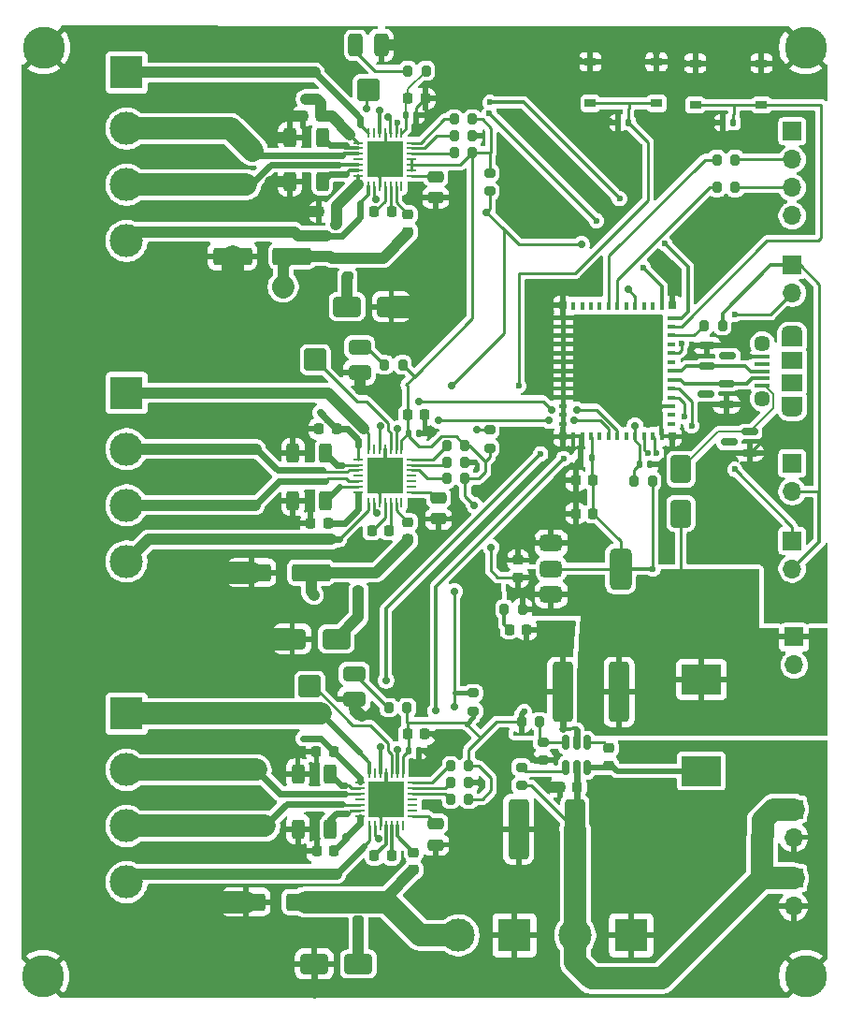
<source format=gbr>
%TF.GenerationSoftware,KiCad,Pcbnew,9.0.0*%
%TF.CreationDate,2025-05-08T18:28:10-07:00*%
%TF.ProjectId,Motor_Controller_Board_v1,4d6f746f-725f-4436-9f6e-74726f6c6c65,v1*%
%TF.SameCoordinates,Original*%
%TF.FileFunction,Copper,L1,Top*%
%TF.FilePolarity,Positive*%
%FSLAX46Y46*%
G04 Gerber Fmt 4.6, Leading zero omitted, Abs format (unit mm)*
G04 Created by KiCad (PCBNEW 9.0.0) date 2025-05-08 18:28:10*
%MOMM*%
%LPD*%
G01*
G04 APERTURE LIST*
G04 Aperture macros list*
%AMRoundRect*
0 Rectangle with rounded corners*
0 $1 Rounding radius*
0 $2 $3 $4 $5 $6 $7 $8 $9 X,Y pos of 4 corners*
0 Add a 4 corners polygon primitive as box body*
4,1,4,$2,$3,$4,$5,$6,$7,$8,$9,$2,$3,0*
0 Add four circle primitives for the rounded corners*
1,1,$1+$1,$2,$3*
1,1,$1+$1,$4,$5*
1,1,$1+$1,$6,$7*
1,1,$1+$1,$8,$9*
0 Add four rect primitives between the rounded corners*
20,1,$1+$1,$2,$3,$4,$5,0*
20,1,$1+$1,$4,$5,$6,$7,0*
20,1,$1+$1,$6,$7,$8,$9,0*
20,1,$1+$1,$8,$9,$2,$3,0*%
%AMFreePoly0*
4,1,6,0.725000,-0.725000,-0.725000,-0.725000,-0.725000,0.125000,-0.125000,0.725000,0.725000,0.725000,0.725000,-0.725000,0.725000,-0.725000,$1*%
G04 Aperture macros list end*
%TA.AperFunction,SMDPad,CuDef*%
%ADD10R,1.000000X0.750000*%
%TD*%
%TA.AperFunction,SMDPad,CuDef*%
%ADD11RoundRect,0.150000X0.587500X0.150000X-0.587500X0.150000X-0.587500X-0.150000X0.587500X-0.150000X0*%
%TD*%
%TA.AperFunction,SMDPad,CuDef*%
%ADD12RoundRect,0.225000X-0.225000X-0.250000X0.225000X-0.250000X0.225000X0.250000X-0.225000X0.250000X0*%
%TD*%
%TA.AperFunction,SMDPad,CuDef*%
%ADD13RoundRect,0.225000X0.225000X0.250000X-0.225000X0.250000X-0.225000X-0.250000X0.225000X-0.250000X0*%
%TD*%
%TA.AperFunction,SMDPad,CuDef*%
%ADD14RoundRect,0.250000X1.500000X0.550000X-1.500000X0.550000X-1.500000X-0.550000X1.500000X-0.550000X0*%
%TD*%
%TA.AperFunction,SMDPad,CuDef*%
%ADD15RoundRect,0.140000X0.140000X0.170000X-0.140000X0.170000X-0.140000X-0.170000X0.140000X-0.170000X0*%
%TD*%
%TA.AperFunction,SMDPad,CuDef*%
%ADD16RoundRect,0.250000X-0.400000X-0.750000X0.400000X-0.750000X0.400000X0.750000X-0.400000X0.750000X0*%
%TD*%
%TA.AperFunction,SMDPad,CuDef*%
%ADD17RoundRect,0.250000X-0.750000X-0.750000X0.750000X-0.750000X0.750000X0.750000X-0.750000X0.750000X0*%
%TD*%
%TA.AperFunction,SMDPad,CuDef*%
%ADD18RoundRect,0.250000X-0.750000X0.400000X-0.750000X-0.400000X0.750000X-0.400000X0.750000X0.400000X0*%
%TD*%
%TA.AperFunction,SMDPad,CuDef*%
%ADD19RoundRect,0.250000X-0.750000X0.750000X-0.750000X-0.750000X0.750000X-0.750000X0.750000X0.750000X0*%
%TD*%
%TA.AperFunction,ComponentPad*%
%ADD20R,3.000000X3.000000*%
%TD*%
%TA.AperFunction,ComponentPad*%
%ADD21C,3.000000*%
%TD*%
%TA.AperFunction,SMDPad,CuDef*%
%ADD22RoundRect,0.250000X0.650000X-1.000000X0.650000X1.000000X-0.650000X1.000000X-0.650000X-1.000000X0*%
%TD*%
%TA.AperFunction,SMDPad,CuDef*%
%ADD23RoundRect,0.225000X0.250000X-0.225000X0.250000X0.225000X-0.250000X0.225000X-0.250000X-0.225000X0*%
%TD*%
%TA.AperFunction,SMDPad,CuDef*%
%ADD24RoundRect,0.200000X-0.275000X0.200000X-0.275000X-0.200000X0.275000X-0.200000X0.275000X0.200000X0*%
%TD*%
%TA.AperFunction,ComponentPad*%
%ADD25R,1.700000X1.700000*%
%TD*%
%TA.AperFunction,ComponentPad*%
%ADD26O,1.700000X1.700000*%
%TD*%
%TA.AperFunction,ComponentPad*%
%ADD27C,3.800000*%
%TD*%
%TA.AperFunction,SMDPad,CuDef*%
%ADD28RoundRect,0.200000X0.200000X0.275000X-0.200000X0.275000X-0.200000X-0.275000X0.200000X-0.275000X0*%
%TD*%
%TA.AperFunction,SMDPad,CuDef*%
%ADD29RoundRect,0.200000X-0.200000X-0.275000X0.200000X-0.275000X0.200000X0.275000X-0.200000X0.275000X0*%
%TD*%
%TA.AperFunction,SMDPad,CuDef*%
%ADD30RoundRect,0.250000X0.650000X2.450000X-0.650000X2.450000X-0.650000X-2.450000X0.650000X-2.450000X0*%
%TD*%
%TA.AperFunction,SMDPad,CuDef*%
%ADD31RoundRect,0.218750X0.218750X0.256250X-0.218750X0.256250X-0.218750X-0.256250X0.218750X-0.256250X0*%
%TD*%
%TA.AperFunction,SMDPad,CuDef*%
%ADD32RoundRect,0.250000X0.312500X0.625000X-0.312500X0.625000X-0.312500X-0.625000X0.312500X-0.625000X0*%
%TD*%
%TA.AperFunction,SMDPad,CuDef*%
%ADD33RoundRect,0.250000X-0.475000X0.250000X-0.475000X-0.250000X0.475000X-0.250000X0.475000X0.250000X0*%
%TD*%
%TA.AperFunction,SMDPad,CuDef*%
%ADD34RoundRect,0.140000X-0.140000X-0.170000X0.140000X-0.170000X0.140000X0.170000X-0.140000X0.170000X0*%
%TD*%
%TA.AperFunction,SMDPad,CuDef*%
%ADD35RoundRect,0.250000X1.000000X0.650000X-1.000000X0.650000X-1.000000X-0.650000X1.000000X-0.650000X0*%
%TD*%
%TA.AperFunction,SMDPad,CuDef*%
%ADD36RoundRect,0.200000X0.275000X-0.200000X0.275000X0.200000X-0.275000X0.200000X-0.275000X-0.200000X0*%
%TD*%
%TA.AperFunction,SMDPad,CuDef*%
%ADD37RoundRect,0.062500X0.062500X-0.387500X0.062500X0.387500X-0.062500X0.387500X-0.062500X-0.387500X0*%
%TD*%
%TA.AperFunction,SMDPad,CuDef*%
%ADD38RoundRect,0.062500X0.387500X-0.062500X0.387500X0.062500X-0.387500X0.062500X-0.387500X-0.062500X0*%
%TD*%
%TA.AperFunction,HeatsinkPad*%
%ADD39C,0.500000*%
%TD*%
%TA.AperFunction,HeatsinkPad*%
%ADD40R,3.250000X3.250000*%
%TD*%
%TA.AperFunction,SMDPad,CuDef*%
%ADD41RoundRect,0.225000X-0.250000X0.225000X-0.250000X-0.225000X0.250000X-0.225000X0.250000X0.225000X0*%
%TD*%
%TA.AperFunction,SMDPad,CuDef*%
%ADD42R,3.600000X2.700000*%
%TD*%
%TA.AperFunction,SMDPad,CuDef*%
%ADD43R,1.350000X0.400000*%
%TD*%
%TA.AperFunction,HeatsinkPad*%
%ADD44O,1.900000X1.200000*%
%TD*%
%TA.AperFunction,SMDPad,CuDef*%
%ADD45R,1.900000X1.200000*%
%TD*%
%TA.AperFunction,HeatsinkPad*%
%ADD46C,1.450000*%
%TD*%
%TA.AperFunction,SMDPad,CuDef*%
%ADD47R,1.900000X1.500000*%
%TD*%
%TA.AperFunction,SMDPad,CuDef*%
%ADD48RoundRect,0.375000X-0.625000X-0.375000X0.625000X-0.375000X0.625000X0.375000X-0.625000X0.375000X0*%
%TD*%
%TA.AperFunction,SMDPad,CuDef*%
%ADD49RoundRect,0.500000X-0.500000X-1.400000X0.500000X-1.400000X0.500000X1.400000X-0.500000X1.400000X0*%
%TD*%
%TA.AperFunction,SMDPad,CuDef*%
%ADD50RoundRect,0.150000X-0.150000X0.512500X-0.150000X-0.512500X0.150000X-0.512500X0.150000X0.512500X0*%
%TD*%
%TA.AperFunction,SMDPad,CuDef*%
%ADD51RoundRect,0.150000X-0.587500X-0.150000X0.587500X-0.150000X0.587500X0.150000X-0.587500X0.150000X0*%
%TD*%
%TA.AperFunction,SMDPad,CuDef*%
%ADD52R,0.400000X0.800000*%
%TD*%
%TA.AperFunction,SMDPad,CuDef*%
%ADD53R,0.800000X0.400000*%
%TD*%
%TA.AperFunction,SMDPad,CuDef*%
%ADD54FreePoly0,90.000000*%
%TD*%
%TA.AperFunction,SMDPad,CuDef*%
%ADD55R,1.450000X1.450000*%
%TD*%
%TA.AperFunction,SMDPad,CuDef*%
%ADD56R,0.700000X0.700000*%
%TD*%
%TA.AperFunction,SMDPad,CuDef*%
%ADD57RoundRect,0.250000X-1.000000X-0.650000X1.000000X-0.650000X1.000000X0.650000X-1.000000X0.650000X0*%
%TD*%
%TA.AperFunction,ViaPad*%
%ADD58C,0.700000*%
%TD*%
%TA.AperFunction,ViaPad*%
%ADD59C,0.600000*%
%TD*%
%TA.AperFunction,Conductor*%
%ADD60C,0.250000*%
%TD*%
%TA.AperFunction,Conductor*%
%ADD61C,0.200000*%
%TD*%
%TA.AperFunction,Conductor*%
%ADD62C,1.000000*%
%TD*%
%TA.AperFunction,Conductor*%
%ADD63C,0.300000*%
%TD*%
%TA.AperFunction,Conductor*%
%ADD64C,2.000000*%
%TD*%
%TA.AperFunction,Conductor*%
%ADD65C,0.600000*%
%TD*%
%TA.AperFunction,Conductor*%
%ADD66C,0.400000*%
%TD*%
%TA.AperFunction,Conductor*%
%ADD67C,0.500000*%
%TD*%
%TA.AperFunction,Conductor*%
%ADD68C,0.999998*%
%TD*%
G04 APERTURE END LIST*
D10*
%TO.P,SW301,1,1*%
%TO.N,GND*%
X166000000Y-71800000D03*
X172000000Y-71800000D03*
%TO.P,SW301,2,2*%
%TO.N,/Microcontroller/EN*%
X166000000Y-75550000D03*
X172000000Y-75550000D03*
%TD*%
D11*
%TO.P,D304,1,K*%
%TO.N,GND*%
X180450000Y-107150000D03*
%TO.P,D304,2,A*%
%TO.N,/Microcontroller/+VBUS*%
X180450000Y-105250000D03*
%TO.P,D304,3*%
%TO.N,N/C*%
X178575000Y-106200000D03*
%TD*%
D12*
%TO.P,C424,1*%
%TO.N,/Stepper Drivers/V_CP1*%
X146225000Y-114200000D03*
%TO.P,C424,2*%
%TO.N,/Stepper Drivers/V_CP2*%
X147775000Y-114200000D03*
%TD*%
D13*
%TO.P,C206,1*%
%TO.N,+3.3V*%
X166225000Y-112650000D03*
%TO.P,C206,2*%
%TO.N,GND*%
X164675000Y-112650000D03*
%TD*%
D14*
%TO.P,C407,1*%
%TO.N,+24V*%
X139000000Y-89370000D03*
%TO.P,C407,2*%
%TO.N,GND*%
X133600000Y-89370000D03*
%TD*%
D15*
%TO.P,C409,1*%
%TO.N,GND*%
X150480000Y-134100000D03*
%TO.P,C409,2*%
%TO.N,+5V*%
X149520000Y-134100000D03*
%TD*%
D16*
%TO.P,RV401,1,1*%
%TO.N,/Stepper Drivers/A_POT_IN*%
X144750000Y-70300000D03*
D17*
%TO.P,RV401,2,2*%
%TO.N,/Stepper Drivers/A_VREF*%
X145900000Y-74300000D03*
D16*
%TO.P,RV401,3,3*%
%TO.N,GND*%
X147050000Y-70300000D03*
%TD*%
D18*
%TO.P,RV402,1,1*%
%TO.N,/Stepper Drivers/H_POT_IN*%
X144600000Y-127150000D03*
D19*
%TO.P,RV402,2,2*%
%TO.N,/Stepper Drivers/H_VREF*%
X140600000Y-128300000D03*
D18*
%TO.P,RV402,3,3*%
%TO.N,GND*%
X144600000Y-129450000D03*
%TD*%
D20*
%TO.P,J401,1,Pin_1*%
%TO.N,/Stepper Drivers/AGITATE_1B*%
X124000000Y-72750000D03*
D21*
%TO.P,J401,2,Pin_2*%
%TO.N,/Stepper Drivers/AGITATE_1A*%
X124000000Y-77830000D03*
%TO.P,J401,3,Pin_3*%
%TO.N,/Stepper Drivers/AGITATE_2A*%
X124000000Y-82910000D03*
%TO.P,J401,4,Pin_4*%
%TO.N,/Stepper Drivers/AGITATE_2B*%
X124000000Y-87990000D03*
%TD*%
D22*
%TO.P,D303,1,K*%
%TO.N,+5V*%
X174200000Y-112650000D03*
%TO.P,D303,2,A*%
%TO.N,/Microcontroller/+VBUS*%
X174200000Y-108650000D03*
%TD*%
D23*
%TO.P,C205,1*%
%TO.N,+5V*%
X159450000Y-118425000D03*
%TO.P,C205,2*%
%TO.N,GND*%
X159450000Y-116875000D03*
%TD*%
D24*
%TO.P,R410,1*%
%TO.N,+24V*%
X145000000Y-147795000D03*
%TO.P,R410,2*%
%TO.N,/Stepper Drivers/H_FLYBACK*%
X145000000Y-149445000D03*
%TD*%
D12*
%TO.P,C408,1*%
%TO.N,/Stepper Drivers/A_CP1*%
X146450000Y-85370000D03*
%TO.P,C408,2*%
%TO.N,/Stepper Drivers/A_CP2*%
X148000000Y-85370000D03*
%TD*%
D25*
%TO.P,J301,1,Pin_1*%
%TO.N,unconnected-(J301-Pin_1-Pad1)*%
X184275000Y-78080000D03*
D26*
%TO.P,J301,2,Pin_2*%
%TO.N,/Microcontroller/RXD*%
X184275000Y-80620000D03*
%TO.P,J301,3,Pin_3*%
%TO.N,/Microcontroller/TXD*%
X184275000Y-83160000D03*
%TO.P,J301,4,Pin_4*%
%TO.N,unconnected-(J301-Pin_4-Pad4)*%
X184275000Y-85700000D03*
%TD*%
D27*
%TO.P,H201,1,1*%
%TO.N,GND*%
X116500000Y-70500000D03*
%TD*%
%TO.P,H204,1,1*%
%TO.N,GND*%
X116420000Y-154500000D03*
%TD*%
D15*
%TO.P,C417,1*%
%TO.N,GND*%
X150480000Y-105400000D03*
%TO.P,C417,2*%
%TO.N,+5V*%
X149520000Y-105400000D03*
%TD*%
D27*
%TO.P,H203,1,1*%
%TO.N,GND*%
X185500000Y-154500000D03*
%TD*%
D11*
%TO.P,D301,1,K*%
%TO.N,GND*%
X178325000Y-102800000D03*
%TO.P,D301,2,A*%
%TO.N,/Microcontroller/USB_D-*%
X178325000Y-100900000D03*
%TO.P,D301,3*%
%TO.N,N/C*%
X176450000Y-101850000D03*
%TD*%
D28*
%TO.P,R406,1*%
%TO.N,+5V*%
X155325000Y-79980000D03*
%TO.P,R406,2*%
%TO.N,/Stepper Drivers/A_RESET*%
X153675000Y-79980000D03*
%TD*%
D20*
%TO.P,J403,1,Pin_1*%
%TO.N,/Stepper Drivers/VERTICAL_1B*%
X124000000Y-101750000D03*
D21*
%TO.P,J403,2,Pin_2*%
%TO.N,/Stepper Drivers/VERTICAL_1A*%
X124000000Y-106830000D03*
%TO.P,J403,3,Pin_3*%
%TO.N,/Stepper Drivers/VERTICAL_2A*%
X124000000Y-111910000D03*
%TO.P,J403,4,Pin_4*%
%TO.N,/Stepper Drivers/VERTICAL_2B*%
X124000000Y-116990000D03*
%TD*%
D29*
%TO.P,R407,1*%
%TO.N,/Stepper Drivers/H_POT_IN*%
X147750000Y-130200000D03*
%TO.P,R407,2*%
%TO.N,+5V*%
X149400000Y-130200000D03*
%TD*%
D25*
%TO.P,J304,1,Pin_1*%
%TO.N,/Microcontroller/VERTICAL_SWITCH*%
X184275000Y-108120000D03*
D26*
%TO.P,J304,2,Pin_2*%
%TO.N,+3.3V*%
X184275000Y-110660000D03*
%TD*%
D25*
%TO.P,J206,1,Pin_1*%
%TO.N,/Power Supply/DIGITAL_POWER_+24V*%
X184400000Y-139400000D03*
D26*
%TO.P,J206,2,Pin_2*%
%TO.N,GND*%
X184400000Y-141940000D03*
%TD*%
D15*
%TO.P,C401,1*%
%TO.N,GND*%
X150230000Y-76620000D03*
%TO.P,C401,2*%
%TO.N,+5V*%
X149270000Y-76620000D03*
%TD*%
D29*
%TO.P,R203,1*%
%TO.N,+5V*%
X159775000Y-131500000D03*
%TO.P,R203,2*%
%TO.N,/Power Supply/BUCK_FB*%
X161425000Y-131500000D03*
%TD*%
%TO.P,R201,1*%
%TO.N,Net-(D201-A)*%
X158210000Y-121300000D03*
%TO.P,R201,2*%
%TO.N,+5V*%
X159860000Y-121300000D03*
%TD*%
D30*
%TO.P,C204,1*%
%TO.N,+5V*%
X168600000Y-128800000D03*
%TO.P,C204,2*%
%TO.N,GND*%
X163500000Y-128800000D03*
%TD*%
D31*
%TO.P,D201,1,K*%
%TO.N,GND*%
X160237500Y-123150000D03*
%TO.P,D201,2,A*%
%TO.N,Net-(D201-A)*%
X158662500Y-123150000D03*
%TD*%
D29*
%TO.P,R302,1*%
%TO.N,/Microcontroller/TXD0*%
X177450000Y-80650000D03*
%TO.P,R302,2*%
%TO.N,/Microcontroller/RXD*%
X179100000Y-80650000D03*
%TD*%
%TO.P,R412,1*%
%TO.N,/Stepper Drivers/V_POT_IN*%
X147350000Y-99200000D03*
%TO.P,R412,2*%
%TO.N,+5V*%
X149000000Y-99200000D03*
%TD*%
D32*
%TO.P,R421,1*%
%TO.N,/Stepper Drivers/V_SENSE2*%
X142000000Y-111500000D03*
%TO.P,R421,2*%
%TO.N,GND*%
X139075000Y-111500000D03*
%TD*%
D25*
%TO.P,J305,1,Pin_1*%
%TO.N,/Microcontroller/HORIZONTAL_SWITCH*%
X184275000Y-115120000D03*
D26*
%TO.P,J305,2,Pin_2*%
%TO.N,+3.3V*%
X184275000Y-117660000D03*
%TD*%
D33*
%TO.P,C412,1*%
%TO.N,/Stepper Drivers/H_VREG*%
X152000000Y-140720000D03*
%TO.P,C412,2*%
%TO.N,GND*%
X152000000Y-142620000D03*
%TD*%
D34*
%TO.P,C304,1*%
%TO.N,/Microcontroller/EN*%
X170450000Y-108228000D03*
%TO.P,C304,2*%
%TO.N,GND*%
X171410000Y-108228000D03*
%TD*%
D25*
%TO.P,J303,1,Pin_1*%
%TO.N,+3.3V*%
X184275000Y-90160000D03*
D26*
%TO.P,J303,2,Pin_2*%
%TO.N,/Microcontroller/AGITATION_SWITCH*%
X184275000Y-92700000D03*
%TD*%
D14*
%TO.P,C415,1*%
%TO.N,+24V*%
X140200000Y-147800000D03*
%TO.P,C415,2*%
%TO.N,GND*%
X134800000Y-147800000D03*
%TD*%
D32*
%TO.P,R420,1*%
%TO.N,/Stepper Drivers/V_SENSE1*%
X142000000Y-107210000D03*
%TO.P,R420,2*%
%TO.N,GND*%
X139075000Y-107210000D03*
%TD*%
D34*
%TO.P,C301,1*%
%TO.N,GND*%
X165145000Y-107640000D03*
%TO.P,C301,2*%
%TO.N,+3.3V*%
X166105000Y-107640000D03*
%TD*%
D30*
%TO.P,C202,1*%
%TO.N,/Power Supply/DIGITAL_POWER_+24V*%
X164600000Y-141200000D03*
%TO.P,C202,2*%
%TO.N,GND*%
X159500000Y-141200000D03*
%TD*%
D35*
%TO.P,D403,1,K*%
%TO.N,/Stepper Drivers/V_FLYBACK*%
X143000000Y-124000000D03*
%TO.P,D403,2,A*%
%TO.N,GND*%
X139000000Y-124000000D03*
%TD*%
D12*
%TO.P,C421,1*%
%TO.N,GND*%
X140690000Y-113500000D03*
%TO.P,C421,2*%
%TO.N,+24V*%
X142240000Y-113500000D03*
%TD*%
D33*
%TO.P,C404,1*%
%TO.N,/Stepper Drivers/A_VREG*%
X152000000Y-82170000D03*
%TO.P,C404,2*%
%TO.N,GND*%
X152000000Y-84070000D03*
%TD*%
D32*
%TO.P,R404,1*%
%TO.N,/Stepper Drivers/A_SENSE1*%
X141712500Y-78620000D03*
%TO.P,R404,2*%
%TO.N,GND*%
X138787500Y-78620000D03*
%TD*%
D36*
%TO.P,R202,1*%
%TO.N,/Power Supply/DIGITAL_POWER_+24V*%
X159750000Y-137250000D03*
%TO.P,R202,2*%
%TO.N,/Power Supply/BUCK_EN*%
X159750000Y-135600000D03*
%TD*%
D29*
%TO.P,R401,1*%
%TO.N,/Stepper Drivers/A_POT_IN*%
X149475000Y-72600000D03*
%TO.P,R401,2*%
%TO.N,+5V*%
X151125000Y-72600000D03*
%TD*%
D25*
%TO.P,J207,1,Pin_1*%
%TO.N,/Power Supply/DIGITAL_POWER_+24V*%
X184400000Y-145625000D03*
D26*
%TO.P,J207,2,Pin_2*%
%TO.N,GND*%
X184400000Y-148165000D03*
%TD*%
D37*
%TO.P,U401,1,OUT2B*%
%TO.N,/Stepper Drivers/AGITATE_2B*%
X145900000Y-83020000D03*
%TO.P,U401,2,~{ENABLE}*%
%TO.N,DRIVER_ENABLE*%
X146400000Y-83020000D03*
%TO.P,U401,3,GND*%
%TO.N,GND*%
X146900000Y-83020000D03*
%TO.P,U401,4,CP1*%
%TO.N,/Stepper Drivers/A_CP1*%
X147400000Y-83020000D03*
%TO.P,U401,5,CP2*%
%TO.N,/Stepper Drivers/A_CP2*%
X147900000Y-83020000D03*
%TO.P,U401,6,VCP*%
%TO.N,/Stepper Drivers/A_VCP*%
X148400000Y-83020000D03*
%TO.P,U401,7,NC*%
%TO.N,unconnected-(U401-NC-Pad7)*%
X148900000Y-83020000D03*
D38*
%TO.P,U401,8,VREG*%
%TO.N,/Stepper Drivers/A_VREG*%
X149800000Y-82120000D03*
%TO.P,U401,9,MS1*%
%TO.N,+5V*%
X149800000Y-81620000D03*
%TO.P,U401,10,MS2*%
X149800000Y-81120000D03*
%TO.P,U401,11,MS3*%
X149800000Y-80620000D03*
%TO.P,U401,12,~{RESET}*%
%TO.N,/Stepper Drivers/A_RESET*%
X149800000Y-80120000D03*
%TO.P,U401,13,ROSC*%
%TO.N,/Stepper Drivers/A_ROSC*%
X149800000Y-79620000D03*
%TO.P,U401,14,~{SLEEP}*%
%TO.N,/Stepper Drivers/A_SLEEP*%
X149800000Y-79120000D03*
D37*
%TO.P,U401,15,VDD*%
%TO.N,+5V*%
X148900000Y-78220000D03*
%TO.P,U401,16,STEP*%
%TO.N,AGITATION_STEP*%
X148400000Y-78220000D03*
%TO.P,U401,17,VREF*%
%TO.N,/Stepper Drivers/A_VREF*%
X147900000Y-78220000D03*
%TO.P,U401,18,GND*%
%TO.N,GND*%
X147400000Y-78220000D03*
%TO.P,U401,19,DIR*%
%TO.N,AGITATION_DIR*%
X146900000Y-78220000D03*
%TO.P,U401,20,NC*%
%TO.N,unconnected-(U401-NC-Pad20)*%
X146400000Y-78220000D03*
%TO.P,U401,21,OUT1B*%
%TO.N,/Stepper Drivers/AGITATE_1A*%
X145900000Y-78220000D03*
D38*
%TO.P,U401,22,VBB1*%
%TO.N,+24V*%
X145000000Y-79120000D03*
%TO.P,U401,23,SENSE1*%
%TO.N,/Stepper Drivers/A_SENSE1*%
X145000000Y-79620000D03*
%TO.P,U401,24,OUT1A*%
%TO.N,/Stepper Drivers/AGITATE_1B*%
X145000000Y-80120000D03*
%TO.P,U401,25,NC*%
%TO.N,unconnected-(U401-NC-Pad25)*%
X145000000Y-80620000D03*
%TO.P,U401,26,OUT2A*%
%TO.N,/Stepper Drivers/AGITATE_2A*%
X145000000Y-81120000D03*
%TO.P,U401,27,SENSE2*%
%TO.N,/Stepper Drivers/A_SENSE2*%
X145000000Y-81620000D03*
%TO.P,U401,28,VBB2*%
%TO.N,+24V*%
X145000000Y-82120000D03*
D39*
%TO.P,U401,29,GND*%
%TO.N,GND*%
X146400000Y-81620000D03*
X147400000Y-81620000D03*
X148400000Y-81620000D03*
X146400000Y-80620000D03*
X147400000Y-80620000D03*
D40*
X147400000Y-80620000D03*
D39*
X148400000Y-80620000D03*
X146400000Y-79620000D03*
X147400000Y-79620000D03*
X148400000Y-79620000D03*
%TD*%
D29*
%TO.P,R303,1*%
%TO.N,/Microcontroller/RXD0*%
X177450000Y-83160000D03*
%TO.P,R303,2*%
%TO.N,/Microcontroller/TXD*%
X179100000Y-83160000D03*
%TD*%
D41*
%TO.P,C411,1*%
%TO.N,/Stepper Drivers/H_VCP*%
X150000000Y-143325000D03*
%TO.P,C411,2*%
%TO.N,+24V*%
X150000000Y-144875000D03*
%TD*%
D20*
%TO.P,J203,1,Pin_1*%
%TO.N,GND*%
X159140000Y-150800000D03*
D21*
%TO.P,J203,2,Pin_2*%
%TO.N,+24V*%
X154060000Y-150800000D03*
%TD*%
D42*
%TO.P,L201,1,1*%
%TO.N,/Power Supply/BUCK_SW*%
X176050000Y-135950000D03*
%TO.P,L201,2,2*%
%TO.N,+5V*%
X176050000Y-127650000D03*
%TD*%
D43*
%TO.P,J302,1,VBUS*%
%TO.N,/Microcontroller/+VBUS*%
X181575000Y-101100000D03*
%TO.P,J302,2,D-*%
%TO.N,/Microcontroller/USB_D-*%
X181575000Y-100450000D03*
%TO.P,J302,3,D+*%
%TO.N,/Microcontroller/USB_D+*%
X181575000Y-99800000D03*
%TO.P,J302,4,ID*%
%TO.N,unconnected-(J302-ID-Pad4)*%
X181575000Y-99150000D03*
%TO.P,J302,5,GND*%
%TO.N,GND*%
X181575000Y-98500000D03*
D44*
%TO.P,J302,6,Shield*%
%TO.N,unconnected-(J302-Shield-Pad6)_6*%
X184275000Y-103300000D03*
D45*
%TO.N,unconnected-(J302-Shield-Pad6)_2*%
X184275000Y-102700000D03*
D46*
%TO.N,unconnected-(J302-Shield-Pad6)_4*%
X181575000Y-102300000D03*
D47*
%TO.N,unconnected-(J302-Shield-Pad6)_3*%
X184275000Y-100800000D03*
%TO.N,unconnected-(J302-Shield-Pad6)_7*%
X184275000Y-98800000D03*
D46*
%TO.N,unconnected-(J302-Shield-Pad6)_1*%
X181575000Y-97300000D03*
D45*
%TO.N,unconnected-(J302-Shield-Pad6)_5*%
X184275000Y-96900000D03*
D44*
%TO.N,unconnected-(J302-Shield-Pad6)*%
X184275000Y-96300000D03*
%TD*%
D41*
%TO.P,C419,1*%
%TO.N,/Stepper Drivers/V_VCP*%
X149500000Y-113450000D03*
%TO.P,C419,2*%
%TO.N,+24V*%
X149500000Y-115000000D03*
%TD*%
D35*
%TO.P,D402,1,K*%
%TO.N,/Stepper Drivers/H_FLYBACK*%
X145000000Y-153400000D03*
%TO.P,D402,2,A*%
%TO.N,GND*%
X141000000Y-153400000D03*
%TD*%
D12*
%TO.P,C406,1*%
%TO.N,GND*%
X140005000Y-76680000D03*
%TO.P,C406,2*%
%TO.N,+24V*%
X141555000Y-76680000D03*
%TD*%
D28*
%TO.P,R423,1*%
%TO.N,+5V*%
X154650000Y-106500000D03*
%TO.P,R423,2*%
%TO.N,/Stepper Drivers/V_SLEEP*%
X153000000Y-106500000D03*
%TD*%
D12*
%TO.P,C422,1*%
%TO.N,GND*%
X141450000Y-105000000D03*
%TO.P,C422,2*%
%TO.N,+24V*%
X143000000Y-105000000D03*
%TD*%
D28*
%TO.P,R422,1*%
%TO.N,+5V*%
X154650000Y-109500000D03*
%TO.P,R422,2*%
%TO.N,/Stepper Drivers/V_RESET*%
X153000000Y-109500000D03*
%TD*%
D24*
%TO.P,R409,1*%
%TO.N,+5V*%
X156900000Y-81850000D03*
%TO.P,R409,2*%
%TO.N,DRIVER_ENABLE*%
X156900000Y-83500000D03*
%TD*%
D48*
%TO.P,U202,1,ADJ*%
%TO.N,GND*%
X162450000Y-115350000D03*
%TO.P,U202,2,VO*%
%TO.N,+3.3V*%
X162450000Y-117650000D03*
D49*
X168750000Y-117650000D03*
D48*
%TO.P,U202,3,VI*%
%TO.N,+5V*%
X162450000Y-119950000D03*
%TD*%
D50*
%TO.P,U201,1,BST*%
%TO.N,/Power Supply/BUCK_BST*%
X165700000Y-133375000D03*
%TO.P,U201,2,GND*%
%TO.N,GND*%
X164750000Y-133375000D03*
%TO.P,U201,3,FB*%
%TO.N,/Power Supply/BUCK_FB*%
X163800000Y-133375000D03*
%TO.P,U201,4,EN*%
%TO.N,/Power Supply/BUCK_EN*%
X163800000Y-135650000D03*
%TO.P,U201,5,VIN*%
%TO.N,/Power Supply/DIGITAL_POWER_+24V*%
X164750000Y-135650000D03*
%TO.P,U201,6,SW*%
%TO.N,/Power Supply/BUCK_SW*%
X165700000Y-135650000D03*
%TD*%
D34*
%TO.P,C305,1*%
%TO.N,GND*%
X178000000Y-77300000D03*
%TO.P,C305,2*%
%TO.N,/Microcontroller/BOOT*%
X178960000Y-77300000D03*
%TD*%
D37*
%TO.P,U403,1,OUT2B*%
%TO.N,/Stepper Drivers/VERTICAL_2B*%
X145900000Y-111650000D03*
%TO.P,U403,2,~{ENABLE}*%
%TO.N,DRIVER_ENABLE*%
X146400000Y-111650000D03*
%TO.P,U403,3,GND*%
%TO.N,GND*%
X146900000Y-111650000D03*
%TO.P,U403,4,CP1*%
%TO.N,/Stepper Drivers/V_CP1*%
X147400000Y-111650000D03*
%TO.P,U403,5,CP2*%
%TO.N,/Stepper Drivers/V_CP2*%
X147900000Y-111650000D03*
%TO.P,U403,6,VCP*%
%TO.N,/Stepper Drivers/V_VCP*%
X148400000Y-111650000D03*
%TO.P,U403,7,NC*%
%TO.N,unconnected-(U403-NC-Pad7)*%
X148900000Y-111650000D03*
D38*
%TO.P,U403,8,VREG*%
%TO.N,/Stepper Drivers/V_VREG*%
X149800000Y-110750000D03*
%TO.P,U403,9,MS1*%
%TO.N,unconnected-(U403-MS1-Pad9)*%
X149800000Y-110250000D03*
%TO.P,U403,10,MS2*%
%TO.N,unconnected-(U403-MS2-Pad10)*%
X149800000Y-109750000D03*
%TO.P,U403,11,MS3*%
%TO.N,unconnected-(U403-MS3-Pad11)*%
X149800000Y-109250000D03*
%TO.P,U403,12,~{RESET}*%
%TO.N,/Stepper Drivers/V_RESET*%
X149800000Y-108750000D03*
%TO.P,U403,13,ROSC*%
%TO.N,/Stepper Drivers/V_ROSC*%
X149800000Y-108250000D03*
%TO.P,U403,14,~{SLEEP}*%
%TO.N,/Stepper Drivers/V_SLEEP*%
X149800000Y-107750000D03*
D37*
%TO.P,U403,15,VDD*%
%TO.N,+5V*%
X148900000Y-106850000D03*
%TO.P,U403,16,STEP*%
%TO.N,VERTICAL_STEP*%
X148400000Y-106850000D03*
%TO.P,U403,17,VREF*%
%TO.N,/Stepper Drivers/V_VREF*%
X147900000Y-106850000D03*
%TO.P,U403,18,GND*%
%TO.N,GND*%
X147400000Y-106850000D03*
%TO.P,U403,19,DIR*%
%TO.N,VERTICAL_DIR*%
X146900000Y-106850000D03*
%TO.P,U403,20,NC*%
%TO.N,unconnected-(U403-NC-Pad20)*%
X146400000Y-106850000D03*
%TO.P,U403,21,OUT1B*%
%TO.N,/Stepper Drivers/VERTICAL_1A*%
X145900000Y-106850000D03*
D38*
%TO.P,U403,22,VBB1*%
%TO.N,+24V*%
X145000000Y-107750000D03*
%TO.P,U403,23,SENSE1*%
%TO.N,/Stepper Drivers/V_SENSE1*%
X145000000Y-108250000D03*
%TO.P,U403,24,OUT1A*%
%TO.N,/Stepper Drivers/VERTICAL_1B*%
X145000000Y-108750000D03*
%TO.P,U403,25,NC*%
%TO.N,unconnected-(U403-NC-Pad25)*%
X145000000Y-109250000D03*
%TO.P,U403,26,OUT2A*%
%TO.N,/Stepper Drivers/VERTICAL_2A*%
X145000000Y-109750000D03*
%TO.P,U403,27,SENSE2*%
%TO.N,/Stepper Drivers/V_SENSE2*%
X145000000Y-110250000D03*
%TO.P,U403,28,VBB2*%
%TO.N,+24V*%
X145000000Y-110750000D03*
D39*
%TO.P,U403,29,GND*%
%TO.N,GND*%
X146400000Y-110250000D03*
X147400000Y-110250000D03*
X148400000Y-110250000D03*
X146400000Y-109250000D03*
X147400000Y-109250000D03*
D40*
X147400000Y-109250000D03*
D39*
X148400000Y-109250000D03*
X146400000Y-108250000D03*
X147400000Y-108250000D03*
X148400000Y-108250000D03*
%TD*%
D20*
%TO.P,J402,1,Pin_1*%
%TO.N,/Stepper Drivers/HORIZONTAL_1B*%
X124000000Y-130760000D03*
D21*
%TO.P,J402,2,Pin_2*%
%TO.N,/Stepper Drivers/HORIZONTAL_1A*%
X124000000Y-135840000D03*
%TO.P,J402,3,Pin_3*%
%TO.N,/Stepper Drivers/HORIZONTAL_2A*%
X124000000Y-140920000D03*
%TO.P,J402,4,Pin_4*%
%TO.N,/Stepper Drivers/HORIZONTAL_2B*%
X124000000Y-146000000D03*
%TD*%
D37*
%TO.P,U402,1,OUT2B*%
%TO.N,/Stepper Drivers/HORIZONTAL_2B*%
X146000000Y-140900000D03*
%TO.P,U402,2,~{ENABLE}*%
%TO.N,DRIVER_ENABLE*%
X146500000Y-140900000D03*
%TO.P,U402,3,GND*%
%TO.N,GND*%
X147000000Y-140900000D03*
%TO.P,U402,4,CP1*%
%TO.N,/Stepper Drivers/H_CP1*%
X147500000Y-140900000D03*
%TO.P,U402,5,CP2*%
%TO.N,/Stepper Drivers/H_CP2*%
X148000000Y-140900000D03*
%TO.P,U402,6,VCP*%
%TO.N,/Stepper Drivers/H_VCP*%
X148500000Y-140900000D03*
%TO.P,U402,7,NC*%
%TO.N,unconnected-(U402-NC-Pad7)*%
X149000000Y-140900000D03*
D38*
%TO.P,U402,8,VREG*%
%TO.N,/Stepper Drivers/H_VREG*%
X149900000Y-140000000D03*
%TO.P,U402,9,MS1*%
%TO.N,unconnected-(U402-MS1-Pad9)*%
X149900000Y-139500000D03*
%TO.P,U402,10,MS2*%
%TO.N,unconnected-(U402-MS2-Pad10)*%
X149900000Y-139000000D03*
%TO.P,U402,11,MS3*%
%TO.N,unconnected-(U402-MS3-Pad11)*%
X149900000Y-138500000D03*
%TO.P,U402,12,~{RESET}*%
%TO.N,/Stepper Drivers/H_RESET*%
X149900000Y-138000000D03*
%TO.P,U402,13,ROSC*%
%TO.N,/Stepper Drivers/H_ROSC*%
X149900000Y-137500000D03*
%TO.P,U402,14,~{SLEEP}*%
%TO.N,/Stepper Drivers/H_SLEEP*%
X149900000Y-137000000D03*
D37*
%TO.P,U402,15,VDD*%
%TO.N,+5V*%
X149000000Y-136100000D03*
%TO.P,U402,16,STEP*%
%TO.N,HORIZONTAL_STEP*%
X148500000Y-136100000D03*
%TO.P,U402,17,VREF*%
%TO.N,/Stepper Drivers/H_VREF*%
X148000000Y-136100000D03*
%TO.P,U402,18,GND*%
%TO.N,GND*%
X147500000Y-136100000D03*
%TO.P,U402,19,DIR*%
%TO.N,HORIZONTAL_DIR*%
X147000000Y-136100000D03*
%TO.P,U402,20,NC*%
%TO.N,unconnected-(U402-NC-Pad20)*%
X146500000Y-136100000D03*
%TO.P,U402,21,OUT1B*%
%TO.N,/Stepper Drivers/HORIZONTAL_1A*%
X146000000Y-136100000D03*
D38*
%TO.P,U402,22,VBB1*%
%TO.N,+24V*%
X145100000Y-137000000D03*
%TO.P,U402,23,SENSE1*%
%TO.N,/Stepper Drivers/H_SENSE1*%
X145100000Y-137500000D03*
%TO.P,U402,24,OUT1A*%
%TO.N,/Stepper Drivers/HORIZONTAL_1B*%
X145100000Y-138000000D03*
%TO.P,U402,25,NC*%
%TO.N,unconnected-(U402-NC-Pad25)*%
X145100000Y-138500000D03*
%TO.P,U402,26,OUT2A*%
%TO.N,/Stepper Drivers/HORIZONTAL_2A*%
X145100000Y-139000000D03*
%TO.P,U402,27,SENSE2*%
%TO.N,/Stepper Drivers/H_SENSE2*%
X145100000Y-139500000D03*
%TO.P,U402,28,VBB2*%
%TO.N,+24V*%
X145100000Y-140000000D03*
D39*
%TO.P,U402,29,GND*%
%TO.N,GND*%
X146500000Y-139500000D03*
X147500000Y-139500000D03*
X148500000Y-139500000D03*
X146500000Y-138500000D03*
X147500000Y-138500000D03*
D40*
X147500000Y-138500000D03*
D39*
X148500000Y-138500000D03*
X146500000Y-137500000D03*
X147500000Y-137500000D03*
X148500000Y-137500000D03*
%TD*%
D12*
%TO.P,C405,1*%
%TO.N,GND*%
X141450000Y-85370000D03*
%TO.P,C405,2*%
%TO.N,+24V*%
X143000000Y-85370000D03*
%TD*%
D51*
%TO.P,D302,1,K*%
%TO.N,GND*%
X176575000Y-97450000D03*
%TO.P,D302,2,A*%
%TO.N,/Microcontroller/USB_D+*%
X176575000Y-99350000D03*
%TO.P,D302,3*%
%TO.N,N/C*%
X178450000Y-98400000D03*
%TD*%
D12*
%TO.P,C416,1*%
%TO.N,/Stepper Drivers/H_CP1*%
X146450000Y-143620000D03*
%TO.P,C416,2*%
%TO.N,/Stepper Drivers/H_CP2*%
X148000000Y-143620000D03*
%TD*%
D32*
%TO.P,R413,1*%
%TO.N,/Stepper Drivers/H_SENSE1*%
X142437500Y-136200000D03*
%TO.P,R413,2*%
%TO.N,GND*%
X139512500Y-136200000D03*
%TD*%
D28*
%TO.P,R304,1*%
%TO.N,+3.3V*%
X177950000Y-95650000D03*
%TO.P,R304,2*%
%TO.N,/Microcontroller/IO8*%
X176300000Y-95650000D03*
%TD*%
D36*
%TO.P,R424,1*%
%TO.N,+5V*%
X155400000Y-130525000D03*
%TO.P,R424,2*%
%TO.N,DRIVER_ENABLE*%
X155400000Y-128875000D03*
%TD*%
D23*
%TO.P,C201,1*%
%TO.N,/Power Supply/BUCK_SW*%
X167700000Y-135425000D03*
%TO.P,C201,2*%
%TO.N,/Power Supply/BUCK_BST*%
X167700000Y-133875000D03*
%TD*%
D52*
%TO.P,U301,1,GND*%
%TO.N,GND*%
X164450000Y-105650000D03*
%TO.P,U301,2,GND*%
X165250000Y-105650000D03*
%TO.P,U301,3,3V3*%
%TO.N,+3.3V*%
X166050000Y-105650000D03*
%TO.P,U301,4,NC*%
%TO.N,unconnected-(U301-NC-Pad4)*%
X166850000Y-105650000D03*
%TO.P,U301,5,IO2*%
%TO.N,VERTICAL_STEP*%
X167650000Y-105650000D03*
%TO.P,U301,6,IO3*%
%TO.N,VERTICAL_DIR*%
X168450000Y-105650000D03*
%TO.P,U301,7,NC*%
%TO.N,unconnected-(U301-NC-Pad7)*%
X169250000Y-105650000D03*
%TO.P,U301,8,EN*%
%TO.N,/Microcontroller/EN*%
X170050000Y-105650000D03*
%TO.P,U301,9,IO4*%
%TO.N,HORIZONTAL_DIR*%
X170850000Y-105650000D03*
%TO.P,U301,10,IO5*%
%TO.N,HORIZONTAL_STEP*%
X171650000Y-105650000D03*
%TO.P,U301,11,GND*%
%TO.N,GND*%
X172450000Y-105650000D03*
D53*
%TO.P,U301,12,IO0*%
%TO.N,unconnected-(U301-IO0-Pad12)*%
X173350000Y-104550000D03*
%TO.P,U301,13,IO1*%
%TO.N,unconnected-(U301-IO1-Pad13)*%
X173350000Y-103750000D03*
%TO.P,U301,14,GND*%
%TO.N,GND*%
X173350000Y-102950000D03*
%TO.P,U301,15,IO6*%
%TO.N,/Microcontroller/VERTICAL_SWITCH*%
X173350000Y-102150000D03*
%TO.P,U301,16,IO7*%
%TO.N,/Microcontroller/HORIZONTAL_SWITCH*%
X173350000Y-101350000D03*
%TO.P,U301,17,IO12*%
%TO.N,/Microcontroller/USB_D-*%
X173350000Y-100550000D03*
%TO.P,U301,18,IO13*%
%TO.N,/Microcontroller/USB_D+*%
X173350000Y-99750000D03*
%TO.P,U301,19,IO14*%
%TO.N,unconnected-(U301-IO14-Pad19)*%
X173350000Y-98950000D03*
%TO.P,U301,20,IO15*%
%TO.N,/Microcontroller/AGITATION_SWITCH*%
X173350000Y-98150000D03*
%TO.P,U301,21,NC*%
%TO.N,unconnected-(U301-NC-Pad21)*%
X173350000Y-97350000D03*
%TO.P,U301,22,IO8*%
%TO.N,/Microcontroller/IO8*%
X173350000Y-96550000D03*
%TO.P,U301,23,IO9*%
%TO.N,/Microcontroller/BOOT*%
X173350000Y-95750000D03*
%TO.P,U301,24,IO18*%
%TO.N,AGITATION_DIR*%
X173350000Y-94950000D03*
D52*
%TO.P,U301,25,IO19*%
%TO.N,AGITATION_STEP*%
X172450000Y-93850000D03*
%TO.P,U301,26,IO20*%
%TO.N,unconnected-(U301-IO20-Pad26)*%
X171650000Y-93850000D03*
%TO.P,U301,27,IO21*%
%TO.N,unconnected-(U301-IO21-Pad27)*%
X170850000Y-93850000D03*
%TO.P,U301,28,IO22*%
%TO.N,DRIVER_ENABLE*%
X170050000Y-93850000D03*
%TO.P,U301,29,IO23*%
%TO.N,unconnected-(U301-IO23-Pad29)*%
X169250000Y-93850000D03*
%TO.P,U301,30,RXD0*%
%TO.N,/Microcontroller/RXD0*%
X168450000Y-93850000D03*
%TO.P,U301,31,TXD0*%
%TO.N,/Microcontroller/TXD0*%
X167650000Y-93850000D03*
%TO.P,U301,32,NC*%
%TO.N,unconnected-(U301-NC-Pad32)*%
X166850000Y-93850000D03*
%TO.P,U301,33,NC*%
%TO.N,unconnected-(U301-NC-Pad33)*%
X166050000Y-93850000D03*
%TO.P,U301,34,NC*%
%TO.N,unconnected-(U301-NC-Pad34)*%
X165250000Y-93850000D03*
%TO.P,U301,35,NC*%
%TO.N,unconnected-(U301-NC-Pad35)*%
X164450000Y-93850000D03*
D53*
%TO.P,U301,36,GND*%
%TO.N,GND*%
X163550000Y-94950000D03*
%TO.P,U301,37,GND*%
X163550000Y-95750000D03*
%TO.P,U301,38,GND*%
X163550000Y-96550000D03*
%TO.P,U301,39,GND*%
X163550000Y-97350000D03*
%TO.P,U301,40,GND*%
X163550000Y-98150000D03*
%TO.P,U301,41,GND*%
X163550000Y-98950000D03*
%TO.P,U301,42,GND*%
X163550000Y-99750000D03*
%TO.P,U301,43,GND*%
X163550000Y-100550000D03*
%TO.P,U301,44,GND*%
X163550000Y-101350000D03*
%TO.P,U301,45,GND*%
X163550000Y-102150000D03*
%TO.P,U301,46,GND*%
X163550000Y-102950000D03*
%TO.P,U301,47,GND*%
X163550000Y-103750000D03*
%TO.P,U301,48,GND*%
X163550000Y-104550000D03*
D54*
%TO.P,U301,49,GND*%
X166475000Y-101725000D03*
D55*
X168450000Y-101725000D03*
X170425000Y-101725000D03*
X166475000Y-99750000D03*
X168450000Y-99750000D03*
X170425000Y-99750000D03*
X166475000Y-97775000D03*
X168450000Y-97775000D03*
X170425000Y-97775000D03*
D56*
%TO.P,U301,50,GND*%
X163500000Y-93800000D03*
%TO.P,U301,51,GND*%
X173400000Y-93800000D03*
%TO.P,U301,52,GND*%
X173400000Y-105700000D03*
%TO.P,U301,53,GND*%
X163500000Y-105700000D03*
%TD*%
D13*
%TO.P,C302,1*%
%TO.N,+3.3V*%
X166225000Y-109650000D03*
%TO.P,C302,2*%
%TO.N,GND*%
X164675000Y-109650000D03*
%TD*%
D34*
%TO.P,C303,1*%
%TO.N,GND*%
X168500000Y-77300000D03*
%TO.P,C303,2*%
%TO.N,/Microcontroller/EN*%
X169460000Y-77300000D03*
%TD*%
D36*
%TO.P,R204,1*%
%TO.N,GND*%
X161700000Y-134975000D03*
%TO.P,R204,2*%
%TO.N,/Power Supply/BUCK_FB*%
X161700000Y-133325000D03*
%TD*%
D27*
%TO.P,H202,1,1*%
%TO.N,GND*%
X185500000Y-70500000D03*
%TD*%
D28*
%TO.P,R301,1*%
%TO.N,+3.3V*%
X171600000Y-109728000D03*
%TO.P,R301,2*%
%TO.N,/Microcontroller/EN*%
X169950000Y-109728000D03*
%TD*%
%TO.P,R416,1*%
%TO.N,+5V*%
X155000000Y-135500000D03*
%TO.P,R416,2*%
%TO.N,/Stepper Drivers/H_SLEEP*%
X153350000Y-135500000D03*
%TD*%
D32*
%TO.P,R405,1*%
%TO.N,/Stepper Drivers/A_SENSE2*%
X141712500Y-82620000D03*
%TO.P,R405,2*%
%TO.N,GND*%
X138787500Y-82620000D03*
%TD*%
D20*
%TO.P,J201,1,Pin_1*%
%TO.N,GND*%
X169700000Y-150800000D03*
D21*
%TO.P,J201,2,Pin_2*%
%TO.N,/Power Supply/DIGITAL_POWER_+24V*%
X164620000Y-150800000D03*
%TD*%
D10*
%TO.P,SW302,1,1*%
%TO.N,GND*%
X175500000Y-71925000D03*
X181500000Y-71925000D03*
%TO.P,SW302,2,2*%
%TO.N,/Microcontroller/BOOT*%
X175500000Y-75675000D03*
X181500000Y-75675000D03*
%TD*%
D12*
%TO.P,C410,1*%
%TO.N,+5V*%
X149450000Y-132620000D03*
%TO.P,C410,2*%
%TO.N,GND*%
X151000000Y-132620000D03*
%TD*%
D28*
%TO.P,R408,1*%
%TO.N,+5V*%
X155325000Y-77000000D03*
%TO.P,R408,2*%
%TO.N,/Stepper Drivers/A_SLEEP*%
X153675000Y-77000000D03*
%TD*%
D24*
%TO.P,R417,1*%
%TO.N,+24V*%
X145000000Y-118000000D03*
%TO.P,R417,2*%
%TO.N,/Stepper Drivers/V_FLYBACK*%
X145000000Y-119650000D03*
%TD*%
D18*
%TO.P,RV403,1,1*%
%TO.N,/Stepper Drivers/V_POT_IN*%
X145100000Y-97600000D03*
D19*
%TO.P,RV403,2,2*%
%TO.N,/Stepper Drivers/V_VREF*%
X141100000Y-98750000D03*
D18*
%TO.P,RV403,3,3*%
%TO.N,GND*%
X145100000Y-99900000D03*
%TD*%
D12*
%TO.P,C414,1*%
%TO.N,GND*%
X141200000Y-134200000D03*
%TO.P,C414,2*%
%TO.N,+24V*%
X142750000Y-134200000D03*
%TD*%
D28*
%TO.P,R418,1*%
%TO.N,GND*%
X154650000Y-108000000D03*
%TO.P,R418,2*%
%TO.N,/Stepper Drivers/V_ROSC*%
X153000000Y-108000000D03*
%TD*%
D12*
%TO.P,C203,1*%
%TO.N,GND*%
X163275000Y-137400000D03*
%TO.P,C203,2*%
%TO.N,/Power Supply/DIGITAL_POWER_+24V*%
X164825000Y-137400000D03*
%TD*%
%TO.P,C402,1*%
%TO.N,+5V*%
X149500000Y-75120000D03*
%TO.P,C402,2*%
%TO.N,GND*%
X151050000Y-75120000D03*
%TD*%
D36*
%TO.P,R419,1*%
%TO.N,+5V*%
X156900000Y-106750000D03*
%TO.P,R419,2*%
%TO.N,DRIVER_ENABLE*%
X156900000Y-105100000D03*
%TD*%
D28*
%TO.P,R411,1*%
%TO.N,GND*%
X155000000Y-137000000D03*
%TO.P,R411,2*%
%TO.N,/Stepper Drivers/H_ROSC*%
X153350000Y-137000000D03*
%TD*%
D57*
%TO.P,D401,1,K*%
%TO.N,/Stepper Drivers/A_FLYBACK*%
X143975000Y-93950000D03*
%TO.P,D401,2,A*%
%TO.N,GND*%
X147975000Y-93950000D03*
%TD*%
D32*
%TO.P,R414,1*%
%TO.N,/Stepper Drivers/H_SENSE2*%
X142462500Y-141200000D03*
%TO.P,R414,2*%
%TO.N,GND*%
X139537500Y-141200000D03*
%TD*%
D28*
%TO.P,R415,1*%
%TO.N,+5V*%
X155000000Y-138500000D03*
%TO.P,R415,2*%
%TO.N,/Stepper Drivers/H_RESET*%
X153350000Y-138500000D03*
%TD*%
D25*
%TO.P,J202,1,Pin_1*%
%TO.N,+5V*%
X184450000Y-123800000D03*
D26*
%TO.P,J202,2,Pin_2*%
%TO.N,GND*%
X184450000Y-126340000D03*
%TD*%
D41*
%TO.P,C403,1*%
%TO.N,/Stepper Drivers/A_VCP*%
X149500000Y-85620000D03*
%TO.P,C403,2*%
%TO.N,+24V*%
X149500000Y-87170000D03*
%TD*%
D12*
%TO.P,C418,1*%
%TO.N,+5V*%
X149450000Y-103750000D03*
%TO.P,C418,2*%
%TO.N,GND*%
X151000000Y-103750000D03*
%TD*%
D14*
%TO.P,C423,1*%
%TO.N,+24V*%
X140700000Y-118000000D03*
%TO.P,C423,2*%
%TO.N,GND*%
X135300000Y-118000000D03*
%TD*%
D12*
%TO.P,C413,1*%
%TO.N,GND*%
X141225000Y-143200000D03*
%TO.P,C413,2*%
%TO.N,+24V*%
X142775000Y-143200000D03*
%TD*%
D24*
%TO.P,R402,1*%
%TO.N,+24V*%
X144000000Y-89545000D03*
%TO.P,R402,2*%
%TO.N,/Stepper Drivers/A_FLYBACK*%
X144000000Y-91195000D03*
%TD*%
D28*
%TO.P,R403,1*%
%TO.N,GND*%
X155325000Y-78500000D03*
%TO.P,R403,2*%
%TO.N,/Stepper Drivers/A_ROSC*%
X153675000Y-78500000D03*
%TD*%
D33*
%TO.P,C420,1*%
%TO.N,/Stepper Drivers/V_VREG*%
X152250000Y-111250000D03*
%TO.P,C420,2*%
%TO.N,GND*%
X152250000Y-113150000D03*
%TD*%
D58*
%TO.N,GND*%
X148600000Y-70300000D03*
%TO.N,/Stepper Drivers/A_VREF*%
X145700000Y-76000000D03*
X147700000Y-76800000D03*
%TO.N,AGITATION_DIR*%
X146900000Y-76200000D03*
%TO.N,+24V*%
X143000000Y-118000000D03*
D59*
X138200000Y-90932000D03*
X140208000Y-75184000D03*
D58*
X143400000Y-147795000D03*
D59*
X140716000Y-133000000D03*
D58*
X143887500Y-141887500D03*
D59*
X141224000Y-75184000D03*
X143750000Y-113500000D03*
D58*
X142950000Y-86500000D03*
D59*
X138170000Y-92160000D03*
X143300000Y-84400000D03*
X141550000Y-133000000D03*
X140700000Y-119380000D03*
X142190000Y-104190000D03*
X140970000Y-120015000D03*
X142450000Y-89370000D03*
X141732000Y-103632000D03*
D58*
%TO.N,GND*%
X177175000Y-77300000D03*
D59*
X162260000Y-137390000D03*
D58*
X158250000Y-116750000D03*
X145100000Y-101400000D03*
X132775000Y-118000000D03*
X137025000Y-78600000D03*
X173500000Y-92500000D03*
X174750000Y-105750000D03*
X171750000Y-101750000D03*
D59*
X128270000Y-133350000D03*
X128016000Y-76200000D03*
D58*
X152000000Y-143750000D03*
D59*
X155530000Y-108000000D03*
D58*
X137000000Y-124000000D03*
D59*
X151170000Y-105400000D03*
X128000000Y-74800000D03*
X156240000Y-78520000D03*
D58*
X160500000Y-134500000D03*
X160750000Y-115000000D03*
D59*
X153530000Y-113150000D03*
X128524000Y-123444000D03*
X141000000Y-155545000D03*
D58*
X170500000Y-96250000D03*
X171750000Y-99750000D03*
X165000000Y-99750000D03*
D59*
X182010000Y-106300000D03*
D58*
X162500000Y-105750000D03*
X133625000Y-90925000D03*
D59*
X163500000Y-132150000D03*
X128270000Y-147320000D03*
D58*
X137025000Y-85400000D03*
D59*
X128270000Y-143510000D03*
D58*
X172250000Y-103000000D03*
D59*
X128524000Y-105156000D03*
D58*
X165000000Y-101750000D03*
D59*
X128524000Y-113792000D03*
D58*
X172000000Y-70925000D03*
D59*
X128016000Y-89408000D03*
X180420000Y-98500000D03*
D58*
X182750000Y-72000000D03*
D59*
X172212000Y-108204000D03*
D58*
X163500000Y-109750000D03*
X174500000Y-72000000D03*
X152000000Y-132750000D03*
X156000000Y-137000000D03*
X150200000Y-93950000D03*
X165000000Y-97750000D03*
D59*
X164750000Y-132220000D03*
D58*
X132350000Y-147800000D03*
X163500000Y-112750000D03*
D59*
X128016000Y-88392000D03*
X128524000Y-117856000D03*
D58*
X175250000Y-97500000D03*
X151250000Y-134250000D03*
D59*
X153190000Y-84070000D03*
D58*
X136975000Y-82650000D03*
D59*
X128524000Y-103632000D03*
D58*
X168500000Y-96250000D03*
D59*
X140970000Y-156199000D03*
D58*
X167750000Y-77250000D03*
D59*
X128270000Y-138430000D03*
D58*
X145300000Y-131000000D03*
X165000000Y-71750000D03*
X161500000Y-123250000D03*
X136975000Y-76675000D03*
D59*
X151040000Y-74210000D03*
X179570000Y-102800000D03*
X128016000Y-85344000D03*
%TO.N,+5V*%
X160020000Y-130556000D03*
D58*
X157000000Y-115700000D03*
D59*
X165608000Y-129540000D03*
D58*
X155500000Y-111900000D03*
%TO.N,/Microcontroller/EN*%
X170050000Y-104700000D03*
D59*
X159512000Y-101092000D03*
%TO.N,/Microcontroller/AGITATION_SWITCH*%
X179070000Y-94650000D03*
X174250002Y-97240000D03*
%TO.N,/Microcontroller/VERTICAL_SWITCH*%
X174545000Y-103920000D03*
%TO.N,/Microcontroller/HORIZONTAL_SWITCH*%
X175170000Y-104730000D03*
X179090000Y-108660000D03*
%TO.N,AGITATION_STEP*%
X166550000Y-86170000D03*
X148500000Y-77310000D03*
X170760000Y-90390000D03*
X156860000Y-76480000D03*
D58*
%TO.N,HORIZONTAL_DIR*%
X147000000Y-133750000D03*
D59*
X161500000Y-107250000D03*
D58*
X147500000Y-127750000D03*
D59*
X171196000Y-107188000D03*
D58*
%TO.N,VERTICAL_STEP*%
X162250000Y-104250000D03*
X148500000Y-105000000D03*
X152250000Y-104250000D03*
X164500000Y-104250000D03*
D59*
%TO.N,HORIZONTAL_STEP*%
X163565000Y-107685000D03*
X171996003Y-107188000D03*
D58*
X148500000Y-134000000D03*
X152000000Y-130500000D03*
%TO.N,VERTICAL_DIR*%
X162500000Y-103250000D03*
X147000000Y-104750000D03*
X150500000Y-102500000D03*
X164750000Y-103250000D03*
D59*
%TO.N,AGITATION_DIR*%
X172720000Y-88220000D03*
X168640000Y-84170000D03*
X156930000Y-75470000D03*
%TO.N,+3.3V*%
X171680000Y-117670000D03*
D58*
%TO.N,DRIVER_ENABLE*%
X153400000Y-101100000D03*
X155700000Y-105100000D03*
X156600000Y-85400000D03*
X153700000Y-130100000D03*
X153700000Y-119700000D03*
X146800000Y-142100000D03*
X165200000Y-88300000D03*
X146692587Y-112633005D03*
X169400000Y-92400000D03*
X146600000Y-84200000D03*
%TD*%
D60*
%TO.N,/Stepper Drivers/H_VREF*%
X140975247Y-128300000D02*
X140600000Y-128300000D01*
X147676000Y-133469991D02*
X146032009Y-131826000D01*
X147676000Y-134132009D02*
X147676000Y-133469991D01*
X144501247Y-131826000D02*
X140975247Y-128300000D01*
X148000000Y-134456009D02*
X147676000Y-134132009D01*
X148000000Y-136100000D02*
X148000000Y-134456009D01*
X146032009Y-131826000D02*
X144501247Y-131826000D01*
%TO.N,/Stepper Drivers/V_VREF*%
X144850000Y-102500000D02*
X141100000Y-98750000D01*
X145706009Y-102500000D02*
X144850000Y-102500000D01*
X147676000Y-105132009D02*
X147676000Y-104469991D01*
X147676000Y-104469991D02*
X145706009Y-102500000D01*
X147900000Y-105356009D02*
X147676000Y-105132009D01*
X147900000Y-106850000D02*
X147900000Y-105356009D01*
D61*
%TO.N,+5V*%
X149500000Y-74225000D02*
X151125000Y-72600000D01*
X149500000Y-75120000D02*
X149500000Y-74225000D01*
D62*
%TO.N,GND*%
X147050000Y-70300000D02*
X148600000Y-70300000D01*
D60*
%TO.N,/Stepper Drivers/A_POT_IN*%
X144750000Y-70850000D02*
X144750000Y-70300000D01*
X146500000Y-72600000D02*
X144750000Y-70850000D01*
X149475000Y-72600000D02*
X146500000Y-72600000D01*
%TO.N,/Stepper Drivers/A_VREF*%
X145700000Y-76000000D02*
X145700000Y-74500000D01*
X145700000Y-74500000D02*
X145900000Y-74300000D01*
X147874000Y-78194000D02*
X147874000Y-76974000D01*
X147900000Y-78220000D02*
X147874000Y-78194000D01*
X147874000Y-76974000D02*
X147700000Y-76800000D01*
D63*
%TO.N,AGITATION_DIR*%
X146900000Y-77280000D02*
X146900000Y-76200000D01*
D64*
%TO.N,+24V*%
X145000000Y-147795000D02*
X143400000Y-147795000D01*
D65*
X144000000Y-105000000D02*
X145000000Y-106000000D01*
D62*
X143000000Y-85370000D02*
X143000000Y-86450000D01*
X140700000Y-118000000D02*
X140700000Y-119380000D01*
D64*
X150600000Y-150800000D02*
X147595000Y-147795000D01*
D65*
X143000000Y-105000000D02*
X144000000Y-105000000D01*
X141500000Y-103500000D02*
X141600000Y-103500000D01*
D62*
X149500000Y-115000000D02*
X149500000Y-115101000D01*
X147595000Y-147280000D02*
X149899000Y-144976000D01*
D65*
X143000000Y-105000000D02*
X142190000Y-104190000D01*
D62*
X146601000Y-118000000D02*
X145000000Y-118000000D01*
D65*
X143887500Y-141887500D02*
X145100000Y-140675000D01*
D62*
X139000000Y-89370000D02*
X138200000Y-90170000D01*
D63*
X144240000Y-78360000D02*
X145000000Y-79120000D01*
D65*
X141550000Y-133000000D02*
X139985000Y-133000000D01*
D62*
X147226000Y-89545000D02*
X149500000Y-87271000D01*
D65*
X142750000Y-134200000D02*
X141550000Y-133000000D01*
X145000000Y-106000000D02*
X145000000Y-106500000D01*
D62*
X143000000Y-84860000D02*
X145000000Y-82860000D01*
X139000000Y-89370000D02*
X142450000Y-89370000D01*
X143000000Y-85370000D02*
X143000000Y-84860000D01*
D65*
X142240000Y-113500000D02*
X143750000Y-113500000D01*
X145100000Y-140675000D02*
X145100000Y-140126000D01*
D64*
X138200000Y-92130000D02*
X138170000Y-92160000D01*
D62*
X141555000Y-76680000D02*
X141555000Y-75515000D01*
X140700000Y-119745000D02*
X140700000Y-119380000D01*
X144000000Y-89545000D02*
X147226000Y-89545000D01*
X138200000Y-90170000D02*
X138200000Y-92130000D01*
D64*
X143395000Y-147800000D02*
X143400000Y-147795000D01*
D65*
X142190000Y-104190000D02*
X141500000Y-103500000D01*
D62*
X142560000Y-76680000D02*
X144240000Y-78360000D01*
X144000000Y-89545000D02*
X142625000Y-89545000D01*
D65*
X142750000Y-134200000D02*
X145100000Y-136550000D01*
D60*
X145000000Y-107750000D02*
X145000000Y-106500000D01*
D64*
X147595000Y-147795000D02*
X145000000Y-147795000D01*
D62*
X141555000Y-75515000D02*
X141224000Y-75184000D01*
X149500000Y-115101000D02*
X146601000Y-118000000D01*
D65*
X143887500Y-142087500D02*
X142775000Y-143200000D01*
D62*
X141555000Y-76680000D02*
X142560000Y-76680000D01*
D65*
X145000000Y-112250000D02*
X145000000Y-110876000D01*
D64*
X150600000Y-150800000D02*
X154060000Y-150800000D01*
D62*
X143000000Y-86450000D02*
X142950000Y-86500000D01*
X140700000Y-118000000D02*
X143000000Y-118000000D01*
D65*
X143887500Y-141887500D02*
X143887500Y-142087500D01*
D62*
X140208000Y-75184000D02*
X141224000Y-75184000D01*
D64*
X140200000Y-147800000D02*
X143395000Y-147800000D01*
D63*
X145000000Y-82120000D02*
X145000000Y-82860000D01*
D65*
X141600000Y-103500000D02*
X141732000Y-103632000D01*
X145100000Y-136550000D02*
X145100000Y-136874000D01*
D62*
X142625000Y-89545000D02*
X142450000Y-89370000D01*
X145000000Y-118000000D02*
X143000000Y-118000000D01*
D65*
X143750000Y-113500000D02*
X145000000Y-112250000D01*
D62*
X140700000Y-119745000D02*
X140970000Y-120015000D01*
D65*
X143750000Y-113500000D02*
X144182500Y-113067500D01*
D60*
%TO.N,GND*%
X147000000Y-139000000D02*
X147500000Y-138500000D01*
D62*
X163275000Y-137400000D02*
X162270000Y-137400000D01*
X140005000Y-76680000D02*
X136980000Y-76680000D01*
D63*
X173400000Y-105700000D02*
X174700000Y-105700000D01*
X170425000Y-97775000D02*
X170425000Y-96325000D01*
D65*
X164750000Y-133375000D02*
X164750000Y-132220000D01*
D63*
X151870000Y-132620000D02*
X152000000Y-132750000D01*
X175300000Y-97450000D02*
X175250000Y-97500000D01*
D60*
X151050000Y-75120000D02*
X151050000Y-74220000D01*
D63*
X173350000Y-105650000D02*
X173400000Y-105700000D01*
X164600000Y-97350000D02*
X165000000Y-97750000D01*
X166475000Y-97775000D02*
X165025000Y-97775000D01*
D65*
X140970000Y-155575000D02*
X140970000Y-156199000D01*
D60*
X146900000Y-81120000D02*
X147400000Y-80620000D01*
X180450000Y-107150000D02*
X181300000Y-106300000D01*
D63*
X155000000Y-137000000D02*
X156000000Y-137000000D01*
D60*
X146400000Y-81620000D02*
X147400000Y-80620000D01*
D65*
X141000000Y-155545000D02*
X140970000Y-155575000D01*
D63*
X174575000Y-71925000D02*
X174500000Y-72000000D01*
X168450000Y-97775000D02*
X168450000Y-96300000D01*
X165025000Y-97775000D02*
X165000000Y-97750000D01*
D62*
X145100000Y-99900000D02*
X145100000Y-101400000D01*
D60*
X146900000Y-83020000D02*
X146900000Y-81120000D01*
D63*
X175500000Y-71925000D02*
X174575000Y-71925000D01*
X147500000Y-136100000D02*
X147500000Y-138500000D01*
X164600000Y-101350000D02*
X165000000Y-101750000D01*
D60*
X152000000Y-84070000D02*
X153190000Y-84070000D01*
D65*
X163500000Y-128800000D02*
X163500000Y-132150000D01*
D63*
X158375000Y-116875000D02*
X158250000Y-116750000D01*
X161100000Y-115350000D02*
X160750000Y-115000000D01*
X164675000Y-109650000D02*
X163600000Y-109650000D01*
X165145000Y-105755000D02*
X165250000Y-105650000D01*
X172450000Y-105650000D02*
X173350000Y-105650000D01*
D60*
X147400000Y-78220000D02*
X147400000Y-80620000D01*
D63*
X160237500Y-123150000D02*
X161400000Y-123150000D01*
D64*
X147975000Y-93950000D02*
X150200000Y-93950000D01*
D62*
X137055000Y-85370000D02*
X137025000Y-85400000D01*
D66*
X150480000Y-105400000D02*
X151170000Y-105400000D01*
D60*
X171410000Y-108228000D02*
X172188000Y-108228000D01*
D63*
X166475000Y-99750000D02*
X165000000Y-99750000D01*
D62*
X138787500Y-78620000D02*
X137045000Y-78620000D01*
D63*
X172000000Y-71800000D02*
X172000000Y-70925000D01*
X163500000Y-105700000D02*
X162550000Y-105700000D01*
D60*
X150230000Y-76620000D02*
X150230000Y-75940000D01*
X155325000Y-78500000D02*
X156220000Y-78500000D01*
D63*
X165050000Y-71800000D02*
X165000000Y-71750000D01*
X168450000Y-96300000D02*
X168500000Y-96250000D01*
D60*
X150230000Y-75940000D02*
X151050000Y-75120000D01*
D62*
X141450000Y-85370000D02*
X137055000Y-85370000D01*
D64*
X139000000Y-124000000D02*
X137000000Y-124000000D01*
D63*
X182675000Y-71925000D02*
X182750000Y-72000000D01*
D66*
X151000000Y-103750000D02*
X151000000Y-105230000D01*
D60*
X156220000Y-78500000D02*
X156240000Y-78520000D01*
D64*
X133600000Y-90900000D02*
X133625000Y-90925000D01*
X134800000Y-147800000D02*
X132350000Y-147800000D01*
D63*
X166475000Y-101725000D02*
X165025000Y-101725000D01*
X173350000Y-102950000D02*
X172300000Y-102950000D01*
D62*
X137045000Y-78620000D02*
X137025000Y-78600000D01*
D63*
X151100000Y-134100000D02*
X151250000Y-134250000D01*
X150480000Y-134100000D02*
X151100000Y-134100000D01*
D65*
X161700000Y-134975000D02*
X160975000Y-134975000D01*
D60*
X146500000Y-139500000D02*
X147500000Y-138500000D01*
D63*
X174700000Y-105700000D02*
X174750000Y-105750000D01*
X165025000Y-101725000D02*
X165000000Y-101750000D01*
D60*
X146900000Y-111650000D02*
X146900000Y-109750000D01*
D63*
X163550000Y-97350000D02*
X164600000Y-97350000D01*
D64*
X133600000Y-89370000D02*
X133600000Y-90900000D01*
D63*
X168500000Y-77300000D02*
X167800000Y-77300000D01*
X163550000Y-105650000D02*
X163500000Y-105700000D01*
X170425000Y-96325000D02*
X170500000Y-96250000D01*
D66*
X151000000Y-105230000D02*
X151170000Y-105400000D01*
D63*
X147400000Y-106850000D02*
X147400000Y-109250000D01*
D62*
X144600000Y-129450000D02*
X144600000Y-130300000D01*
D63*
X167800000Y-77300000D02*
X167750000Y-77250000D01*
D62*
X144600000Y-130300000D02*
X145300000Y-131000000D01*
D64*
X135300000Y-118000000D02*
X132775000Y-118000000D01*
D63*
X163600000Y-109650000D02*
X163500000Y-109750000D01*
X151000000Y-132620000D02*
X151870000Y-132620000D01*
D60*
X151050000Y-74220000D02*
X151040000Y-74210000D01*
D63*
X181500000Y-71925000D02*
X182675000Y-71925000D01*
X172300000Y-102950000D02*
X172250000Y-103000000D01*
D60*
X147000000Y-140900000D02*
X147000000Y-139000000D01*
D62*
X138787500Y-82620000D02*
X137005000Y-82620000D01*
D60*
X181300000Y-106300000D02*
X182010000Y-106300000D01*
D63*
X159450000Y-116875000D02*
X158375000Y-116875000D01*
X163600000Y-112650000D02*
X163500000Y-112750000D01*
X166000000Y-71800000D02*
X165050000Y-71800000D01*
X170425000Y-99750000D02*
X171750000Y-99750000D01*
D60*
X181575000Y-98500000D02*
X180420000Y-98500000D01*
D62*
X137005000Y-82620000D02*
X136975000Y-82650000D01*
D63*
X165145000Y-107640000D02*
X165145000Y-105755000D01*
X161400000Y-123150000D02*
X161500000Y-123250000D01*
D66*
X152250000Y-113150000D02*
X153530000Y-113150000D01*
D63*
X162450000Y-115350000D02*
X161100000Y-115350000D01*
X163500000Y-93800000D02*
X163500000Y-105700000D01*
D60*
X178325000Y-102800000D02*
X179570000Y-102800000D01*
D63*
X163550000Y-99750000D02*
X165000000Y-99750000D01*
X171725000Y-101725000D02*
X171750000Y-101750000D01*
X178000000Y-77300000D02*
X177175000Y-77300000D01*
X170425000Y-101725000D02*
X171725000Y-101725000D01*
D66*
X154650000Y-108000000D02*
X155530000Y-108000000D01*
D63*
X164675000Y-109650000D02*
X164675000Y-108110000D01*
X173400000Y-92600000D02*
X173500000Y-92500000D01*
X164675000Y-108110000D02*
X165145000Y-107640000D01*
D60*
X172188000Y-108228000D02*
X172212000Y-108204000D01*
X146900000Y-109750000D02*
X147400000Y-109250000D01*
D63*
X173400000Y-93800000D02*
X173400000Y-92600000D01*
D60*
X146400000Y-110250000D02*
X147400000Y-109250000D01*
D63*
X165250000Y-105650000D02*
X163550000Y-105650000D01*
X163550000Y-101350000D02*
X164600000Y-101350000D01*
D62*
X136980000Y-76680000D02*
X136975000Y-76675000D01*
D65*
X141000000Y-155545000D02*
X141000000Y-153400000D01*
X160975000Y-134975000D02*
X160500000Y-134500000D01*
D63*
X176575000Y-97450000D02*
X175300000Y-97450000D01*
X152000000Y-142620000D02*
X152000000Y-143750000D01*
X162550000Y-105700000D02*
X162500000Y-105750000D01*
X164675000Y-112650000D02*
X163600000Y-112650000D01*
D62*
X162270000Y-137400000D02*
X162260000Y-137390000D01*
D67*
%TO.N,/Power Supply/BUCK_SW*%
X168450000Y-135950000D02*
X176050000Y-135950000D01*
X167925000Y-135425000D02*
X168450000Y-135950000D01*
X167475000Y-135650000D02*
X167700000Y-135425000D01*
X165700000Y-135650000D02*
X167475000Y-135650000D01*
X167700000Y-135425000D02*
X167925000Y-135425000D01*
D60*
%TO.N,+5V*%
X154185000Y-81120000D02*
X155325000Y-79980000D01*
X157000000Y-79980000D02*
X155325000Y-79980000D01*
X154650000Y-106500000D02*
X155050000Y-106500000D01*
X154800000Y-131700000D02*
X156050000Y-132950000D01*
X154650000Y-109500000D02*
X154650000Y-111050000D01*
X156050000Y-132950000D02*
X157500000Y-131500000D01*
D61*
X149270000Y-76620000D02*
X149270000Y-75350000D01*
D60*
X157625000Y-118425000D02*
X159450000Y-118425000D01*
X149800000Y-81620000D02*
X149800000Y-80620000D01*
X149450000Y-101125000D02*
X149325000Y-101000000D01*
X153849000Y-105699000D02*
X154650000Y-106500000D01*
X156900000Y-81850000D02*
X156900000Y-80080000D01*
X149520000Y-103820000D02*
X149450000Y-103750000D01*
D66*
X155400000Y-131100000D02*
X154800000Y-131700000D01*
D60*
X149000000Y-134620000D02*
X149520000Y-134100000D01*
X149450000Y-105330000D02*
X149520000Y-105400000D01*
X156900000Y-80080000D02*
X157000000Y-79980000D01*
X155000000Y-135500000D02*
X155900000Y-135500000D01*
X155000000Y-135500000D02*
X155000000Y-134000000D01*
X155000000Y-134000000D02*
X156050000Y-132950000D01*
X152501000Y-105699000D02*
X153849000Y-105699000D01*
X149400000Y-131550000D02*
X149400000Y-130200000D01*
D61*
X149270000Y-75350000D02*
X149500000Y-75120000D01*
D66*
X155400000Y-130525000D02*
X155400000Y-131100000D01*
D60*
X149450000Y-131600000D02*
X154700000Y-131600000D01*
X156500000Y-107950000D02*
X156500000Y-108900000D01*
X156900000Y-106750000D02*
X156900000Y-107550000D01*
X149800000Y-81120000D02*
X154185000Y-81120000D01*
X150112500Y-100212500D02*
X149325000Y-101000000D01*
X149520000Y-105400000D02*
X149520000Y-105620000D01*
X156900000Y-107550000D02*
X156500000Y-107950000D01*
X149520000Y-105620000D02*
X150500000Y-106600000D01*
X149450000Y-132620000D02*
X149450000Y-131600000D01*
X157000000Y-117800000D02*
X157625000Y-118425000D01*
X157500000Y-131500000D02*
X159775000Y-131500000D01*
X148900000Y-106850000D02*
X148900000Y-106020000D01*
D67*
X159775000Y-130801000D02*
X159775000Y-131500000D01*
D60*
X156220000Y-77000000D02*
X157000000Y-77780000D01*
X154700000Y-131600000D02*
X154800000Y-131700000D01*
X154650000Y-109500000D02*
X155900000Y-109500000D01*
X149270000Y-77850000D02*
X149270000Y-76620000D01*
X155325000Y-95000000D02*
X150112500Y-100212500D01*
X155325000Y-77000000D02*
X156220000Y-77000000D01*
X155900000Y-109500000D02*
X156500000Y-108900000D01*
X149450000Y-103750000D02*
X149450000Y-101125000D01*
X149450000Y-131600000D02*
X149400000Y-131550000D01*
X174200000Y-112650000D02*
X174200000Y-118500000D01*
X156200000Y-138500000D02*
X155000000Y-138500000D01*
X150012500Y-100212500D02*
X150112500Y-100212500D01*
D61*
X149290000Y-76640000D02*
X149270000Y-76620000D01*
D60*
X151600000Y-106600000D02*
X152501000Y-105699000D01*
X149450000Y-103750000D02*
X149450000Y-105330000D01*
X157000000Y-115700000D02*
X157000000Y-117800000D01*
X155050000Y-106500000D02*
X156500000Y-107950000D01*
X149520000Y-132690000D02*
X149450000Y-132620000D01*
X157000000Y-77780000D02*
X157000000Y-79980000D01*
X155900000Y-135500000D02*
X157000000Y-136600000D01*
X149000000Y-99200000D02*
X150012500Y-100212500D01*
X148900000Y-78220000D02*
X149270000Y-77850000D01*
X154650000Y-111050000D02*
X155500000Y-111900000D01*
X149000000Y-136100000D02*
X149000000Y-134620000D01*
X149520000Y-134100000D02*
X149520000Y-132690000D01*
X157000000Y-137700000D02*
X156200000Y-138500000D01*
X150500000Y-106600000D02*
X151600000Y-106600000D01*
X155325000Y-79980000D02*
X155325000Y-95000000D01*
D67*
X160020000Y-130556000D02*
X159775000Y-130801000D01*
D60*
X157000000Y-136600000D02*
X157000000Y-137700000D01*
X148900000Y-106020000D02*
X149520000Y-105400000D01*
%TO.N,/Power Supply/BUCK_EN*%
X163800000Y-135650000D02*
X163500001Y-135949999D01*
X163500001Y-135949999D02*
X160099999Y-135949999D01*
X160099999Y-135949999D02*
X159750000Y-135600000D01*
%TO.N,/Power Supply/BUCK_FB*%
X161425000Y-133050000D02*
X161425000Y-131500000D01*
X163800000Y-133375000D02*
X161750000Y-133375000D01*
X161750000Y-133375000D02*
X161700000Y-133325000D01*
X161700000Y-133325000D02*
X161425000Y-133050000D01*
%TO.N,/Microcontroller/EN*%
X169950000Y-108728000D02*
X170450000Y-108228000D01*
X170000000Y-105600000D02*
X170050000Y-105650000D01*
X170050000Y-105650000D02*
X170050000Y-104700000D01*
X170050000Y-105650000D02*
X170050000Y-106042000D01*
X169950000Y-109728000D02*
X169950000Y-108728000D01*
X166000000Y-75550000D02*
X169500000Y-75550000D01*
X164592000Y-90932000D02*
X159512000Y-90932000D01*
X170050000Y-106042000D02*
X170450000Y-106442000D01*
X169460000Y-77300000D02*
X171196000Y-79036000D01*
X171196000Y-84328000D02*
X164592000Y-90932000D01*
X159512000Y-90932000D02*
X159512000Y-101092000D01*
X171196000Y-79036000D02*
X171196000Y-84328000D01*
X169460000Y-76040000D02*
X169460000Y-77300000D01*
X169500000Y-76000000D02*
X169460000Y-76040000D01*
X169500000Y-75550000D02*
X169500000Y-76000000D01*
X170450000Y-106442000D02*
X170450000Y-108228000D01*
X169500000Y-75550000D02*
X172000000Y-75550000D01*
%TO.N,/Microcontroller/BOOT*%
X186880000Y-87730000D02*
X186880000Y-75690000D01*
X182000000Y-88000000D02*
X174250000Y-95750000D01*
X178960000Y-76540000D02*
X178960000Y-77300000D01*
X182000000Y-88000000D02*
X186610000Y-88000000D01*
X186880000Y-75690000D02*
X186865000Y-75675000D01*
X179000000Y-75675000D02*
X181500000Y-75675000D01*
X175500000Y-75675000D02*
X179000000Y-75675000D01*
X174250000Y-95750000D02*
X173350000Y-95750000D01*
X186865000Y-75675000D02*
X181500000Y-75675000D01*
X179000000Y-75675000D02*
X179000000Y-76500000D01*
X179000000Y-76500000D02*
X178960000Y-76540000D01*
X186610000Y-88000000D02*
X186880000Y-87730000D01*
%TO.N,/Stepper Drivers/A_VCP*%
X148400000Y-83020000D02*
X148400000Y-84509534D01*
X149500000Y-85609534D02*
X149500000Y-85620000D01*
X148400000Y-84509534D02*
X149500000Y-85609534D01*
D63*
%TO.N,/Stepper Drivers/H_VCP*%
X148500000Y-140900000D02*
X148500000Y-141825000D01*
X148500000Y-141825000D02*
X150000000Y-143325000D01*
D60*
%TO.N,/Stepper Drivers/A_VREG*%
X151950000Y-82120000D02*
X152000000Y-82170000D01*
X149800000Y-82120000D02*
X151950000Y-82120000D01*
%TO.N,/Stepper Drivers/H_VREG*%
X151280000Y-140000000D02*
X152000000Y-140720000D01*
X149900000Y-140000000D02*
X151280000Y-140000000D01*
%TO.N,/Stepper Drivers/A_CP1*%
X147400000Y-84420000D02*
X146450000Y-85370000D01*
X147400000Y-83020000D02*
X147400000Y-84420000D01*
%TO.N,/Stepper Drivers/A_CP2*%
X147900000Y-85270000D02*
X148000000Y-85370000D01*
X147900000Y-83020000D02*
X147900000Y-85270000D01*
D63*
%TO.N,/Stepper Drivers/H_CP2*%
X148000000Y-140900000D02*
X148000000Y-143620000D01*
%TO.N,/Stepper Drivers/H_CP1*%
X147500000Y-140900000D02*
X147500000Y-142570000D01*
X147500000Y-142570000D02*
X146450000Y-143620000D01*
D60*
%TO.N,/Stepper Drivers/V_VCP*%
X148400000Y-111650000D02*
X148400000Y-112350000D01*
X148400000Y-112350000D02*
X149500000Y-113450000D01*
%TO.N,/Stepper Drivers/V_VREG*%
X151500000Y-110750000D02*
X149800000Y-110750000D01*
X152250000Y-111250000D02*
X152000000Y-111250000D01*
X152000000Y-111250000D02*
X151500000Y-110750000D01*
%TO.N,/Stepper Drivers/V_CP1*%
X147400000Y-111650000D02*
X147400000Y-113025000D01*
X147400000Y-113025000D02*
X146225000Y-114200000D01*
%TO.N,/Stepper Drivers/V_CP2*%
X147900000Y-114075000D02*
X147775000Y-114200000D01*
X147900000Y-111650000D02*
X147900000Y-114075000D01*
%TO.N,/Power Supply/BUCK_BST*%
X167200000Y-133375000D02*
X167700000Y-133875000D01*
X165700000Y-133375000D02*
X167200000Y-133375000D01*
D62*
%TO.N,/Stepper Drivers/A_FLYBACK*%
X143975000Y-93950000D02*
X143975000Y-91271000D01*
X143975000Y-91271000D02*
X144000000Y-91246000D01*
%TO.N,/Stepper Drivers/H_FLYBACK*%
X145000000Y-153000000D02*
X145000000Y-149496000D01*
D63*
%TO.N,Net-(D201-A)*%
X158210000Y-122697500D02*
X158662500Y-123150000D01*
X158210000Y-121300000D02*
X158210000Y-122697500D01*
%TO.N,/Microcontroller/USB_D-*%
X180600000Y-100450000D02*
X180150000Y-100900000D01*
X173350000Y-100550000D02*
X174200000Y-100550000D01*
X174200000Y-100550000D02*
X174550000Y-100900000D01*
X181575000Y-100450000D02*
X180600000Y-100450000D01*
X174550000Y-100900000D02*
X178325000Y-100900000D01*
X180150000Y-100900000D02*
X178325000Y-100900000D01*
%TO.N,/Microcontroller/USB_D+*%
X174700000Y-99350000D02*
X174300000Y-99750000D01*
X180050000Y-99350000D02*
X176575000Y-99350000D01*
X181575000Y-99800000D02*
X180500000Y-99800000D01*
X180500000Y-99800000D02*
X180050000Y-99350000D01*
X176575000Y-99350000D02*
X174700000Y-99350000D01*
X174300000Y-99750000D02*
X173350000Y-99750000D01*
D61*
%TO.N,/Microcontroller/+VBUS*%
X177600000Y-105250000D02*
X174200000Y-108650000D01*
X181825984Y-101100000D02*
X182601000Y-101875016D01*
X181575000Y-101100000D02*
X181825984Y-101100000D01*
X180450000Y-105250000D02*
X177600000Y-105250000D01*
X182601000Y-103099000D02*
X180450000Y-105250000D01*
X182601000Y-101875016D02*
X182601000Y-103099000D01*
D60*
%TO.N,/Microcontroller/RXD*%
X184275000Y-80620000D02*
X179130000Y-80620000D01*
X179130000Y-80620000D02*
X179100000Y-80650000D01*
%TO.N,/Microcontroller/TXD*%
X179100000Y-83160000D02*
X184275000Y-83160000D01*
%TO.N,/Microcontroller/AGITATION_SWITCH*%
X182325000Y-94650000D02*
X179070000Y-94650000D01*
X174250002Y-97899998D02*
X174000000Y-98150000D01*
X184275000Y-92700000D02*
X182325000Y-94650000D01*
X174000000Y-98150000D02*
X173350000Y-98150000D01*
X174250002Y-97240000D02*
X174250002Y-97899998D01*
%TO.N,/Microcontroller/VERTICAL_SWITCH*%
X174550000Y-102700000D02*
X174550000Y-103920000D01*
X174550000Y-103920000D02*
X174545000Y-103920000D01*
X174000000Y-102150000D02*
X174550000Y-102700000D01*
X173350000Y-102150000D02*
X174000000Y-102150000D01*
%TO.N,/Microcontroller/HORIZONTAL_SWITCH*%
X174000000Y-101350000D02*
X173350000Y-101350000D01*
X175170000Y-104730000D02*
X175170000Y-102520000D01*
X184275000Y-113845000D02*
X179090000Y-108660000D01*
X175170000Y-102520000D02*
X174000000Y-101350000D01*
X184275000Y-115120000D02*
X184275000Y-113845000D01*
D64*
%TO.N,/Stepper Drivers/AGITATE_2A*%
X134815000Y-82910000D02*
X134825000Y-82900000D01*
D63*
X145000000Y-81120000D02*
X143220000Y-81120000D01*
D64*
X124000000Y-82910000D02*
X134815000Y-82910000D01*
D65*
X143200000Y-81100000D02*
X137075000Y-81100000D01*
D63*
X143220000Y-81120000D02*
X143200000Y-81100000D01*
D65*
X137075000Y-81100000D02*
X135275000Y-82900000D01*
%TO.N,/Stepper Drivers/AGITATE_2B*%
X145170000Y-85870000D02*
X145170000Y-84570000D01*
X145170000Y-85870000D02*
X143515000Y-87525000D01*
D62*
X139189204Y-87175000D02*
X139539204Y-87525000D01*
X139539204Y-87525000D02*
X142125000Y-87525000D01*
D65*
X143515000Y-87525000D02*
X142125000Y-87525000D01*
D62*
X124815000Y-87175000D02*
X139189204Y-87175000D01*
D63*
X145900000Y-83840000D02*
X145900000Y-83020000D01*
X145170000Y-84570000D02*
X145900000Y-83840000D01*
D62*
X124000000Y-87990000D02*
X124815000Y-87175000D01*
D65*
%TO.N,/Stepper Drivers/AGITATE_1B*%
X145155000Y-77475000D02*
X145155000Y-76855000D01*
X145155000Y-76855000D02*
X141050000Y-72750000D01*
D60*
X145900000Y-78220000D02*
X145155000Y-77475000D01*
D68*
X124000000Y-72750000D02*
X141050000Y-72750000D01*
D64*
%TO.N,/Stepper Drivers/AGITATE_1A*%
X124000000Y-77830000D02*
X133430000Y-77830000D01*
D65*
X135899000Y-80299000D02*
X143540000Y-80299000D01*
X135425000Y-79825000D02*
X135899000Y-80299000D01*
D64*
X133430000Y-77830000D02*
X135425000Y-79825000D01*
D63*
X143719000Y-80120000D02*
X143540000Y-80299000D01*
X145000000Y-80120000D02*
X143719000Y-80120000D01*
D65*
%TO.N,/Stepper Drivers/HORIZONTAL_1A*%
X135740000Y-135840000D02*
X137900000Y-138000000D01*
X137900000Y-138000000D02*
X143800000Y-138000000D01*
D64*
X124000000Y-135840000D02*
X135740000Y-135840000D01*
D60*
X145100000Y-138000000D02*
X143800000Y-138000000D01*
D64*
%TO.N,/Stepper Drivers/HORIZONTAL_2A*%
X124000000Y-140920000D02*
X136530000Y-140920000D01*
D60*
X145100000Y-139000000D02*
X143550000Y-139000000D01*
D65*
X136530000Y-140920000D02*
X138500000Y-138950000D01*
X138500000Y-138950000D02*
X143500000Y-138950000D01*
D60*
X143550000Y-139000000D02*
X143500000Y-138950000D01*
D64*
%TO.N,/Stepper Drivers/HORIZONTAL_1B*%
X124000000Y-130760000D02*
X141560000Y-130760000D01*
D63*
X146000000Y-136100000D02*
X146000000Y-135200000D01*
D65*
X141560000Y-130760000D02*
X145025000Y-134225000D01*
D63*
X146000000Y-135200000D02*
X145025000Y-134225000D01*
D62*
%TO.N,/Stepper Drivers/HORIZONTAL_2B*%
X124750000Y-145250000D02*
X124000000Y-146000000D01*
X143000000Y-145250000D02*
X124750000Y-145250000D01*
D60*
X146000000Y-142250000D02*
X145500000Y-142750000D01*
X146000000Y-140900000D02*
X146000000Y-142250000D01*
D65*
X143000000Y-145250000D02*
X145500000Y-142750000D01*
D60*
%TO.N,/Stepper Drivers/VERTICAL_1A*%
X141876000Y-108876000D02*
X141750000Y-108750000D01*
X144135298Y-108750000D02*
X144009298Y-108876000D01*
D62*
X124000000Y-106830000D02*
X135730000Y-106830000D01*
D65*
X135730000Y-106830000D02*
X137650000Y-108750000D01*
D60*
X144009298Y-108876000D02*
X141876000Y-108876000D01*
D65*
X137650000Y-108750000D02*
X141750000Y-108750000D01*
D60*
X145000000Y-108750000D02*
X144135298Y-108750000D01*
D62*
%TO.N,/Stepper Drivers/VERTICAL_2B*%
X124000000Y-116990000D02*
X125990000Y-115000000D01*
D60*
X143250000Y-115000000D02*
X145900000Y-112349999D01*
D62*
X125990000Y-115000000D02*
X142500000Y-115000000D01*
D60*
X145900000Y-112349999D02*
X145900000Y-111650000D01*
D65*
X142500000Y-115000000D02*
X143250000Y-115000000D01*
%TO.N,/Stepper Drivers/VERTICAL_2A*%
X142000000Y-109750000D02*
X137800000Y-109750000D01*
D60*
X143885298Y-109500000D02*
X142250000Y-109500000D01*
D62*
X135640000Y-111910000D02*
X124000000Y-111910000D01*
D60*
X145000000Y-109750000D02*
X144135298Y-109750000D01*
X144135298Y-109750000D02*
X143885298Y-109500000D01*
D65*
X137800000Y-109750000D02*
X135640000Y-111910000D01*
D60*
X142250000Y-109500000D02*
X142000000Y-109750000D01*
%TO.N,/Stepper Drivers/VERTICAL_1B*%
X145900000Y-106850000D02*
X145900000Y-105400000D01*
D62*
X124000000Y-101750000D02*
X142250000Y-101750000D01*
X142250000Y-101750000D02*
X145500000Y-105000000D01*
D60*
X145900000Y-105400000D02*
X145500000Y-105000000D01*
%TO.N,/Microcontroller/TXD0*%
X167650000Y-89350000D02*
X176350000Y-80650000D01*
X167650000Y-93850000D02*
X167650000Y-89350000D01*
X176350000Y-80650000D02*
X177450000Y-80650000D01*
%TO.N,/Microcontroller/RXD0*%
X176840000Y-83160000D02*
X177450000Y-83160000D01*
X168450000Y-93850000D02*
X168450000Y-91550000D01*
X168450000Y-91550000D02*
X176840000Y-83160000D01*
%TO.N,/Microcontroller/IO8*%
X173350000Y-96550000D02*
X175400000Y-96550000D01*
X175400000Y-96550000D02*
X176300000Y-95650000D01*
%TO.N,/Stepper Drivers/A_ROSC*%
X153675000Y-78500000D02*
X152110000Y-78500000D01*
X152110000Y-78500000D02*
X150990000Y-79620000D01*
X150990000Y-79620000D02*
X149800000Y-79620000D01*
%TO.N,/Stepper Drivers/H_ROSC*%
X149900000Y-137500000D02*
X152850000Y-137500000D01*
X152850000Y-137500000D02*
X153350000Y-137000000D01*
D65*
%TO.N,/Stepper Drivers/A_SENSE1*%
X141712500Y-78620000D02*
X142453500Y-79361000D01*
D63*
X145000000Y-79620000D02*
X143749000Y-79620000D01*
D65*
X142453500Y-79361000D02*
X143490000Y-79361000D01*
X143490000Y-79361000D02*
X143850000Y-79361000D01*
D63*
X143749000Y-79620000D02*
X143490000Y-79361000D01*
%TO.N,/Stepper Drivers/A_SENSE2*%
X144190000Y-81620000D02*
X143870000Y-81940000D01*
X145000000Y-81620000D02*
X144190000Y-81620000D01*
D65*
X142392500Y-81940000D02*
X143870000Y-81940000D01*
X141712500Y-82620000D02*
X142392500Y-81940000D01*
D60*
%TO.N,/Stepper Drivers/A_RESET*%
X153535000Y-80120000D02*
X149800000Y-80120000D01*
X153675000Y-79980000D02*
X153535000Y-80120000D01*
%TO.N,/Stepper Drivers/H_SENSE1*%
X144084298Y-137199000D02*
X143436500Y-137199000D01*
D65*
X142437500Y-136200000D02*
X143436500Y-137199000D01*
D60*
X144385298Y-137500000D02*
X144084298Y-137199000D01*
D65*
X143436500Y-137199000D02*
X143770000Y-137199000D01*
D60*
X145100000Y-137500000D02*
X144385298Y-137500000D01*
%TO.N,/Stepper Drivers/A_SLEEP*%
X152780000Y-77000000D02*
X153675000Y-77000000D01*
X150660000Y-79120000D02*
X152780000Y-77000000D01*
X149800000Y-79120000D02*
X150660000Y-79120000D01*
D65*
%TO.N,/Stepper Drivers/H_SENSE2*%
X142462500Y-141200000D02*
X142462500Y-140325000D01*
D60*
X144335298Y-139500000D02*
X144084298Y-139751000D01*
D65*
X143036500Y-139751000D02*
X143960000Y-139751000D01*
X142462500Y-140325000D02*
X143036500Y-139751000D01*
D60*
X145100000Y-139500000D02*
X144335298Y-139500000D01*
%TO.N,/Stepper Drivers/H_RESET*%
X152850000Y-138000000D02*
X153350000Y-138500000D01*
X149900000Y-138000000D02*
X152850000Y-138000000D01*
%TO.N,/Stepper Drivers/H_SLEEP*%
X151700000Y-137000000D02*
X153200000Y-135500000D01*
X153200000Y-135500000D02*
X153350000Y-135500000D01*
X149900000Y-137000000D02*
X151700000Y-137000000D01*
%TO.N,/Stepper Drivers/V_ROSC*%
X152750000Y-108250000D02*
X153000000Y-108000000D01*
X149800000Y-108250000D02*
X152750000Y-108250000D01*
%TO.N,/Stepper Drivers/V_SENSE1*%
X145000000Y-108250000D02*
X143500000Y-108250000D01*
D65*
X143040000Y-108250000D02*
X143500000Y-108250000D01*
X142000000Y-107210000D02*
X143040000Y-108250000D01*
D60*
%TO.N,/Stepper Drivers/V_SENSE2*%
X145000000Y-110250000D02*
X143250000Y-110250000D01*
D65*
X142000000Y-111500000D02*
X143250000Y-110250000D01*
D60*
%TO.N,/Stepper Drivers/V_RESET*%
X150500000Y-108750000D02*
X151250000Y-109500000D01*
X151250000Y-109500000D02*
X153000000Y-109500000D01*
X149800000Y-108750000D02*
X150500000Y-108750000D01*
%TO.N,/Stepper Drivers/V_SLEEP*%
X149800000Y-107750000D02*
X151730000Y-107750000D01*
X152980000Y-106500000D02*
X153000000Y-106500000D01*
X151730000Y-107750000D02*
X152980000Y-106500000D01*
%TO.N,AGITATION_STEP*%
X148400000Y-78220000D02*
X148400000Y-77210000D01*
D63*
X172450000Y-92080000D02*
X172450000Y-93850000D01*
X156860000Y-76480000D02*
X166550000Y-86170000D01*
X170760000Y-90390000D02*
X172450000Y-92080000D01*
D60*
X148400000Y-77210000D02*
X148500000Y-77310000D01*
%TO.N,HORIZONTAL_DIR*%
X170901000Y-106893000D02*
X171196000Y-107188000D01*
X170901000Y-105701000D02*
X170901000Y-106893000D01*
D63*
X147500000Y-121250000D02*
X161500000Y-107250000D01*
D60*
X170850000Y-105650000D02*
X170901000Y-105701000D01*
D63*
X147500000Y-127750000D02*
X147500000Y-121250000D01*
X147000000Y-136100000D02*
X147000000Y-133750000D01*
D60*
%TO.N,VERTICAL_STEP*%
X148400000Y-105100000D02*
X148400000Y-106850000D01*
X166900000Y-104250000D02*
X164500000Y-104250000D01*
X167650000Y-105000000D02*
X166900000Y-104250000D01*
X148500000Y-105000000D02*
X148400000Y-105100000D01*
X167650000Y-105650000D02*
X167650000Y-105000000D01*
X162250000Y-104250000D02*
X152250000Y-104250000D01*
D63*
%TO.N,HORIZONTAL_STEP*%
X152000000Y-119250000D02*
X163565000Y-107685000D01*
D60*
X171650000Y-105650000D02*
X171822000Y-105822000D01*
X171822000Y-105822000D02*
X171822000Y-107188000D01*
X171822000Y-107188000D02*
X171996003Y-107188000D01*
D63*
X148500000Y-136100000D02*
X148500000Y-134000000D01*
X152000000Y-130500000D02*
X152000000Y-119250000D01*
D60*
%TO.N,VERTICAL_DIR*%
X166537810Y-103250000D02*
X164750000Y-103250000D01*
X146900000Y-104850000D02*
X146900000Y-106850000D01*
X147000000Y-104750000D02*
X146900000Y-104850000D01*
X168450000Y-105650000D02*
X168450000Y-105162190D01*
X168450000Y-105162190D02*
X166537810Y-103250000D01*
X168450000Y-105450000D02*
X168450000Y-105650000D01*
X161750000Y-102500000D02*
X161250000Y-102500000D01*
X162500000Y-103250000D02*
X161750000Y-102500000D01*
X161250000Y-102500000D02*
X150500000Y-102500000D01*
D63*
%TO.N,AGITATION_DIR*%
X174830000Y-94380000D02*
X174260000Y-94950000D01*
X159940000Y-75470000D02*
X168640000Y-84170000D01*
X146900000Y-78220000D02*
X146900000Y-77280000D01*
X174260000Y-94950000D02*
X173350000Y-94950000D01*
X174830000Y-90330000D02*
X174830000Y-94380000D01*
X156930000Y-75470000D02*
X159940000Y-75470000D01*
X172720000Y-88220000D02*
X174830000Y-90330000D01*
D60*
%TO.N,+3.3V*%
X166225000Y-112650000D02*
X166225000Y-109650000D01*
D63*
X182340000Y-90160000D02*
X184275000Y-90160000D01*
D60*
X184275000Y-110660000D02*
X186710000Y-110660000D01*
X171600000Y-109728000D02*
X171600000Y-117590000D01*
X168750000Y-117650000D02*
X162450000Y-117650000D01*
X184990000Y-90160000D02*
X184275000Y-90160000D01*
X166105000Y-107640000D02*
X166105000Y-109530000D01*
X171600000Y-117590000D02*
X171680000Y-117670000D01*
X168750000Y-117650000D02*
X168750000Y-115175000D01*
X186710000Y-110660000D02*
X186750000Y-110620000D01*
X186750000Y-110620000D02*
X186750000Y-91920000D01*
X166105000Y-109530000D02*
X166225000Y-109650000D01*
X171600000Y-117620000D02*
X171650000Y-117670000D01*
D63*
X186750000Y-110620000D02*
X186750000Y-115185000D01*
X186750000Y-115185000D02*
X184275000Y-117660000D01*
X177950000Y-94550000D02*
X182340000Y-90160000D01*
D60*
X166105000Y-107640000D02*
X166105000Y-105705000D01*
D63*
X177950000Y-95650000D02*
X177950000Y-94550000D01*
D60*
X166105000Y-105705000D02*
X166050000Y-105650000D01*
X168750000Y-115175000D02*
X166225000Y-112650000D01*
D63*
X168770000Y-117670000D02*
X171650000Y-117670000D01*
X168750000Y-117650000D02*
X168770000Y-117670000D01*
D60*
X186750000Y-91920000D02*
X184990000Y-90160000D01*
D62*
%TO.N,/Stepper Drivers/V_FLYBACK*%
X145000000Y-122000000D02*
X145000000Y-119650000D01*
X143000000Y-124000000D02*
X145000000Y-122000000D01*
D64*
%TO.N,/Power Supply/DIGITAL_POWER_+24V*%
X164620000Y-153220000D02*
X166100000Y-154700000D01*
X166100000Y-154700000D02*
X172475000Y-154700000D01*
X182600000Y-139400000D02*
X184400000Y-139400000D01*
X181600000Y-141839447D02*
X181600000Y-140400000D01*
D65*
X164825000Y-140975000D02*
X164600000Y-141200000D01*
D64*
X164620000Y-141220000D02*
X164600000Y-141200000D01*
X181550000Y-145625000D02*
X184400000Y-145625000D01*
D60*
X160650000Y-137250000D02*
X164600000Y-141200000D01*
D64*
X181600000Y-140400000D02*
X182600000Y-139400000D01*
X181550000Y-141889447D02*
X181600000Y-141839447D01*
D65*
X164750000Y-135650000D02*
X164750000Y-137325000D01*
D64*
X164620000Y-150800000D02*
X164620000Y-141220000D01*
D65*
X164825000Y-137400000D02*
X164825000Y-140975000D01*
D64*
X181550000Y-141889447D02*
X181550000Y-145625000D01*
D65*
X164750000Y-137325000D02*
X164825000Y-137400000D01*
D60*
X159750000Y-137250000D02*
X160650000Y-137250000D01*
D64*
X172475000Y-154700000D02*
X181550000Y-145625000D01*
X164620000Y-150800000D02*
X164620000Y-153220000D01*
D60*
%TO.N,DRIVER_ENABLE*%
X153700000Y-128900000D02*
X153700000Y-119700000D01*
X146500000Y-140900000D02*
X146500000Y-141800000D01*
X170050000Y-93850000D02*
X170050000Y-93050000D01*
X146400000Y-112340418D02*
X146692587Y-112633005D01*
X165200000Y-88300000D02*
X159500000Y-88300000D01*
X146500000Y-141800000D02*
X146800000Y-142100000D01*
D66*
X153725000Y-128875000D02*
X153700000Y-128900000D01*
D60*
X170050000Y-93050000D02*
X169400000Y-92400000D01*
X155700000Y-105100000D02*
X156900000Y-105100000D01*
X156600000Y-85400000D02*
X156900000Y-85100000D01*
X146400000Y-111650000D02*
X146400000Y-112340418D01*
X146400000Y-83020000D02*
X146400000Y-84000000D01*
D66*
X155400000Y-128875000D02*
X153725000Y-128875000D01*
D60*
X156900000Y-85100000D02*
X156900000Y-83500000D01*
X159500000Y-88300000D02*
X158150000Y-86950000D01*
X158150000Y-86950000D02*
X156600000Y-85400000D01*
X146400000Y-84000000D02*
X146600000Y-84200000D01*
X153700000Y-130100000D02*
X153700000Y-128900000D01*
X158150000Y-96350000D02*
X158150000Y-86950000D01*
X153400000Y-101100000D02*
X158150000Y-96350000D01*
%TO.N,/Stepper Drivers/H_POT_IN*%
X147650000Y-130200000D02*
X147750000Y-130200000D01*
X144600000Y-127150000D02*
X147650000Y-130200000D01*
%TO.N,/Stepper Drivers/V_POT_IN*%
X145750000Y-97600000D02*
X147350000Y-99200000D01*
X145100000Y-97600000D02*
X145750000Y-97600000D01*
%TD*%
%TA.AperFunction,Conductor*%
%TO.N,GND*%
G36*
X146665454Y-68552001D02*
G01*
X146732475Y-68571730D01*
X146778194Y-68624566D01*
X146788090Y-68693731D01*
X146759021Y-68757267D01*
X146700217Y-68795001D01*
X146665366Y-68800000D01*
X146600029Y-68800000D01*
X146600012Y-68800001D01*
X146497302Y-68810494D01*
X146330880Y-68865641D01*
X146330875Y-68865643D01*
X146181654Y-68957684D01*
X146057684Y-69081654D01*
X145965643Y-69230875D01*
X145965640Y-69230883D01*
X145962075Y-69241641D01*
X145922300Y-69299084D01*
X145857783Y-69325904D01*
X145789007Y-69313585D01*
X145737810Y-69266040D01*
X145737639Y-69265752D01*
X145668082Y-69148137D01*
X145668081Y-69148135D01*
X145668079Y-69148133D01*
X145668076Y-69148129D01*
X145551870Y-69031923D01*
X145551862Y-69031917D01*
X145410396Y-68948255D01*
X145410393Y-68948254D01*
X145252573Y-68902402D01*
X145252567Y-68902401D01*
X145215701Y-68899500D01*
X145215694Y-68899500D01*
X144284306Y-68899500D01*
X144284298Y-68899500D01*
X144247432Y-68902401D01*
X144247426Y-68902402D01*
X144089606Y-68948254D01*
X144089603Y-68948255D01*
X143948137Y-69031917D01*
X143948129Y-69031923D01*
X143831923Y-69148129D01*
X143831917Y-69148137D01*
X143748255Y-69289603D01*
X143748254Y-69289606D01*
X143702402Y-69447426D01*
X143702401Y-69447432D01*
X143699500Y-69484298D01*
X143699500Y-71115701D01*
X143702401Y-71152567D01*
X143702402Y-71152573D01*
X143748254Y-71310393D01*
X143748255Y-71310396D01*
X143831917Y-71451862D01*
X143831923Y-71451870D01*
X143948129Y-71568076D01*
X143948133Y-71568079D01*
X143948135Y-71568081D01*
X144089602Y-71651744D01*
X144127491Y-71662752D01*
X144247426Y-71697597D01*
X144247429Y-71697597D01*
X144247431Y-71697598D01*
X144284306Y-71700500D01*
X144805969Y-71700500D01*
X144873008Y-71720185D01*
X144893650Y-71736819D01*
X145844649Y-72687819D01*
X145878134Y-72749142D01*
X145873150Y-72818834D01*
X145831278Y-72874767D01*
X145765814Y-72899184D01*
X145756968Y-72899500D01*
X145084298Y-72899500D01*
X145047432Y-72902401D01*
X145047426Y-72902402D01*
X144889606Y-72948254D01*
X144889603Y-72948255D01*
X144748137Y-73031917D01*
X144748129Y-73031923D01*
X144631923Y-73148129D01*
X144631917Y-73148137D01*
X144548255Y-73289603D01*
X144548254Y-73289606D01*
X144502402Y-73447426D01*
X144502401Y-73447432D01*
X144499500Y-73484298D01*
X144499500Y-74909481D01*
X144479815Y-74976520D01*
X144427011Y-75022275D01*
X144357853Y-75032219D01*
X144294297Y-75003194D01*
X144287819Y-74997162D01*
X141976731Y-72686074D01*
X141943246Y-72624751D01*
X141942824Y-72622729D01*
X141915893Y-72487334D01*
X141915891Y-72487329D01*
X141848015Y-72323460D01*
X141848008Y-72323447D01*
X141749463Y-72175965D01*
X141749460Y-72175961D01*
X141624038Y-72050539D01*
X141624034Y-72050536D01*
X141476552Y-71951991D01*
X141476539Y-71951984D01*
X141312670Y-71884108D01*
X141312658Y-71884105D01*
X141138694Y-71849501D01*
X141138691Y-71849501D01*
X126024499Y-71849501D01*
X125957460Y-71829816D01*
X125911705Y-71777012D01*
X125900499Y-71725501D01*
X125900499Y-71218482D01*
X125897998Y-71202690D01*
X125885646Y-71124696D01*
X125828050Y-71011658D01*
X125828046Y-71011654D01*
X125828045Y-71011652D01*
X125738347Y-70921954D01*
X125738344Y-70921952D01*
X125738342Y-70921950D01*
X125661517Y-70882805D01*
X125625301Y-70864352D01*
X125531524Y-70849500D01*
X122468482Y-70849500D01*
X122387519Y-70862323D01*
X122374696Y-70864354D01*
X122261658Y-70921950D01*
X122261657Y-70921951D01*
X122261652Y-70921954D01*
X122171954Y-71011652D01*
X122171951Y-71011657D01*
X122114352Y-71124698D01*
X122099500Y-71218475D01*
X122099500Y-74281517D01*
X122105295Y-74318103D01*
X122114354Y-74375304D01*
X122171950Y-74488342D01*
X122171952Y-74488344D01*
X122171954Y-74488347D01*
X122261652Y-74578045D01*
X122261654Y-74578046D01*
X122261658Y-74578050D01*
X122343232Y-74619614D01*
X122374698Y-74635647D01*
X122468475Y-74650499D01*
X122468481Y-74650500D01*
X125531518Y-74650499D01*
X125625304Y-74635646D01*
X125738342Y-74578050D01*
X125828050Y-74488342D01*
X125885646Y-74375304D01*
X125885646Y-74375302D01*
X125885647Y-74375301D01*
X125900500Y-74281524D01*
X125900500Y-73774499D01*
X125920185Y-73707460D01*
X125972989Y-73661705D01*
X126024500Y-73650499D01*
X140908480Y-73650499D01*
X140975519Y-73670184D01*
X140996161Y-73686818D01*
X141381162Y-74071819D01*
X141414647Y-74133142D01*
X141409663Y-74202834D01*
X141367791Y-74258767D01*
X141302327Y-74283184D01*
X141293481Y-74283500D01*
X140119306Y-74283500D01*
X139945341Y-74318103D01*
X139945332Y-74318106D01*
X139781459Y-74385983D01*
X139781446Y-74385990D01*
X139633965Y-74484535D01*
X139633961Y-74484538D01*
X139508538Y-74609961D01*
X139508535Y-74609965D01*
X139409990Y-74757446D01*
X139409983Y-74757459D01*
X139342106Y-74921332D01*
X139342103Y-74921341D01*
X139307500Y-75095304D01*
X139307500Y-75272695D01*
X139342103Y-75446658D01*
X139342106Y-75446667D01*
X139409987Y-75610547D01*
X139409988Y-75610550D01*
X139431217Y-75642321D01*
X139452095Y-75708999D01*
X139433610Y-75776379D01*
X139393214Y-75816749D01*
X139327270Y-75857424D01*
X139207427Y-75977267D01*
X139207424Y-75977271D01*
X139118457Y-76121507D01*
X139118452Y-76121518D01*
X139065144Y-76282393D01*
X139055000Y-76381677D01*
X139055000Y-76430000D01*
X139881000Y-76430000D01*
X139948039Y-76449685D01*
X139993794Y-76502489D01*
X140005000Y-76554000D01*
X140005000Y-76680000D01*
X140131000Y-76680000D01*
X140198039Y-76699685D01*
X140243794Y-76752489D01*
X140255000Y-76804000D01*
X140255000Y-77654999D01*
X140278308Y-77654999D01*
X140278322Y-77654998D01*
X140377607Y-77644855D01*
X140538481Y-77591547D01*
X140538488Y-77591544D01*
X140653090Y-77520856D01*
X140720483Y-77502415D01*
X140787146Y-77523337D01*
X140831916Y-77576979D01*
X140840578Y-77646309D01*
X140824921Y-77689514D01*
X140798254Y-77734605D01*
X140798254Y-77734606D01*
X140752402Y-77892426D01*
X140752401Y-77892432D01*
X140749500Y-77929298D01*
X140749500Y-79310701D01*
X140752401Y-79347567D01*
X140752402Y-79347573D01*
X140779228Y-79439905D01*
X140779029Y-79509774D01*
X140741087Y-79568444D01*
X140677449Y-79597288D01*
X140660152Y-79598500D01*
X139944686Y-79598500D01*
X139877647Y-79578815D01*
X139831892Y-79526011D01*
X139821948Y-79456853D01*
X139826980Y-79435496D01*
X139839505Y-79397697D01*
X139839506Y-79397690D01*
X139849999Y-79294986D01*
X139850000Y-79294973D01*
X139850000Y-78870000D01*
X137725001Y-78870000D01*
X137725001Y-79294986D01*
X137735494Y-79397698D01*
X137748019Y-79435497D01*
X137750420Y-79505325D01*
X137714688Y-79565367D01*
X137652168Y-79596559D01*
X137630313Y-79598500D01*
X136912989Y-79598500D01*
X136845950Y-79578815D01*
X136800195Y-79526011D01*
X136792842Y-79501614D01*
X136792151Y-79501780D01*
X136791015Y-79497050D01*
X136771015Y-79435496D01*
X136749735Y-79370000D01*
X136722896Y-79287396D01*
X136722895Y-79287393D01*
X136637580Y-79119956D01*
X136622815Y-79090978D01*
X136493242Y-78912636D01*
X135525619Y-77945013D01*
X137725000Y-77945013D01*
X137725000Y-78370000D01*
X138537500Y-78370000D01*
X138537500Y-77245000D01*
X138425027Y-77245000D01*
X138425012Y-77245001D01*
X138322302Y-77255494D01*
X138155880Y-77310641D01*
X138155875Y-77310643D01*
X138006654Y-77402684D01*
X137882684Y-77526654D01*
X137790643Y-77675875D01*
X137790641Y-77675880D01*
X137735494Y-77842302D01*
X137735493Y-77842309D01*
X137725000Y-77945013D01*
X135525619Y-77945013D01*
X134825605Y-77244999D01*
X139037500Y-77244999D01*
X139037500Y-78370000D01*
X139849999Y-78370000D01*
X139849999Y-77945028D01*
X139849998Y-77945013D01*
X139839506Y-77842306D01*
X139839506Y-77842305D01*
X139820516Y-77784999D01*
X139806407Y-77774811D01*
X139763580Y-77719605D01*
X139755000Y-77674281D01*
X139755000Y-76930000D01*
X139055001Y-76930000D01*
X139055001Y-76978322D01*
X139065144Y-77077609D01*
X139075868Y-77109972D01*
X139076403Y-77125535D01*
X139081846Y-77140128D01*
X139077579Y-77159742D01*
X139078269Y-77179801D01*
X139070100Y-77194123D01*
X139066995Y-77208401D01*
X139045844Y-77236655D01*
X139037500Y-77244999D01*
X134825605Y-77244999D01*
X134502582Y-76921976D01*
X134502573Y-76921966D01*
X134424959Y-76844352D01*
X134342365Y-76761758D01*
X134342361Y-76761755D01*
X134342357Y-76761751D01*
X134164025Y-76632187D01*
X134164024Y-76632186D01*
X134164022Y-76632185D01*
X134063738Y-76581087D01*
X133967606Y-76532104D01*
X133967603Y-76532103D01*
X133757952Y-76463985D01*
X133745324Y-76461985D01*
X133745324Y-76461984D01*
X133568265Y-76433940D01*
X133540222Y-76429499D01*
X133319778Y-76429499D01*
X133314667Y-76429499D01*
X133314643Y-76429500D01*
X125338295Y-76429500D01*
X125271256Y-76409815D01*
X125256537Y-76398729D01*
X125255774Y-76398060D01*
X125058126Y-76246400D01*
X124842376Y-76121837D01*
X124842361Y-76121830D01*
X124612207Y-76026498D01*
X124371561Y-75962017D01*
X124124575Y-75929501D01*
X124124570Y-75929500D01*
X124124565Y-75929500D01*
X123875435Y-75929500D01*
X123875429Y-75929500D01*
X123875424Y-75929501D01*
X123628438Y-75962017D01*
X123387792Y-76026498D01*
X123157638Y-76121830D01*
X123157623Y-76121837D01*
X122941873Y-76246400D01*
X122744225Y-76398060D01*
X122744218Y-76398066D01*
X122568066Y-76574218D01*
X122568060Y-76574225D01*
X122416400Y-76771873D01*
X122291837Y-76987623D01*
X122291830Y-76987638D01*
X122196498Y-77217792D01*
X122132017Y-77458438D01*
X122099501Y-77705424D01*
X122099500Y-77705441D01*
X122099500Y-77954558D01*
X122099501Y-77954575D01*
X122130083Y-78186874D01*
X122132018Y-78201565D01*
X122150491Y-78270506D01*
X122196498Y-78442207D01*
X122291830Y-78672361D01*
X122291837Y-78672376D01*
X122416400Y-78888126D01*
X122568060Y-79085774D01*
X122568066Y-79085781D01*
X122744218Y-79261933D01*
X122744225Y-79261939D01*
X122941873Y-79413599D01*
X123157623Y-79538162D01*
X123157638Y-79538169D01*
X123230729Y-79568444D01*
X123387793Y-79633502D01*
X123628435Y-79697982D01*
X123875435Y-79730500D01*
X123875442Y-79730500D01*
X124124558Y-79730500D01*
X124124565Y-79730500D01*
X124371565Y-79697982D01*
X124612207Y-79633502D01*
X124842373Y-79538164D01*
X125058127Y-79413599D01*
X125255776Y-79261938D01*
X125255782Y-79261931D01*
X125256537Y-79261271D01*
X125256812Y-79261143D01*
X125258997Y-79259467D01*
X125259372Y-79259955D01*
X125319919Y-79231869D01*
X125338295Y-79230500D01*
X132798532Y-79230500D01*
X132865571Y-79250185D01*
X132886213Y-79266819D01*
X134512636Y-80893242D01*
X134690978Y-81022815D01*
X134728664Y-81042017D01*
X134887393Y-81122895D01*
X134887396Y-81122896D01*
X134956966Y-81145500D01*
X135097049Y-81191015D01*
X135314778Y-81225501D01*
X135314779Y-81225501D01*
X135535220Y-81225501D01*
X135535222Y-81225501D01*
X135661630Y-81205479D01*
X135730923Y-81214433D01*
X135784375Y-81259429D01*
X135805015Y-81326181D01*
X135786290Y-81393494D01*
X135768709Y-81415633D01*
X135571807Y-81612535D01*
X135510484Y-81646020D01*
X135440792Y-81641036D01*
X135427831Y-81635339D01*
X135362605Y-81602105D01*
X135362602Y-81602103D01*
X135152952Y-81533985D01*
X135001792Y-81510043D01*
X134935222Y-81499499D01*
X134714778Y-81499499D01*
X134661277Y-81507973D01*
X134641879Y-81509500D01*
X125338295Y-81509500D01*
X125271256Y-81489815D01*
X125256537Y-81478729D01*
X125255774Y-81478060D01*
X125058126Y-81326400D01*
X124842376Y-81201837D01*
X124842361Y-81201830D01*
X124612207Y-81106498D01*
X124371565Y-81042018D01*
X124371564Y-81042017D01*
X124371561Y-81042017D01*
X124124575Y-81009501D01*
X124124570Y-81009500D01*
X124124565Y-81009500D01*
X123875435Y-81009500D01*
X123875429Y-81009500D01*
X123875424Y-81009501D01*
X123628438Y-81042017D01*
X123387792Y-81106498D01*
X123157638Y-81201830D01*
X123157623Y-81201837D01*
X122941873Y-81326400D01*
X122744225Y-81478060D01*
X122744218Y-81478066D01*
X122568066Y-81654218D01*
X122568060Y-81654225D01*
X122416402Y-81851871D01*
X122291837Y-82067623D01*
X122291830Y-82067638D01*
X122196498Y-82297792D01*
X122132017Y-82538438D01*
X122099501Y-82785424D01*
X122099500Y-82785441D01*
X122099500Y-83034558D01*
X122099501Y-83034575D01*
X122132017Y-83281561D01*
X122196498Y-83522207D01*
X122291830Y-83752361D01*
X122291837Y-83752376D01*
X122416400Y-83968126D01*
X122568060Y-84165774D01*
X122568066Y-84165781D01*
X122744218Y-84341933D01*
X122744225Y-84341939D01*
X122941873Y-84493599D01*
X123157623Y-84618162D01*
X123157638Y-84618169D01*
X123256825Y-84659253D01*
X123387793Y-84713502D01*
X123628435Y-84777982D01*
X123875435Y-84810500D01*
X123875442Y-84810500D01*
X124124558Y-84810500D01*
X124124565Y-84810500D01*
X124371565Y-84777982D01*
X124612207Y-84713502D01*
X124842373Y-84618164D01*
X125058127Y-84493599D01*
X125255776Y-84341938D01*
X125255782Y-84341931D01*
X125256537Y-84341271D01*
X125256812Y-84341143D01*
X125258997Y-84339467D01*
X125259372Y-84339955D01*
X125319919Y-84311869D01*
X125338295Y-84310500D01*
X134699643Y-84310500D01*
X134699667Y-84310501D01*
X134704778Y-84310501D01*
X134925221Y-84310501D01*
X134925222Y-84310501D01*
X135142951Y-84276015D01*
X135352606Y-84207895D01*
X135549022Y-84107815D01*
X135563185Y-84097525D01*
X135727365Y-83978242D01*
X135883242Y-83822365D01*
X135883242Y-83822364D01*
X135890310Y-83815297D01*
X135890318Y-83815288D01*
X135890978Y-83814627D01*
X135893242Y-83812364D01*
X136022815Y-83634022D01*
X136122895Y-83437606D01*
X136169234Y-83294986D01*
X137725001Y-83294986D01*
X137735494Y-83397697D01*
X137790641Y-83564119D01*
X137790643Y-83564124D01*
X137882684Y-83713345D01*
X138006654Y-83837315D01*
X138155875Y-83929356D01*
X138155880Y-83929358D01*
X138322302Y-83984505D01*
X138322309Y-83984506D01*
X138425019Y-83994999D01*
X138537499Y-83994999D01*
X139037500Y-83994999D01*
X139149972Y-83994999D01*
X139149986Y-83994998D01*
X139252697Y-83984505D01*
X139419119Y-83929358D01*
X139419124Y-83929356D01*
X139568345Y-83837315D01*
X139692315Y-83713345D01*
X139784356Y-83564124D01*
X139784358Y-83564119D01*
X139839505Y-83397697D01*
X139839506Y-83397690D01*
X139849999Y-83294986D01*
X139850000Y-83294973D01*
X139850000Y-82870000D01*
X139037500Y-82870000D01*
X139037500Y-83994999D01*
X138537499Y-83994999D01*
X138537500Y-83994998D01*
X138537500Y-82870000D01*
X137725001Y-82870000D01*
X137725001Y-83294986D01*
X136169234Y-83294986D01*
X136191015Y-83227951D01*
X136225501Y-83010222D01*
X136225501Y-82991517D01*
X136234145Y-82962076D01*
X136240669Y-82932090D01*
X136244423Y-82927074D01*
X136245186Y-82924478D01*
X136261820Y-82903836D01*
X137328837Y-81836819D01*
X137355764Y-81822115D01*
X137381583Y-81805523D01*
X137387783Y-81804631D01*
X137390160Y-81803334D01*
X137416518Y-81800500D01*
X137602451Y-81800500D01*
X137669490Y-81820185D01*
X137715245Y-81872989D01*
X137725809Y-81937105D01*
X137725000Y-81945018D01*
X137725000Y-82370000D01*
X139849999Y-82370000D01*
X139849999Y-81945028D01*
X139849998Y-81945013D01*
X139849190Y-81937102D01*
X139861959Y-81868409D01*
X139909840Y-81817525D01*
X139972548Y-81800500D01*
X140625593Y-81800500D01*
X140692632Y-81820185D01*
X140738387Y-81872989D01*
X140749007Y-81926871D01*
X140749500Y-81926871D01*
X140749500Y-83310701D01*
X140752401Y-83347567D01*
X140752402Y-83347573D01*
X140798254Y-83505393D01*
X140798255Y-83505396D01*
X140881917Y-83646862D01*
X140881923Y-83646870D01*
X140998129Y-83763076D01*
X140998133Y-83763079D01*
X140998135Y-83763081D01*
X141139602Y-83846744D01*
X141174077Y-83856760D01*
X141297426Y-83892597D01*
X141297429Y-83892597D01*
X141297431Y-83892598D01*
X141334306Y-83895500D01*
X141334314Y-83895500D01*
X142090686Y-83895500D01*
X142090694Y-83895500D01*
X142127569Y-83892598D01*
X142127571Y-83892597D01*
X142127573Y-83892597D01*
X142213725Y-83867567D01*
X142285398Y-83846744D01*
X142426865Y-83763081D01*
X142543081Y-83646865D01*
X142626744Y-83505398D01*
X142672598Y-83347569D01*
X142675500Y-83310694D01*
X142675500Y-82764500D01*
X142695185Y-82697461D01*
X142747989Y-82651706D01*
X142799500Y-82640500D01*
X143646637Y-82640500D01*
X143713676Y-82660185D01*
X143759431Y-82712989D01*
X143769375Y-82782147D01*
X143740350Y-82845703D01*
X143734318Y-82852181D01*
X142300538Y-84285960D01*
X142300537Y-84285961D01*
X142273010Y-84327159D01*
X142272974Y-84327212D01*
X142272766Y-84327525D01*
X142201987Y-84433453D01*
X142200139Y-84437912D01*
X142194174Y-84446980D01*
X142171663Y-84466065D01*
X142150984Y-84487119D01*
X142145315Y-84488405D01*
X142140881Y-84492165D01*
X142111623Y-84496050D01*
X142082847Y-84502581D01*
X142076835Y-84500671D01*
X142071620Y-84501364D01*
X142056173Y-84494108D01*
X142025488Y-84484361D01*
X141983492Y-84458457D01*
X141983481Y-84458452D01*
X141822606Y-84405144D01*
X141723322Y-84395000D01*
X141700000Y-84395000D01*
X141700000Y-86344999D01*
X141723308Y-86344999D01*
X141723322Y-86344998D01*
X141822607Y-86334855D01*
X141886496Y-86313685D01*
X141956324Y-86311283D01*
X142016366Y-86347015D01*
X142047559Y-86409535D01*
X142049500Y-86431391D01*
X142049500Y-86500500D01*
X142029815Y-86567539D01*
X141977011Y-86613294D01*
X141925500Y-86624500D01*
X139963566Y-86624500D01*
X139896527Y-86604815D01*
X139875889Y-86588185D01*
X139763240Y-86475536D01*
X139689226Y-86426082D01*
X139682156Y-86421358D01*
X139615748Y-86376985D01*
X139615746Y-86376984D01*
X139533811Y-86343046D01*
X139533810Y-86343046D01*
X139451870Y-86309105D01*
X139451862Y-86309103D01*
X139277900Y-86274500D01*
X139277896Y-86274500D01*
X139277895Y-86274500D01*
X124903692Y-86274500D01*
X124849327Y-86274500D01*
X124801874Y-86265061D01*
X124766158Y-86250267D01*
X124612207Y-86186498D01*
X124371565Y-86122018D01*
X124371564Y-86122017D01*
X124371561Y-86122017D01*
X124124575Y-86089501D01*
X124124570Y-86089500D01*
X124124565Y-86089500D01*
X123875435Y-86089500D01*
X123875429Y-86089500D01*
X123875424Y-86089501D01*
X123628438Y-86122017D01*
X123387792Y-86186498D01*
X123157638Y-86281830D01*
X123157623Y-86281837D01*
X122941873Y-86406400D01*
X122744225Y-86558060D01*
X122744218Y-86558066D01*
X122568066Y-86734218D01*
X122568060Y-86734225D01*
X122416400Y-86931873D01*
X122291837Y-87147623D01*
X122291830Y-87147638D01*
X122196498Y-87377792D01*
X122132017Y-87618438D01*
X122099501Y-87865424D01*
X122099500Y-87865441D01*
X122099500Y-88114558D01*
X122099501Y-88114575D01*
X122126942Y-88323013D01*
X122132018Y-88361565D01*
X122147810Y-88420503D01*
X122196498Y-88602207D01*
X122291830Y-88832361D01*
X122291837Y-88832376D01*
X122416400Y-89048126D01*
X122568060Y-89245774D01*
X122568066Y-89245781D01*
X122744218Y-89421933D01*
X122744225Y-89421939D01*
X122941873Y-89573599D01*
X123157623Y-89698162D01*
X123157638Y-89698169D01*
X123245837Y-89734702D01*
X123387793Y-89793502D01*
X123628435Y-89857982D01*
X123875435Y-89890500D01*
X123875442Y-89890500D01*
X124124558Y-89890500D01*
X124124565Y-89890500D01*
X124371565Y-89857982D01*
X124612207Y-89793502D01*
X124842373Y-89698164D01*
X125058127Y-89573599D01*
X125255776Y-89421938D01*
X125431938Y-89245776D01*
X125583599Y-89048127D01*
X125708164Y-88832373D01*
X125803502Y-88602207D01*
X125867982Y-88361565D01*
X125891449Y-88183315D01*
X125919715Y-88119418D01*
X125978040Y-88080947D01*
X126014388Y-88075500D01*
X131484477Y-88075500D01*
X131551516Y-88095185D01*
X131597271Y-88147989D01*
X131607215Y-88217147D01*
X131578190Y-88280703D01*
X131572158Y-88287181D01*
X131507684Y-88351654D01*
X131415643Y-88500875D01*
X131415641Y-88500880D01*
X131360494Y-88667302D01*
X131360493Y-88667309D01*
X131350000Y-88770013D01*
X131350000Y-89120000D01*
X135849999Y-89120000D01*
X135849999Y-88770028D01*
X135849998Y-88770013D01*
X135839505Y-88667302D01*
X135784358Y-88500880D01*
X135784356Y-88500875D01*
X135692315Y-88351654D01*
X135627842Y-88287181D01*
X135594357Y-88225858D01*
X135599341Y-88156166D01*
X135641213Y-88100233D01*
X135706677Y-88075816D01*
X135715523Y-88075500D01*
X137027858Y-88075500D01*
X137094897Y-88095185D01*
X137140652Y-88147989D01*
X137150596Y-88217147D01*
X137121571Y-88280703D01*
X137103857Y-88297480D01*
X137098133Y-88301919D01*
X136981923Y-88418129D01*
X136981917Y-88418137D01*
X136898255Y-88559603D01*
X136898254Y-88559606D01*
X136852402Y-88717426D01*
X136852401Y-88717432D01*
X136849500Y-88754298D01*
X136849500Y-89985701D01*
X136852401Y-90022567D01*
X136852402Y-90022573D01*
X136898254Y-90180393D01*
X136898255Y-90180396D01*
X136981917Y-90321862D01*
X136981923Y-90321870D01*
X137098129Y-90438076D01*
X137098140Y-90438085D01*
X137211524Y-90505138D01*
X137223658Y-90512315D01*
X137238620Y-90521163D01*
X137286304Y-90572231D01*
X137299500Y-90627895D01*
X137299500Y-90998531D01*
X137279815Y-91065570D01*
X137263182Y-91086212D01*
X137101757Y-91247637D01*
X136975302Y-91421688D01*
X136972185Y-91425978D01*
X136960764Y-91448393D01*
X136872104Y-91622393D01*
X136872103Y-91622396D01*
X136803985Y-91832047D01*
X136780994Y-91977201D01*
X136774252Y-92019773D01*
X136769499Y-92049779D01*
X136769499Y-92270220D01*
X136803985Y-92487952D01*
X136872103Y-92697603D01*
X136872104Y-92697606D01*
X136948308Y-92847161D01*
X136972185Y-92894022D01*
X137101758Y-93072364D01*
X137257636Y-93228242D01*
X137435978Y-93357815D01*
X137522999Y-93402155D01*
X137632393Y-93457895D01*
X137632396Y-93457896D01*
X137737221Y-93491955D01*
X137842049Y-93526015D01*
X138059778Y-93560501D01*
X138059779Y-93560501D01*
X138280221Y-93560501D01*
X138280222Y-93560501D01*
X138497951Y-93526015D01*
X138707606Y-93457895D01*
X138904022Y-93357815D01*
X139082364Y-93228242D01*
X139268241Y-93042365D01*
X139397815Y-92864022D01*
X139497895Y-92667606D01*
X139566015Y-92457951D01*
X139600500Y-92240222D01*
X139600500Y-92019779D01*
X139600500Y-92019773D01*
X139576384Y-91867515D01*
X139566015Y-91802049D01*
X139525820Y-91678340D01*
X139497896Y-91592397D01*
X139497895Y-91592394D01*
X139446900Y-91492314D01*
X139397815Y-91395978D01*
X139268241Y-91217636D01*
X139136817Y-91086212D01*
X139103334Y-91024890D01*
X139100500Y-90998532D01*
X139100500Y-90694500D01*
X139120185Y-90627461D01*
X139172989Y-90581706D01*
X139224500Y-90570500D01*
X140565686Y-90570500D01*
X140565694Y-90570500D01*
X140602569Y-90567598D01*
X140602571Y-90567597D01*
X140602573Y-90567597D01*
X140700500Y-90539146D01*
X140760398Y-90521744D01*
X140901865Y-90438081D01*
X141018081Y-90321865D01*
X141018083Y-90321862D01*
X141020691Y-90318501D01*
X141023408Y-90316538D01*
X141023598Y-90316349D01*
X141023628Y-90316379D01*
X141077333Y-90277593D01*
X141118671Y-90270500D01*
X142052315Y-90270500D01*
X142119354Y-90290185D01*
X142121203Y-90291396D01*
X142198453Y-90343013D01*
X142351726Y-90406500D01*
X142351727Y-90406501D01*
X142362329Y-90410892D01*
X142362334Y-90410894D01*
X142362338Y-90410894D01*
X142362339Y-90410895D01*
X142536305Y-90445500D01*
X142536308Y-90445500D01*
X142536309Y-90445500D01*
X143138285Y-90445500D01*
X143205324Y-90465185D01*
X143251079Y-90517989D01*
X143261023Y-90587147D01*
X143236661Y-90644984D01*
X143217469Y-90669998D01*
X143200463Y-90692160D01*
X143139956Y-90838237D01*
X143139955Y-90838239D01*
X143123970Y-90959663D01*
X143123754Y-90959634D01*
X143121754Y-90973280D01*
X143119430Y-90983406D01*
X143109105Y-91008334D01*
X143079473Y-91157309D01*
X143079126Y-91159051D01*
X143079118Y-91159088D01*
X143074500Y-91182306D01*
X143074500Y-92525500D01*
X143054815Y-92592539D01*
X143002011Y-92638294D01*
X142950500Y-92649500D01*
X142909298Y-92649500D01*
X142872432Y-92652401D01*
X142872426Y-92652402D01*
X142714606Y-92698254D01*
X142714603Y-92698255D01*
X142573137Y-92781917D01*
X142573129Y-92781923D01*
X142456923Y-92898129D01*
X142456917Y-92898137D01*
X142373255Y-93039603D01*
X142373254Y-93039606D01*
X142327402Y-93197426D01*
X142327401Y-93197432D01*
X142324500Y-93234298D01*
X142324500Y-94665701D01*
X142327401Y-94702567D01*
X142327402Y-94702573D01*
X142373254Y-94860393D01*
X142373255Y-94860396D01*
X142456917Y-95001862D01*
X142456923Y-95001870D01*
X142573129Y-95118076D01*
X142573133Y-95118079D01*
X142573135Y-95118081D01*
X142714602Y-95201744D01*
X142718361Y-95202836D01*
X142872426Y-95247597D01*
X142872429Y-95247597D01*
X142872431Y-95247598D01*
X142909306Y-95250500D01*
X142909314Y-95250500D01*
X145040686Y-95250500D01*
X145040694Y-95250500D01*
X145077569Y-95247598D01*
X145077571Y-95247597D01*
X145077573Y-95247597D01*
X145119191Y-95235505D01*
X145235398Y-95201744D01*
X145376865Y-95118081D01*
X145493081Y-95001865D01*
X145576744Y-94860398D01*
X145622598Y-94702569D01*
X145625500Y-94665694D01*
X145625500Y-94649986D01*
X146225001Y-94649986D01*
X146235494Y-94752697D01*
X146290641Y-94919119D01*
X146290643Y-94919124D01*
X146382684Y-95068345D01*
X146506654Y-95192315D01*
X146655875Y-95284356D01*
X146655880Y-95284358D01*
X146822302Y-95339505D01*
X146822309Y-95339506D01*
X146925019Y-95349999D01*
X147724999Y-95349999D01*
X148225000Y-95349999D01*
X149024972Y-95349999D01*
X149024986Y-95349998D01*
X149127697Y-95339505D01*
X149294119Y-95284358D01*
X149294124Y-95284356D01*
X149443345Y-95192315D01*
X149567315Y-95068345D01*
X149659356Y-94919124D01*
X149659358Y-94919119D01*
X149714505Y-94752697D01*
X149714506Y-94752690D01*
X149724999Y-94649986D01*
X149725000Y-94649973D01*
X149725000Y-94200000D01*
X148225000Y-94200000D01*
X148225000Y-95349999D01*
X147724999Y-95349999D01*
X147725000Y-95349998D01*
X147725000Y-94200000D01*
X146225001Y-94200000D01*
X146225001Y-94649986D01*
X145625500Y-94649986D01*
X145625500Y-93250013D01*
X146225000Y-93250013D01*
X146225000Y-93700000D01*
X147725000Y-93700000D01*
X148225000Y-93700000D01*
X149724999Y-93700000D01*
X149724999Y-93250028D01*
X149724998Y-93250013D01*
X149714505Y-93147302D01*
X149659358Y-92980880D01*
X149659356Y-92980875D01*
X149567315Y-92831654D01*
X149443345Y-92707684D01*
X149294124Y-92615643D01*
X149294119Y-92615641D01*
X149127697Y-92560494D01*
X149127690Y-92560493D01*
X149024986Y-92550000D01*
X148225000Y-92550000D01*
X148225000Y-93700000D01*
X147725000Y-93700000D01*
X147725000Y-92550000D01*
X146925028Y-92550000D01*
X146925012Y-92550001D01*
X146822302Y-92560494D01*
X146655880Y-92615641D01*
X146655875Y-92615643D01*
X146506654Y-92707684D01*
X146382684Y-92831654D01*
X146290643Y-92980875D01*
X146290641Y-92980880D01*
X146235494Y-93147302D01*
X146235493Y-93147309D01*
X146225000Y-93250013D01*
X145625500Y-93250013D01*
X145625500Y-93234306D01*
X145622598Y-93197431D01*
X145619049Y-93185217D01*
X145582443Y-93059219D01*
X145576744Y-93039602D01*
X145493081Y-92898135D01*
X145493079Y-92898133D01*
X145493076Y-92898129D01*
X145376870Y-92781923D01*
X145376862Y-92781917D01*
X145235396Y-92698255D01*
X145235393Y-92698254D01*
X145077573Y-92652402D01*
X145077567Y-92652401D01*
X145040701Y-92649500D01*
X145040694Y-92649500D01*
X144999500Y-92649500D01*
X144932461Y-92629815D01*
X144886706Y-92577011D01*
X144875500Y-92525500D01*
X144875500Y-91472585D01*
X144877883Y-91448393D01*
X144900500Y-91334694D01*
X144900500Y-91157306D01*
X144877882Y-91043602D01*
X144875499Y-91019410D01*
X144875499Y-90955636D01*
X144860046Y-90838246D01*
X144860044Y-90838239D01*
X144860044Y-90838238D01*
X144799536Y-90692159D01*
X144763338Y-90644985D01*
X144738145Y-90579817D01*
X144752183Y-90511373D01*
X144800997Y-90461383D01*
X144861715Y-90445500D01*
X147314693Y-90445500D01*
X147314694Y-90445499D01*
X147488666Y-90410895D01*
X147570606Y-90376953D01*
X147652547Y-90343013D01*
X147729794Y-90291398D01*
X147761069Y-90270501D01*
X147774058Y-90261821D01*
X147800036Y-90244464D01*
X150199464Y-87845035D01*
X150229485Y-87800104D01*
X150248170Y-87781420D01*
X150295924Y-87700671D01*
X150297809Y-87697850D01*
X150297811Y-87697849D01*
X150297826Y-87697826D01*
X150297864Y-87697768D01*
X150298013Y-87697546D01*
X150298018Y-87697531D01*
X150298998Y-87695701D01*
X150301610Y-87691055D01*
X150328618Y-87645390D01*
X150347858Y-87579163D01*
X150352369Y-87566318D01*
X150365895Y-87533666D01*
X150400500Y-87359691D01*
X150400500Y-87182308D01*
X150377882Y-87068598D01*
X150375499Y-87044407D01*
X150375499Y-86881849D01*
X150375498Y-86881824D01*
X150373693Y-86858882D01*
X150372709Y-86846373D01*
X150328618Y-86694610D01*
X150265676Y-86588181D01*
X150248172Y-86558583D01*
X150248165Y-86558574D01*
X150172272Y-86482681D01*
X150138787Y-86421358D01*
X150143771Y-86351666D01*
X150172272Y-86307319D01*
X150248165Y-86231425D01*
X150248170Y-86231420D01*
X150328618Y-86095390D01*
X150372709Y-85943627D01*
X150375500Y-85908163D01*
X150375499Y-85331838D01*
X150372709Y-85296373D01*
X150328618Y-85144610D01*
X150248170Y-85008580D01*
X150248168Y-85008578D01*
X150248165Y-85008574D01*
X150136425Y-84896834D01*
X150136416Y-84896827D01*
X150000390Y-84816382D01*
X150000385Y-84816380D01*
X149848633Y-84772292D01*
X149848620Y-84772290D01*
X149813170Y-84769500D01*
X149813163Y-84769500D01*
X149454497Y-84769500D01*
X149387458Y-84749815D01*
X149366816Y-84733181D01*
X149003621Y-84369986D01*
X150775001Y-84369986D01*
X150785494Y-84472697D01*
X150840641Y-84639119D01*
X150840643Y-84639124D01*
X150932684Y-84788345D01*
X151056654Y-84912315D01*
X151205875Y-85004356D01*
X151205880Y-85004358D01*
X151372302Y-85059505D01*
X151372309Y-85059506D01*
X151475019Y-85069999D01*
X151749999Y-85069999D01*
X152250000Y-85069999D01*
X152524972Y-85069999D01*
X152524986Y-85069998D01*
X152627697Y-85059505D01*
X152794119Y-85004358D01*
X152794124Y-85004356D01*
X152943345Y-84912315D01*
X153067315Y-84788345D01*
X153159356Y-84639124D01*
X153159358Y-84639119D01*
X153214505Y-84472697D01*
X153214506Y-84472690D01*
X153224999Y-84369986D01*
X153225000Y-84369973D01*
X153225000Y-84320000D01*
X152250000Y-84320000D01*
X152250000Y-85069999D01*
X151749999Y-85069999D01*
X151750000Y-85069998D01*
X151750000Y-84320000D01*
X150775001Y-84320000D01*
X150775001Y-84369986D01*
X149003621Y-84369986D01*
X148961819Y-84328184D01*
X148928334Y-84266861D01*
X148925500Y-84240503D01*
X148925500Y-83992115D01*
X148945185Y-83925076D01*
X148997989Y-83879321D01*
X149037923Y-83868657D01*
X149049549Y-83867567D01*
X149049551Y-83867566D01*
X149049553Y-83867566D01*
X149136004Y-83837315D01*
X149181289Y-83821469D01*
X149293589Y-83738589D01*
X149376469Y-83626289D01*
X149403435Y-83549225D01*
X149422567Y-83494551D01*
X149422567Y-83494549D01*
X149425500Y-83463276D01*
X149425500Y-82769500D01*
X149445185Y-82702461D01*
X149497989Y-82656706D01*
X149549500Y-82645500D01*
X149730817Y-82645500D01*
X150831889Y-82645500D01*
X150898928Y-82665185D01*
X150938621Y-82706379D01*
X151006917Y-82821862D01*
X151006923Y-82821870D01*
X151123129Y-82938076D01*
X151123132Y-82938078D01*
X151123135Y-82938081D01*
X151152192Y-82955265D01*
X151199875Y-83006332D01*
X151212381Y-83075073D01*
X151185736Y-83139663D01*
X151154170Y-83167535D01*
X151056656Y-83227682D01*
X150932684Y-83351654D01*
X150840643Y-83500875D01*
X150840641Y-83500880D01*
X150785494Y-83667302D01*
X150785493Y-83667309D01*
X150775000Y-83770013D01*
X150775000Y-83820000D01*
X153224999Y-83820000D01*
X153224999Y-83770028D01*
X153224998Y-83770013D01*
X153214505Y-83667302D01*
X153159358Y-83500880D01*
X153159356Y-83500875D01*
X153067315Y-83351654D01*
X152943344Y-83227683D01*
X152943340Y-83227680D01*
X152845830Y-83167535D01*
X152799105Y-83115588D01*
X152787884Y-83046625D01*
X152815727Y-82982543D01*
X152847806Y-82955266D01*
X152876865Y-82938081D01*
X152993081Y-82821865D01*
X153076744Y-82680398D01*
X153117988Y-82538438D01*
X153122597Y-82522573D01*
X153122598Y-82522567D01*
X153124012Y-82504598D01*
X153125500Y-82485694D01*
X153125500Y-81854306D01*
X153122598Y-81817431D01*
X153122597Y-81817426D01*
X153118724Y-81804095D01*
X153118923Y-81734225D01*
X153156865Y-81675555D01*
X153220504Y-81646712D01*
X153237800Y-81645500D01*
X154108205Y-81645500D01*
X154108221Y-81645501D01*
X154115817Y-81645501D01*
X154254181Y-81645501D01*
X154254183Y-81645501D01*
X154349351Y-81620000D01*
X154359592Y-81617256D01*
X154359593Y-81617255D01*
X154387836Y-81609688D01*
X154507665Y-81540505D01*
X154587819Y-81460351D01*
X154649142Y-81426866D01*
X154718834Y-81431850D01*
X154774767Y-81473722D01*
X154799184Y-81539186D01*
X154799500Y-81548032D01*
X154799500Y-94730969D01*
X154779815Y-94798008D01*
X154763181Y-94818650D01*
X150150181Y-99431650D01*
X150142235Y-99435988D01*
X150136810Y-99443236D01*
X150112050Y-99452470D01*
X150088858Y-99465135D01*
X150079828Y-99464489D01*
X150071346Y-99467653D01*
X150045525Y-99462036D01*
X150019166Y-99460151D01*
X150010112Y-99454332D01*
X150003073Y-99452801D01*
X149974819Y-99431650D01*
X149836818Y-99293649D01*
X149803333Y-99232326D01*
X149800499Y-99205968D01*
X149800499Y-98885636D01*
X149785046Y-98768246D01*
X149785044Y-98768241D01*
X149785044Y-98768238D01*
X149724536Y-98622159D01*
X149628282Y-98496718D01*
X149502841Y-98400464D01*
X149457101Y-98381518D01*
X149356762Y-98339956D01*
X149356760Y-98339955D01*
X149239361Y-98324500D01*
X148760636Y-98324500D01*
X148643246Y-98339953D01*
X148643237Y-98339956D01*
X148497160Y-98400463D01*
X148371718Y-98496718D01*
X148273376Y-98624880D01*
X148216947Y-98666082D01*
X148147201Y-98670237D01*
X148086281Y-98636024D01*
X148076624Y-98624880D01*
X148058871Y-98601744D01*
X147978282Y-98496718D01*
X147852841Y-98400464D01*
X147807101Y-98381518D01*
X147706762Y-98339956D01*
X147706760Y-98339955D01*
X147589370Y-98324501D01*
X147589367Y-98324500D01*
X147589361Y-98324500D01*
X147589354Y-98324500D01*
X147269032Y-98324500D01*
X147201993Y-98304815D01*
X147181351Y-98288181D01*
X146536819Y-97643649D01*
X146503334Y-97582326D01*
X146500500Y-97555968D01*
X146500500Y-97134313D01*
X146500499Y-97134298D01*
X146500354Y-97132461D01*
X146497598Y-97097431D01*
X146496945Y-97095185D01*
X146451745Y-96939606D01*
X146451744Y-96939603D01*
X146451744Y-96939602D01*
X146368081Y-96798135D01*
X146368079Y-96798133D01*
X146368076Y-96798129D01*
X146251870Y-96681923D01*
X146251862Y-96681917D01*
X146110396Y-96598255D01*
X146110393Y-96598254D01*
X145952573Y-96552402D01*
X145952567Y-96552401D01*
X145915701Y-96549500D01*
X145915694Y-96549500D01*
X144284306Y-96549500D01*
X144284298Y-96549500D01*
X144247432Y-96552401D01*
X144247426Y-96552402D01*
X144089606Y-96598254D01*
X144089603Y-96598255D01*
X143948137Y-96681917D01*
X143948129Y-96681923D01*
X143831923Y-96798129D01*
X143831917Y-96798137D01*
X143748255Y-96939603D01*
X143748254Y-96939606D01*
X143702402Y-97097426D01*
X143702401Y-97097432D01*
X143699500Y-97134298D01*
X143699500Y-98065696D01*
X143702401Y-98102567D01*
X143702402Y-98102573D01*
X143748254Y-98260393D01*
X143748255Y-98260396D01*
X143748256Y-98260398D01*
X143772934Y-98302127D01*
X143831917Y-98401862D01*
X143831923Y-98401870D01*
X143948129Y-98518076D01*
X143948133Y-98518079D01*
X143948135Y-98518081D01*
X144036786Y-98570509D01*
X144065752Y-98587639D01*
X144113435Y-98638708D01*
X144125939Y-98707449D01*
X144099294Y-98772039D01*
X144041959Y-98811969D01*
X144041641Y-98812075D01*
X144030883Y-98815640D01*
X144030875Y-98815643D01*
X143881654Y-98907684D01*
X143757684Y-99031654D01*
X143665643Y-99180875D01*
X143665641Y-99180880D01*
X143610494Y-99347302D01*
X143610493Y-99347309D01*
X143600000Y-99450013D01*
X143600000Y-99650000D01*
X144976000Y-99650000D01*
X145043039Y-99669685D01*
X145088794Y-99722489D01*
X145100000Y-99774000D01*
X145100000Y-99900000D01*
X145226000Y-99900000D01*
X145293039Y-99919685D01*
X145338794Y-99972489D01*
X145350000Y-100024000D01*
X145350000Y-101049999D01*
X145899972Y-101049999D01*
X145899986Y-101049998D01*
X146002697Y-101039505D01*
X146169119Y-100984358D01*
X146169124Y-100984356D01*
X146318345Y-100892315D01*
X146442315Y-100768345D01*
X146534356Y-100619124D01*
X146534358Y-100619119D01*
X146589505Y-100452697D01*
X146589506Y-100452690D01*
X146599999Y-100349986D01*
X146599999Y-100061331D01*
X146619683Y-99994292D01*
X146672487Y-99948537D01*
X146741646Y-99938593D01*
X146799485Y-99962955D01*
X146847157Y-99999535D01*
X146847158Y-99999535D01*
X146847159Y-99999536D01*
X146993238Y-100060044D01*
X147110639Y-100075500D01*
X147589360Y-100075499D01*
X147589363Y-100075499D01*
X147706753Y-100060046D01*
X147706757Y-100060044D01*
X147706762Y-100060044D01*
X147852841Y-99999536D01*
X147978282Y-99903282D01*
X148074536Y-99777841D01*
X148074535Y-99777841D01*
X148076624Y-99775120D01*
X148133052Y-99733917D01*
X148202798Y-99729762D01*
X148263718Y-99763974D01*
X148273376Y-99775120D01*
X148370634Y-99901870D01*
X148371718Y-99903282D01*
X148497159Y-99999536D01*
X148643238Y-100060044D01*
X148760639Y-100075500D01*
X149080968Y-100075499D01*
X149110414Y-100084145D01*
X149140395Y-100090667D01*
X149145408Y-100094419D01*
X149148007Y-100095183D01*
X149168649Y-100111818D01*
X149231650Y-100174819D01*
X149265135Y-100236142D01*
X149260151Y-100305834D01*
X149231650Y-100350181D01*
X148904498Y-100677332D01*
X148904493Y-100677338D01*
X148835313Y-100797161D01*
X148835312Y-100797162D01*
X148812823Y-100881092D01*
X148799499Y-100930817D01*
X148799499Y-101069183D01*
X148835312Y-101202835D01*
X148904496Y-101322665D01*
X148904497Y-101322666D01*
X148907887Y-101328537D01*
X148924500Y-101390538D01*
X148924500Y-102880288D01*
X148904815Y-102947327D01*
X148863623Y-102987019D01*
X148838582Y-103001828D01*
X148838574Y-103001834D01*
X148726834Y-103113574D01*
X148726827Y-103113583D01*
X148646382Y-103249609D01*
X148646380Y-103249614D01*
X148602292Y-103401366D01*
X148602290Y-103401379D01*
X148599500Y-103436829D01*
X148599500Y-104063150D01*
X148599501Y-104063175D01*
X148602290Y-104098620D01*
X148603131Y-104103223D01*
X148595810Y-104172708D01*
X148552085Y-104227205D01*
X148498798Y-104248237D01*
X148490015Y-104249500D01*
X148426082Y-104249500D01*
X148281087Y-104278342D01*
X148276639Y-104280183D01*
X148264213Y-104281971D01*
X148238571Y-104278285D01*
X148212667Y-104278511D01*
X148204551Y-104273395D01*
X148195054Y-104272030D01*
X148175473Y-104255064D01*
X148153562Y-104241251D01*
X148143708Y-104227540D01*
X148142249Y-104226276D01*
X148141868Y-104224980D01*
X148139176Y-104221234D01*
X148096507Y-104147329D01*
X148096506Y-104147328D01*
X148096505Y-104147326D01*
X147998665Y-104049486D01*
X147998664Y-104049485D01*
X147994334Y-104045155D01*
X147994323Y-104045145D01*
X146133584Y-102184406D01*
X146133582Y-102184403D01*
X146028675Y-102079496D01*
X146028670Y-102079492D01*
X145908849Y-102010313D01*
X145880601Y-102002743D01*
X145880600Y-102002743D01*
X145775192Y-101974499D01*
X145636826Y-101974499D01*
X145629230Y-101974499D01*
X145629214Y-101974500D01*
X145119031Y-101974500D01*
X145051992Y-101954815D01*
X145031350Y-101938181D01*
X144354849Y-101261680D01*
X144321364Y-101200357D01*
X144326348Y-101130665D01*
X144368220Y-101074732D01*
X144433684Y-101050315D01*
X144442530Y-101049999D01*
X144849999Y-101049999D01*
X144850000Y-101049998D01*
X144850000Y-100150000D01*
X143600001Y-100150000D01*
X143600001Y-100207470D01*
X143580316Y-100274509D01*
X143527512Y-100320264D01*
X143458354Y-100330208D01*
X143394798Y-100301183D01*
X143388320Y-100295151D01*
X142536819Y-99443650D01*
X142503334Y-99382327D01*
X142500500Y-99355969D01*
X142500500Y-97934313D01*
X142500499Y-97934298D01*
X142499743Y-97924696D01*
X142497598Y-97897431D01*
X142495407Y-97889890D01*
X142462028Y-97775000D01*
X142451744Y-97739602D01*
X142368081Y-97598135D01*
X142368079Y-97598133D01*
X142368076Y-97598129D01*
X142251870Y-97481923D01*
X142251862Y-97481917D01*
X142110396Y-97398255D01*
X142110393Y-97398254D01*
X141952573Y-97352402D01*
X141952567Y-97352401D01*
X141915701Y-97349500D01*
X141915694Y-97349500D01*
X140284306Y-97349500D01*
X140284298Y-97349500D01*
X140247432Y-97352401D01*
X140247426Y-97352402D01*
X140089606Y-97398254D01*
X140089603Y-97398255D01*
X139948137Y-97481917D01*
X139948129Y-97481923D01*
X139831923Y-97598129D01*
X139831917Y-97598137D01*
X139748255Y-97739603D01*
X139748254Y-97739606D01*
X139702402Y-97897426D01*
X139702401Y-97897432D01*
X139699500Y-97934298D01*
X139699500Y-99565701D01*
X139702401Y-99602567D01*
X139702402Y-99602573D01*
X139748254Y-99760393D01*
X139748255Y-99760396D01*
X139748256Y-99760398D01*
X139778571Y-99811658D01*
X139831917Y-99901862D01*
X139831923Y-99901870D01*
X139948129Y-100018076D01*
X139948133Y-100018079D01*
X139948135Y-100018081D01*
X140089602Y-100101744D01*
X140102871Y-100105599D01*
X140247426Y-100147597D01*
X140247429Y-100147597D01*
X140247431Y-100147598D01*
X140284306Y-100150500D01*
X141705969Y-100150500D01*
X141773008Y-100170185D01*
X141793650Y-100186819D01*
X142244650Y-100637819D01*
X142278135Y-100699142D01*
X142273151Y-100768834D01*
X142231279Y-100824767D01*
X142165815Y-100849184D01*
X142156969Y-100849500D01*
X126024499Y-100849500D01*
X125957460Y-100829815D01*
X125911705Y-100777011D01*
X125900499Y-100725500D01*
X125900499Y-100218482D01*
X125898755Y-100207470D01*
X125885646Y-100124696D01*
X125828050Y-100011658D01*
X125828046Y-100011654D01*
X125828045Y-100011652D01*
X125738347Y-99921954D01*
X125738344Y-99921952D01*
X125738342Y-99921950D01*
X125661517Y-99882805D01*
X125625301Y-99864352D01*
X125531524Y-99849500D01*
X122468482Y-99849500D01*
X122387519Y-99862323D01*
X122374696Y-99864354D01*
X122261658Y-99921950D01*
X122261657Y-99921951D01*
X122261652Y-99921954D01*
X122171954Y-100011652D01*
X122171951Y-100011657D01*
X122171950Y-100011658D01*
X122161829Y-100031521D01*
X122114352Y-100124698D01*
X122099500Y-100218475D01*
X122099500Y-103281517D01*
X122104274Y-103311658D01*
X122114354Y-103375304D01*
X122171950Y-103488342D01*
X122171952Y-103488344D01*
X122171954Y-103488347D01*
X122261652Y-103578045D01*
X122261654Y-103578046D01*
X122261658Y-103578050D01*
X122372578Y-103634567D01*
X122374698Y-103635647D01*
X122468475Y-103650499D01*
X122468481Y-103650500D01*
X125531518Y-103650499D01*
X125625304Y-103635646D01*
X125738342Y-103578050D01*
X125828050Y-103488342D01*
X125885646Y-103375304D01*
X125885646Y-103375302D01*
X125885647Y-103375301D01*
X125900500Y-103281524D01*
X125900500Y-102774500D01*
X125920185Y-102707461D01*
X125972989Y-102661706D01*
X126024500Y-102650500D01*
X141101727Y-102650500D01*
X141168766Y-102670185D01*
X141214521Y-102722989D01*
X141224465Y-102792147D01*
X141195440Y-102855703D01*
X141170617Y-102877603D01*
X141168190Y-102879224D01*
X141168189Y-102879225D01*
X141152228Y-102889890D01*
X141053454Y-102955887D01*
X140955887Y-103053454D01*
X140879222Y-103168192D01*
X140826421Y-103295667D01*
X140826418Y-103295677D01*
X140799500Y-103431003D01*
X140799500Y-103431006D01*
X140799500Y-103568994D01*
X140799500Y-103568996D01*
X140799499Y-103568996D01*
X140826418Y-103704322D01*
X140826421Y-103704332D01*
X140879222Y-103831807D01*
X140940101Y-103922919D01*
X140960978Y-103989596D01*
X140942493Y-104056976D01*
X140902096Y-104097347D01*
X140772268Y-104177426D01*
X140652427Y-104297267D01*
X140652424Y-104297271D01*
X140563457Y-104441507D01*
X140563452Y-104441518D01*
X140510144Y-104602393D01*
X140500000Y-104701677D01*
X140500000Y-104750000D01*
X141326000Y-104750000D01*
X141393039Y-104769685D01*
X141438794Y-104822489D01*
X141450000Y-104874000D01*
X141450000Y-105126000D01*
X141430315Y-105193039D01*
X141377511Y-105238794D01*
X141326000Y-105250000D01*
X140500001Y-105250000D01*
X140500001Y-105298322D01*
X140510144Y-105397607D01*
X140563452Y-105558481D01*
X140563457Y-105558492D01*
X140652424Y-105702728D01*
X140652427Y-105702732D01*
X140772267Y-105822572D01*
X140772271Y-105822575D01*
X140916507Y-105911542D01*
X140916518Y-105911547D01*
X141077394Y-105964856D01*
X141077393Y-105964856D01*
X141099334Y-105967097D01*
X141164026Y-105993491D01*
X141204179Y-106050670D01*
X141207045Y-106120481D01*
X141174420Y-106178132D01*
X141169425Y-106183126D01*
X141169417Y-106183137D01*
X141085755Y-106324603D01*
X141085754Y-106324606D01*
X141039902Y-106482426D01*
X141039901Y-106482432D01*
X141037000Y-106519298D01*
X141037000Y-106519306D01*
X141037000Y-107900694D01*
X141038186Y-107915771D01*
X141023824Y-107984146D01*
X140974773Y-108033904D01*
X140914569Y-108049500D01*
X140258006Y-108049500D01*
X140190967Y-108029815D01*
X140145212Y-107977011D01*
X140134648Y-107912898D01*
X140137499Y-107884988D01*
X140137500Y-107884973D01*
X140137500Y-107460000D01*
X138012501Y-107460000D01*
X138012501Y-107822482D01*
X137992816Y-107889521D01*
X137940012Y-107935276D01*
X137870854Y-107945220D01*
X137807298Y-107916195D01*
X137800820Y-107910163D01*
X136656732Y-106766075D01*
X136647775Y-106749672D01*
X136634746Y-106736267D01*
X136624152Y-106706410D01*
X136623247Y-106704752D01*
X136622884Y-106703026D01*
X136595894Y-106567334D01*
X136582506Y-106535013D01*
X138012500Y-106535013D01*
X138012500Y-106960000D01*
X138825000Y-106960000D01*
X139325000Y-106960000D01*
X140137499Y-106960000D01*
X140137499Y-106535028D01*
X140137498Y-106535013D01*
X140127005Y-106432302D01*
X140071858Y-106265880D01*
X140071856Y-106265875D01*
X139979815Y-106116654D01*
X139855845Y-105992684D01*
X139706624Y-105900643D01*
X139706619Y-105900641D01*
X139540197Y-105845494D01*
X139540190Y-105845493D01*
X139437486Y-105835000D01*
X139325000Y-105835000D01*
X139325000Y-106960000D01*
X138825000Y-106960000D01*
X138825000Y-105835000D01*
X138712527Y-105835000D01*
X138712512Y-105835001D01*
X138609802Y-105845494D01*
X138443380Y-105900641D01*
X138443375Y-105900643D01*
X138294154Y-105992684D01*
X138170184Y-106116654D01*
X138078143Y-106265875D01*
X138078141Y-106265880D01*
X138022994Y-106432302D01*
X138022993Y-106432309D01*
X138012500Y-106535013D01*
X136582506Y-106535013D01*
X136549928Y-106456362D01*
X136528016Y-106403459D01*
X136528009Y-106403446D01*
X136429464Y-106255965D01*
X136429461Y-106255961D01*
X136304038Y-106130538D01*
X136304034Y-106130535D01*
X136156553Y-106031990D01*
X136156540Y-106031983D01*
X135992667Y-105964106D01*
X135992658Y-105964103D01*
X135818694Y-105929500D01*
X135818691Y-105929500D01*
X125746196Y-105929500D01*
X125679157Y-105909815D01*
X125638809Y-105867500D01*
X125583599Y-105771873D01*
X125470516Y-105624500D01*
X125431939Y-105574225D01*
X125431933Y-105574218D01*
X125255781Y-105398066D01*
X125255774Y-105398060D01*
X125058126Y-105246400D01*
X124842376Y-105121837D01*
X124842361Y-105121830D01*
X124612207Y-105026498D01*
X124588647Y-105020185D01*
X124371565Y-104962018D01*
X124371564Y-104962017D01*
X124371561Y-104962017D01*
X124124575Y-104929501D01*
X124124570Y-104929500D01*
X124124565Y-104929500D01*
X123875435Y-104929500D01*
X123875429Y-104929500D01*
X123875424Y-104929501D01*
X123628438Y-104962017D01*
X123387792Y-105026498D01*
X123157638Y-105121830D01*
X123157623Y-105121837D01*
X122941873Y-105246400D01*
X122744225Y-105398060D01*
X122744218Y-105398066D01*
X122568066Y-105574218D01*
X122568060Y-105574225D01*
X122416400Y-105771873D01*
X122291837Y-105987623D01*
X122291830Y-105987638D01*
X122196498Y-106217792D01*
X122132017Y-106458438D01*
X122099501Y-106705424D01*
X122099500Y-106705441D01*
X122099500Y-106954558D01*
X122099501Y-106954575D01*
X122131328Y-107196329D01*
X122132018Y-107201565D01*
X122182403Y-107389603D01*
X122196498Y-107442207D01*
X122291830Y-107672361D01*
X122291837Y-107672376D01*
X122416400Y-107888126D01*
X122568060Y-108085774D01*
X122568066Y-108085781D01*
X122744218Y-108261933D01*
X122744225Y-108261939D01*
X122941873Y-108413599D01*
X123157623Y-108538162D01*
X123157638Y-108538169D01*
X123220954Y-108564395D01*
X123387793Y-108633502D01*
X123628435Y-108697982D01*
X123875435Y-108730500D01*
X123875442Y-108730500D01*
X124124558Y-108730500D01*
X124124565Y-108730500D01*
X124371565Y-108697982D01*
X124612207Y-108633502D01*
X124842373Y-108538164D01*
X125058127Y-108413599D01*
X125255776Y-108261938D01*
X125431938Y-108085776D01*
X125583599Y-107888127D01*
X125638809Y-107792499D01*
X125689376Y-107744284D01*
X125746196Y-107730500D01*
X135588481Y-107730500D01*
X135655520Y-107750185D01*
X135676162Y-107766819D01*
X137146661Y-109237319D01*
X137180146Y-109298642D01*
X137175162Y-109368334D01*
X137146661Y-109412681D01*
X135586162Y-110973181D01*
X135524839Y-111006666D01*
X135498481Y-111009500D01*
X125746196Y-111009500D01*
X125679157Y-110989815D01*
X125638809Y-110947500D01*
X125634715Y-110940409D01*
X125583599Y-110851873D01*
X125484176Y-110722302D01*
X125431939Y-110654225D01*
X125431933Y-110654218D01*
X125255781Y-110478066D01*
X125255774Y-110478060D01*
X125058126Y-110326400D01*
X124842376Y-110201837D01*
X124842361Y-110201830D01*
X124612207Y-110106498D01*
X124490972Y-110074013D01*
X124371565Y-110042018D01*
X124371564Y-110042017D01*
X124371561Y-110042017D01*
X124124575Y-110009501D01*
X124124570Y-110009500D01*
X124124565Y-110009500D01*
X123875435Y-110009500D01*
X123875429Y-110009500D01*
X123875424Y-110009501D01*
X123628438Y-110042017D01*
X123387792Y-110106498D01*
X123157638Y-110201830D01*
X123157623Y-110201837D01*
X122941873Y-110326400D01*
X122744225Y-110478060D01*
X122744218Y-110478066D01*
X122568066Y-110654218D01*
X122568060Y-110654225D01*
X122416400Y-110851873D01*
X122291837Y-111067623D01*
X122291830Y-111067638D01*
X122196498Y-111297792D01*
X122132017Y-111538438D01*
X122099501Y-111785424D01*
X122099500Y-111785441D01*
X122099500Y-112034558D01*
X122099501Y-112034575D01*
X122131508Y-112277697D01*
X122132018Y-112281565D01*
X122196498Y-112522207D01*
X122291830Y-112752361D01*
X122291837Y-112752376D01*
X122416400Y-112968126D01*
X122568060Y-113165774D01*
X122568066Y-113165781D01*
X122744218Y-113341933D01*
X122744225Y-113341939D01*
X122941873Y-113493599D01*
X123157623Y-113618162D01*
X123157638Y-113618169D01*
X123215563Y-113642162D01*
X123387793Y-113713502D01*
X123628435Y-113777982D01*
X123875435Y-113810500D01*
X123875442Y-113810500D01*
X124124558Y-113810500D01*
X124124565Y-113810500D01*
X124371565Y-113777982D01*
X124612207Y-113713502D01*
X124842373Y-113618164D01*
X125058127Y-113493599D01*
X125255776Y-113341938D01*
X125431938Y-113165776D01*
X125583599Y-112968127D01*
X125638809Y-112872499D01*
X125689376Y-112824284D01*
X125746196Y-112810500D01*
X135728693Y-112810500D01*
X135728694Y-112810499D01*
X135798239Y-112796666D01*
X135902658Y-112775896D01*
X135902661Y-112775894D01*
X135902666Y-112775894D01*
X136044090Y-112717315D01*
X136066540Y-112708016D01*
X136066540Y-112708015D01*
X136066547Y-112708013D01*
X136214035Y-112609464D01*
X136339464Y-112484035D01*
X136438013Y-112336547D01*
X136504933Y-112174986D01*
X138012501Y-112174986D01*
X138022994Y-112277697D01*
X138078141Y-112444119D01*
X138078143Y-112444124D01*
X138170184Y-112593345D01*
X138294154Y-112717315D01*
X138443375Y-112809356D01*
X138443380Y-112809358D01*
X138609802Y-112864505D01*
X138609809Y-112864506D01*
X138712519Y-112874999D01*
X138824999Y-112874999D01*
X139325000Y-112874999D01*
X139437472Y-112874999D01*
X139437486Y-112874998D01*
X139540195Y-112864506D01*
X139630217Y-112834675D01*
X139700045Y-112832273D01*
X139760088Y-112868004D01*
X139791281Y-112930524D01*
X139786928Y-112991385D01*
X139750144Y-113102392D01*
X139740000Y-113201677D01*
X139740000Y-113250000D01*
X140440000Y-113250000D01*
X140440000Y-112524999D01*
X140416693Y-112525000D01*
X140416674Y-112525001D01*
X140317392Y-112535144D01*
X140242062Y-112560106D01*
X140172233Y-112562508D01*
X140112191Y-112526776D01*
X140080999Y-112464255D01*
X140085352Y-112403395D01*
X140127005Y-112277694D01*
X140127006Y-112277690D01*
X140137499Y-112174986D01*
X140137500Y-112174973D01*
X140137500Y-111750000D01*
X139325000Y-111750000D01*
X139325000Y-112874999D01*
X138824999Y-112874999D01*
X138825000Y-112874998D01*
X138825000Y-111750000D01*
X138012501Y-111750000D01*
X138012501Y-112174986D01*
X136504933Y-112174986D01*
X136505894Y-112172666D01*
X136532797Y-112037408D01*
X136565180Y-111975503D01*
X136566675Y-111973980D01*
X137800820Y-110739836D01*
X137862142Y-110706352D01*
X137931834Y-110711336D01*
X137987767Y-110753208D01*
X138012184Y-110818672D01*
X138012500Y-110827518D01*
X138012500Y-111250000D01*
X140137499Y-111250000D01*
X140137499Y-110825028D01*
X140137498Y-110825013D01*
X140127005Y-110722302D01*
X140090953Y-110613504D01*
X140088551Y-110543676D01*
X140124283Y-110483634D01*
X140186803Y-110452441D01*
X140208659Y-110450500D01*
X140968279Y-110450500D01*
X141035318Y-110470185D01*
X141081073Y-110522989D01*
X141091017Y-110592147D01*
X141087355Y-110609095D01*
X141039902Y-110772426D01*
X141039901Y-110772432D01*
X141037000Y-110809298D01*
X141037000Y-112190701D01*
X141039901Y-112227567D01*
X141039902Y-112227573D01*
X141080237Y-112366405D01*
X141080038Y-112436275D01*
X141042096Y-112494945D01*
X140978457Y-112523788D01*
X140961161Y-112525000D01*
X140940000Y-112525000D01*
X140940000Y-113376000D01*
X140920315Y-113443039D01*
X140867511Y-113488794D01*
X140816000Y-113500000D01*
X140690000Y-113500000D01*
X140690000Y-113626000D01*
X140670315Y-113693039D01*
X140617511Y-113738794D01*
X140566000Y-113750000D01*
X139740001Y-113750000D01*
X139740001Y-113798322D01*
X139750143Y-113897605D01*
X139763031Y-113936495D01*
X139765433Y-114006323D01*
X139729702Y-114066366D01*
X139667182Y-114097559D01*
X139645325Y-114099500D01*
X125901303Y-114099500D01*
X125727341Y-114134103D01*
X125727333Y-114134105D01*
X125651187Y-114165646D01*
X125651178Y-114165650D01*
X125646315Y-114167665D01*
X125563453Y-114201987D01*
X125508835Y-114238482D01*
X125503097Y-114242315D01*
X125503091Y-114242319D01*
X125415961Y-114300537D01*
X124597996Y-115118502D01*
X124536673Y-115151987D01*
X124478222Y-115150596D01*
X124371563Y-115122017D01*
X124124575Y-115089501D01*
X124124570Y-115089500D01*
X124124565Y-115089500D01*
X123875435Y-115089500D01*
X123875429Y-115089500D01*
X123875424Y-115089501D01*
X123628438Y-115122017D01*
X123387792Y-115186498D01*
X123157638Y-115281830D01*
X123157623Y-115281837D01*
X122941873Y-115406400D01*
X122744225Y-115558060D01*
X122744218Y-115558066D01*
X122568066Y-115734218D01*
X122568060Y-115734225D01*
X122416400Y-115931873D01*
X122291837Y-116147623D01*
X122291830Y-116147638D01*
X122196498Y-116377792D01*
X122132017Y-116618438D01*
X122099501Y-116865424D01*
X122099500Y-116865441D01*
X122099500Y-117114558D01*
X122099501Y-117114575D01*
X122130156Y-117347426D01*
X122132018Y-117361565D01*
X122142320Y-117400013D01*
X122196498Y-117602207D01*
X122291830Y-117832361D01*
X122291837Y-117832376D01*
X122416400Y-118048126D01*
X122568060Y-118245774D01*
X122568066Y-118245781D01*
X122744218Y-118421933D01*
X122744225Y-118421939D01*
X122941873Y-118573599D01*
X123157623Y-118698162D01*
X123157638Y-118698169D01*
X123245118Y-118734404D01*
X123387793Y-118793502D01*
X123628435Y-118857982D01*
X123875435Y-118890500D01*
X123875442Y-118890500D01*
X124124558Y-118890500D01*
X124124565Y-118890500D01*
X124371565Y-118857982D01*
X124612207Y-118793502D01*
X124842373Y-118698164D01*
X125012423Y-118599986D01*
X133050001Y-118599986D01*
X133060494Y-118702697D01*
X133115641Y-118869119D01*
X133115643Y-118869124D01*
X133207684Y-119018345D01*
X133331654Y-119142315D01*
X133480875Y-119234356D01*
X133480880Y-119234358D01*
X133647302Y-119289505D01*
X133647309Y-119289506D01*
X133750019Y-119299999D01*
X135049999Y-119299999D01*
X135550000Y-119299999D01*
X136849972Y-119299999D01*
X136849986Y-119299998D01*
X136952697Y-119289505D01*
X137119119Y-119234358D01*
X137119124Y-119234356D01*
X137268345Y-119142315D01*
X137392315Y-119018345D01*
X137484356Y-118869124D01*
X137484358Y-118869119D01*
X137539505Y-118702697D01*
X137539506Y-118702690D01*
X137549999Y-118599986D01*
X137550000Y-118599973D01*
X137550000Y-118250000D01*
X135550000Y-118250000D01*
X135550000Y-119299999D01*
X135049999Y-119299999D01*
X135050000Y-119299998D01*
X135050000Y-118250000D01*
X133050001Y-118250000D01*
X133050001Y-118599986D01*
X125012423Y-118599986D01*
X125058127Y-118573599D01*
X125255776Y-118421938D01*
X125431938Y-118245776D01*
X125478278Y-118185383D01*
X125526031Y-118123152D01*
X125550090Y-118091796D01*
X125583599Y-118048127D01*
X125708164Y-117832373D01*
X125803502Y-117602207D01*
X125857680Y-117400013D01*
X133050000Y-117400013D01*
X133050000Y-117750000D01*
X135050000Y-117750000D01*
X135550000Y-117750000D01*
X137549999Y-117750000D01*
X137549999Y-117400028D01*
X137549998Y-117400013D01*
X137539505Y-117297302D01*
X137484358Y-117130880D01*
X137484356Y-117130875D01*
X137392315Y-116981654D01*
X137268345Y-116857684D01*
X137119124Y-116765643D01*
X137119119Y-116765641D01*
X136952697Y-116710494D01*
X136952690Y-116710493D01*
X136849986Y-116700000D01*
X135550000Y-116700000D01*
X135550000Y-117750000D01*
X135050000Y-117750000D01*
X135050000Y-116700000D01*
X133750028Y-116700000D01*
X133750012Y-116700001D01*
X133647302Y-116710494D01*
X133480880Y-116765641D01*
X133480875Y-116765643D01*
X133331654Y-116857684D01*
X133207684Y-116981654D01*
X133115643Y-117130875D01*
X133115641Y-117130880D01*
X133060494Y-117297302D01*
X133060493Y-117297309D01*
X133050000Y-117400013D01*
X125857680Y-117400013D01*
X125867982Y-117361565D01*
X125900500Y-117114565D01*
X125900500Y-116865435D01*
X125867982Y-116618435D01*
X125839402Y-116511775D01*
X125841065Y-116441927D01*
X125871494Y-116392004D01*
X126326681Y-115936819D01*
X126388004Y-115903334D01*
X126414362Y-115900500D01*
X142588693Y-115900500D01*
X142588694Y-115900499D01*
X142646682Y-115888964D01*
X142762658Y-115865896D01*
X142762661Y-115865894D01*
X142762666Y-115865894D01*
X142926547Y-115798013D01*
X143041209Y-115721397D01*
X143107886Y-115700520D01*
X143110100Y-115700500D01*
X143318995Y-115700500D01*
X143410041Y-115682389D01*
X143454328Y-115673580D01*
X143581811Y-115620775D01*
X143696542Y-115544114D01*
X143794114Y-115446542D01*
X143870775Y-115331811D01*
X143923580Y-115204328D01*
X143949698Y-115073023D01*
X143982082Y-115011113D01*
X143983577Y-115009591D01*
X145162819Y-113830348D01*
X145224142Y-113796864D01*
X145293834Y-113801848D01*
X145349767Y-113843720D01*
X145374184Y-113909184D01*
X145374500Y-113918030D01*
X145374500Y-114513150D01*
X145374501Y-114513175D01*
X145377291Y-114548627D01*
X145421380Y-114700385D01*
X145421382Y-114700390D01*
X145501827Y-114836416D01*
X145501834Y-114836425D01*
X145613574Y-114948165D01*
X145613583Y-114948172D01*
X145654148Y-114972162D01*
X145749610Y-115028618D01*
X145901373Y-115072709D01*
X145936837Y-115075500D01*
X146513162Y-115075499D01*
X146548627Y-115072709D01*
X146700390Y-115028618D01*
X146836420Y-114948170D01*
X146873284Y-114911306D01*
X146912319Y-114872272D01*
X146973642Y-114838787D01*
X147043334Y-114843771D01*
X147087681Y-114872272D01*
X147163574Y-114948165D01*
X147163583Y-114948172D01*
X147204148Y-114972162D01*
X147299610Y-115028618D01*
X147451373Y-115072709D01*
X147486837Y-115075500D01*
X147952637Y-115075499D01*
X148019676Y-115095183D01*
X148065431Y-115147987D01*
X148075375Y-115217146D01*
X148046350Y-115280702D01*
X148040318Y-115287180D01*
X146264319Y-117063181D01*
X146202996Y-117096666D01*
X146176638Y-117099500D01*
X142818671Y-117099500D01*
X142751632Y-117079815D01*
X142720691Y-117051499D01*
X142718080Y-117048133D01*
X142601870Y-116931923D01*
X142601862Y-116931917D01*
X142489446Y-116865435D01*
X142460398Y-116848256D01*
X142460397Y-116848255D01*
X142460396Y-116848255D01*
X142460393Y-116848254D01*
X142302573Y-116802402D01*
X142302567Y-116802401D01*
X142265701Y-116799500D01*
X142265694Y-116799500D01*
X139134306Y-116799500D01*
X139134298Y-116799500D01*
X139097432Y-116802401D01*
X139097426Y-116802402D01*
X138939606Y-116848254D01*
X138939603Y-116848255D01*
X138798137Y-116931917D01*
X138798129Y-116931923D01*
X138681923Y-117048129D01*
X138681917Y-117048137D01*
X138598255Y-117189603D01*
X138598254Y-117189606D01*
X138552402Y-117347426D01*
X138552401Y-117347432D01*
X138549500Y-117384298D01*
X138549500Y-118615701D01*
X138552401Y-118652567D01*
X138552402Y-118652573D01*
X138598254Y-118810393D01*
X138598255Y-118810396D01*
X138598256Y-118810398D01*
X138603275Y-118818884D01*
X138681917Y-118951862D01*
X138681923Y-118951870D01*
X138798129Y-119068076D01*
X138798133Y-119068079D01*
X138798135Y-119068081D01*
X138939602Y-119151744D01*
X138981224Y-119163836D01*
X139097426Y-119197597D01*
X139097429Y-119197597D01*
X139097431Y-119197598D01*
X139134306Y-119200500D01*
X139675500Y-119200500D01*
X139742539Y-119220185D01*
X139788294Y-119272989D01*
X139799500Y-119324500D01*
X139799500Y-119833696D01*
X139834103Y-120007658D01*
X139834105Y-120007666D01*
X139863387Y-120078360D01*
X139863390Y-120078365D01*
X139865721Y-120083993D01*
X139901987Y-120171547D01*
X139954742Y-120250500D01*
X139958125Y-120255563D01*
X140000534Y-120319034D01*
X140000538Y-120319039D01*
X140395961Y-120714461D01*
X140395965Y-120714464D01*
X140543447Y-120813009D01*
X140543451Y-120813011D01*
X140543454Y-120813013D01*
X140707334Y-120880895D01*
X140863638Y-120911985D01*
X140881304Y-120915499D01*
X140881308Y-120915500D01*
X140881309Y-120915500D01*
X141058693Y-120915500D01*
X141058694Y-120915499D01*
X141232666Y-120880895D01*
X141396547Y-120813013D01*
X141544036Y-120714464D01*
X141669464Y-120589036D01*
X141768013Y-120441547D01*
X141835895Y-120277666D01*
X141870500Y-120103692D01*
X141870500Y-119926309D01*
X141835895Y-119752334D01*
X141768013Y-119588454D01*
X141768011Y-119588451D01*
X141768009Y-119588447D01*
X141669466Y-119440968D01*
X141669464Y-119440965D01*
X141640678Y-119412179D01*
X141607195Y-119350856D01*
X141612181Y-119281165D01*
X141654053Y-119225232D01*
X141719518Y-119200816D01*
X141728362Y-119200500D01*
X142265686Y-119200500D01*
X142265694Y-119200500D01*
X142302569Y-119197598D01*
X142302571Y-119197597D01*
X142302573Y-119197597D01*
X142371660Y-119177525D01*
X142460398Y-119151744D01*
X142601865Y-119068081D01*
X142718081Y-118951865D01*
X142718083Y-118951862D01*
X142720691Y-118948501D01*
X142723408Y-118946538D01*
X142723598Y-118946349D01*
X142723628Y-118946379D01*
X142777333Y-118907593D01*
X142818671Y-118900500D01*
X142911309Y-118900500D01*
X144138285Y-118900500D01*
X144205324Y-118920185D01*
X144251079Y-118972989D01*
X144261023Y-119042147D01*
X144236661Y-119099984D01*
X144223567Y-119117051D01*
X144200463Y-119147160D01*
X144139956Y-119293237D01*
X144139955Y-119293239D01*
X144124501Y-119410629D01*
X144124501Y-119410636D01*
X144124500Y-119410645D01*
X144124500Y-119423414D01*
X144122117Y-119447606D01*
X144099500Y-119561306D01*
X144099500Y-121575638D01*
X144079815Y-121642677D01*
X144063181Y-121663319D01*
X143063319Y-122663181D01*
X143001996Y-122696666D01*
X142975638Y-122699500D01*
X141934298Y-122699500D01*
X141897432Y-122702401D01*
X141897426Y-122702402D01*
X141739606Y-122748254D01*
X141739603Y-122748255D01*
X141598137Y-122831917D01*
X141598129Y-122831923D01*
X141481923Y-122948129D01*
X141481917Y-122948137D01*
X141398255Y-123089603D01*
X141398254Y-123089606D01*
X141352402Y-123247426D01*
X141352401Y-123247432D01*
X141349500Y-123284298D01*
X141349500Y-124715701D01*
X141352401Y-124752567D01*
X141352402Y-124752573D01*
X141398254Y-124910393D01*
X141398255Y-124910396D01*
X141481917Y-125051862D01*
X141481923Y-125051870D01*
X141598129Y-125168076D01*
X141598133Y-125168079D01*
X141598135Y-125168081D01*
X141739602Y-125251744D01*
X141781224Y-125263836D01*
X141897426Y-125297597D01*
X141897429Y-125297597D01*
X141897431Y-125297598D01*
X141934306Y-125300500D01*
X141934314Y-125300500D01*
X144065686Y-125300500D01*
X144065694Y-125300500D01*
X144102569Y-125297598D01*
X144102571Y-125297597D01*
X144102573Y-125297597D01*
X144144191Y-125285505D01*
X144260398Y-125251744D01*
X144401865Y-125168081D01*
X144518081Y-125051865D01*
X144601744Y-124910398D01*
X144647598Y-124752569D01*
X144650500Y-124715694D01*
X144650500Y-123674362D01*
X144670185Y-123607323D01*
X144686819Y-123586681D01*
X145699462Y-122574038D01*
X145699464Y-122574036D01*
X145741455Y-122511191D01*
X145798013Y-122426547D01*
X145844626Y-122314013D01*
X145865895Y-122262666D01*
X145900500Y-122088692D01*
X145900500Y-121911308D01*
X145900500Y-119561309D01*
X145900500Y-119561306D01*
X145877882Y-119447601D01*
X145875499Y-119423409D01*
X145875499Y-119410636D01*
X145860046Y-119293246D01*
X145860044Y-119293239D01*
X145860044Y-119293238D01*
X145799536Y-119147159D01*
X145763338Y-119099985D01*
X145738145Y-119034817D01*
X145752183Y-118966373D01*
X145800997Y-118916383D01*
X145861715Y-118900500D01*
X146689693Y-118900500D01*
X146689694Y-118900499D01*
X146863666Y-118865895D01*
X146968031Y-118822665D01*
X147027547Y-118798013D01*
X147118835Y-118737016D01*
X147175036Y-118699464D01*
X150199464Y-115675036D01*
X150229486Y-115630103D01*
X150248170Y-115611420D01*
X150295919Y-115530680D01*
X150298013Y-115527547D01*
X150298018Y-115527533D01*
X150298995Y-115525707D01*
X150301633Y-115521019D01*
X150328616Y-115475393D01*
X150328615Y-115475393D01*
X150328618Y-115475390D01*
X150347857Y-115409165D01*
X150352372Y-115396312D01*
X150355489Y-115388785D01*
X150365895Y-115363666D01*
X150400500Y-115189692D01*
X150400500Y-115012308D01*
X150400500Y-114911309D01*
X150400500Y-114911306D01*
X150377882Y-114797601D01*
X150375499Y-114773409D01*
X150375499Y-114711849D01*
X150375498Y-114711824D01*
X150374598Y-114700385D01*
X150372709Y-114676373D01*
X150328618Y-114524610D01*
X150248170Y-114388580D01*
X150248168Y-114388578D01*
X150248165Y-114388574D01*
X150172272Y-114312681D01*
X150138787Y-114251358D01*
X150143771Y-114181666D01*
X150172272Y-114137319D01*
X150248165Y-114061425D01*
X150248170Y-114061420D01*
X150328618Y-113925390D01*
X150372709Y-113773627D01*
X150375500Y-113738163D01*
X150375499Y-113449986D01*
X151025001Y-113449986D01*
X151035494Y-113552697D01*
X151090641Y-113719119D01*
X151090643Y-113719124D01*
X151182684Y-113868345D01*
X151306654Y-113992315D01*
X151455875Y-114084356D01*
X151455880Y-114084358D01*
X151622302Y-114139505D01*
X151622309Y-114139506D01*
X151725019Y-114149999D01*
X151999999Y-114149999D01*
X152500000Y-114149999D01*
X152774972Y-114149999D01*
X152774986Y-114149998D01*
X152877697Y-114139505D01*
X153044119Y-114084358D01*
X153044124Y-114084356D01*
X153193345Y-113992315D01*
X153317315Y-113868345D01*
X153409356Y-113719124D01*
X153409358Y-113719119D01*
X153464505Y-113552697D01*
X153464506Y-113552690D01*
X153474999Y-113449986D01*
X153475000Y-113449973D01*
X153475000Y-113400000D01*
X152500000Y-113400000D01*
X152500000Y-114149999D01*
X151999999Y-114149999D01*
X152000000Y-114149998D01*
X152000000Y-113400000D01*
X151025001Y-113400000D01*
X151025001Y-113449986D01*
X150375499Y-113449986D01*
X150375499Y-113161838D01*
X150372709Y-113126373D01*
X150328618Y-112974610D01*
X150262955Y-112863580D01*
X150248172Y-112838583D01*
X150248165Y-112838574D01*
X150136425Y-112726834D01*
X150136416Y-112726827D01*
X150000390Y-112646382D01*
X150000385Y-112646380D01*
X149848633Y-112602292D01*
X149848620Y-112602290D01*
X149813170Y-112599500D01*
X149813163Y-112599500D01*
X149444031Y-112599500D01*
X149414590Y-112590855D01*
X149384604Y-112584332D01*
X149379588Y-112580577D01*
X149376992Y-112579815D01*
X149356350Y-112563181D01*
X149313064Y-112519895D01*
X149279579Y-112458572D01*
X149284563Y-112388880D01*
X149300972Y-112358584D01*
X149376469Y-112256289D01*
X149399425Y-112190686D01*
X149422567Y-112124551D01*
X149422567Y-112124549D01*
X149425500Y-112093276D01*
X149425500Y-111399500D01*
X149445185Y-111332461D01*
X149497989Y-111286706D01*
X149549500Y-111275500D01*
X149730817Y-111275500D01*
X151000500Y-111275500D01*
X151067539Y-111295185D01*
X151113294Y-111347989D01*
X151124500Y-111399500D01*
X151124500Y-111565701D01*
X151127401Y-111602567D01*
X151127402Y-111602573D01*
X151173254Y-111760393D01*
X151173255Y-111760396D01*
X151256917Y-111901862D01*
X151256923Y-111901870D01*
X151373129Y-112018076D01*
X151373132Y-112018078D01*
X151373135Y-112018081D01*
X151402192Y-112035265D01*
X151449875Y-112086332D01*
X151462381Y-112155073D01*
X151435736Y-112219663D01*
X151404170Y-112247535D01*
X151306656Y-112307682D01*
X151182684Y-112431654D01*
X151090643Y-112580875D01*
X151090641Y-112580880D01*
X151035494Y-112747302D01*
X151035493Y-112747309D01*
X151025000Y-112850013D01*
X151025000Y-112900000D01*
X153474999Y-112900000D01*
X153474999Y-112850028D01*
X153474998Y-112850013D01*
X153464505Y-112747302D01*
X153409358Y-112580880D01*
X153409356Y-112580875D01*
X153317315Y-112431654D01*
X153193344Y-112307683D01*
X153193340Y-112307680D01*
X153095830Y-112247535D01*
X153049105Y-112195588D01*
X153037884Y-112126625D01*
X153065727Y-112062543D01*
X153097806Y-112035266D01*
X153126865Y-112018081D01*
X153243081Y-111901865D01*
X153326744Y-111760398D01*
X153372598Y-111602569D01*
X153375500Y-111565694D01*
X153375500Y-110934306D01*
X153372598Y-110897431D01*
X153364126Y-110868272D01*
X153326745Y-110739606D01*
X153326744Y-110739603D01*
X153326744Y-110739602D01*
X153243081Y-110598135D01*
X153243079Y-110598133D01*
X153243076Y-110598129D01*
X153223714Y-110578767D01*
X153190229Y-110517444D01*
X153195213Y-110447752D01*
X153237085Y-110391819D01*
X153295212Y-110368147D01*
X153338916Y-110362393D01*
X153356762Y-110360044D01*
X153502841Y-110299536D01*
X153628282Y-110203282D01*
X153724536Y-110077841D01*
X153724535Y-110077841D01*
X153726624Y-110075120D01*
X153783052Y-110033917D01*
X153852798Y-110029762D01*
X153913718Y-110063974D01*
X153923376Y-110075120D01*
X153994703Y-110168076D01*
X154021718Y-110203282D01*
X154075987Y-110244924D01*
X154117189Y-110301349D01*
X154124500Y-110343298D01*
X154124500Y-110973204D01*
X154124499Y-110973222D01*
X154124499Y-111119182D01*
X154147956Y-111206727D01*
X154160310Y-111252832D01*
X154160313Y-111252839D01*
X154229492Y-111372661D01*
X154229496Y-111372666D01*
X154334400Y-111477570D01*
X154334406Y-111477575D01*
X154713181Y-111856350D01*
X154746666Y-111917673D01*
X154749500Y-111944031D01*
X154749500Y-111973918D01*
X154749500Y-111973920D01*
X154749499Y-111973920D01*
X154778340Y-112118907D01*
X154778343Y-112118917D01*
X154834912Y-112255488D01*
X154834919Y-112255501D01*
X154917048Y-112378415D01*
X154917051Y-112378419D01*
X155021580Y-112482948D01*
X155021584Y-112482951D01*
X155144498Y-112565080D01*
X155144502Y-112565082D01*
X155144505Y-112565084D01*
X155158230Y-112570769D01*
X155212635Y-112614609D01*
X155234701Y-112680902D01*
X155217423Y-112748602D01*
X155198461Y-112773012D01*
X147059491Y-120911983D01*
X147059489Y-120911985D01*
X147029599Y-120963757D01*
X147016968Y-120985638D01*
X147016967Y-120985639D01*
X147016966Y-120985640D01*
X146987017Y-121037512D01*
X146987016Y-121037513D01*
X146974043Y-121085930D01*
X146949500Y-121177525D01*
X146949500Y-121177527D01*
X146949500Y-127187770D01*
X146929815Y-127254809D01*
X146920419Y-127266468D01*
X146920914Y-127266874D01*
X146917048Y-127271584D01*
X146834919Y-127394498D01*
X146834912Y-127394511D01*
X146778343Y-127531082D01*
X146778340Y-127531092D01*
X146749500Y-127676079D01*
X146749500Y-127676082D01*
X146749500Y-127823918D01*
X146749500Y-127823920D01*
X146749499Y-127823920D01*
X146778340Y-127968907D01*
X146778343Y-127968917D01*
X146834912Y-128105488D01*
X146834919Y-128105501D01*
X146917048Y-128228415D01*
X146917051Y-128228419D01*
X147021580Y-128332948D01*
X147021584Y-128332951D01*
X147144498Y-128415080D01*
X147144511Y-128415087D01*
X147281082Y-128471656D01*
X147281087Y-128471658D01*
X147281091Y-128471658D01*
X147281092Y-128471659D01*
X147426079Y-128500500D01*
X147426082Y-128500500D01*
X147573920Y-128500500D01*
X147671462Y-128481096D01*
X147718913Y-128471658D01*
X147855495Y-128415084D01*
X147978416Y-128332951D01*
X148082951Y-128228416D01*
X148165084Y-128105495D01*
X148171521Y-128089956D01*
X148221656Y-127968917D01*
X148221658Y-127968913D01*
X148250500Y-127823918D01*
X148250500Y-127676082D01*
X148250500Y-127676079D01*
X148221659Y-127531092D01*
X148221658Y-127531091D01*
X148221658Y-127531087D01*
X148202281Y-127484306D01*
X148165087Y-127394511D01*
X148165080Y-127394498D01*
X148082951Y-127271584D01*
X148079086Y-127266874D01*
X148081191Y-127265145D01*
X148053334Y-127214128D01*
X148050500Y-127187770D01*
X148050500Y-121529386D01*
X148070185Y-121462347D01*
X148086814Y-121441710D01*
X161553671Y-107974852D01*
X161614992Y-107941369D01*
X161617012Y-107940947D01*
X161704328Y-107923580D01*
X161831811Y-107870775D01*
X161946542Y-107794114D01*
X162044114Y-107696542D01*
X162120775Y-107581811D01*
X162173580Y-107454328D01*
X162186455Y-107389602D01*
X162200500Y-107318995D01*
X162200500Y-107181004D01*
X162173581Y-107045677D01*
X162173580Y-107045676D01*
X162173580Y-107045672D01*
X162173578Y-107045667D01*
X162120778Y-106918195D01*
X162120771Y-106918182D01*
X162044114Y-106803458D01*
X162044111Y-106803454D01*
X161946545Y-106705888D01*
X161946541Y-106705885D01*
X161831817Y-106629228D01*
X161831804Y-106629221D01*
X161704332Y-106576421D01*
X161704322Y-106576418D01*
X161568995Y-106549500D01*
X161568993Y-106549500D01*
X161431007Y-106549500D01*
X161431005Y-106549500D01*
X161295677Y-106576418D01*
X161295667Y-106576421D01*
X161168195Y-106629221D01*
X161168182Y-106629228D01*
X161053458Y-106705885D01*
X161053454Y-106705888D01*
X160955888Y-106803454D01*
X160955885Y-106803458D01*
X160879228Y-106918182D01*
X160879221Y-106918195D01*
X160826421Y-107045667D01*
X160826418Y-107045677D01*
X160809080Y-107132840D01*
X160776694Y-107194751D01*
X160775144Y-107196329D01*
X156373012Y-111598461D01*
X156311689Y-111631946D01*
X156241997Y-111626962D01*
X156186064Y-111585090D01*
X156170769Y-111558230D01*
X156165085Y-111544508D01*
X156165084Y-111544505D01*
X156165082Y-111544502D01*
X156165080Y-111544498D01*
X156082951Y-111421584D01*
X156082948Y-111421580D01*
X155978419Y-111317051D01*
X155978415Y-111317048D01*
X155855501Y-111234919D01*
X155855488Y-111234912D01*
X155718917Y-111178343D01*
X155718907Y-111178340D01*
X155573920Y-111149500D01*
X155573918Y-111149500D01*
X155544032Y-111149500D01*
X155476993Y-111129815D01*
X155456351Y-111113181D01*
X155211819Y-110868649D01*
X155178334Y-110807326D01*
X155175500Y-110780968D01*
X155175500Y-110343298D01*
X155195185Y-110276259D01*
X155224010Y-110244925D01*
X155278282Y-110203282D01*
X155374536Y-110077841D01*
X155374536Y-110077839D01*
X155377473Y-110074013D01*
X155433901Y-110032811D01*
X155475849Y-110025500D01*
X155823205Y-110025500D01*
X155823221Y-110025501D01*
X155830817Y-110025501D01*
X155969181Y-110025501D01*
X155969183Y-110025501D01*
X156047191Y-110004598D01*
X156074592Y-109997256D01*
X156074593Y-109997255D01*
X156102836Y-109989688D01*
X156222665Y-109920505D01*
X156320505Y-109822665D01*
X156320505Y-109822663D01*
X156330709Y-109812460D01*
X156330713Y-109812455D01*
X156812455Y-109330713D01*
X156812460Y-109330709D01*
X156822663Y-109320505D01*
X156822665Y-109320505D01*
X156920505Y-109222665D01*
X156989688Y-109102836D01*
X157025500Y-108969183D01*
X157025500Y-108219030D01*
X157034144Y-108189589D01*
X157040668Y-108159603D01*
X157044422Y-108154587D01*
X157045185Y-108151991D01*
X157061810Y-108131358D01*
X157212458Y-107980709D01*
X157212463Y-107980706D01*
X157222663Y-107970505D01*
X157222665Y-107970505D01*
X157320505Y-107872665D01*
X157389688Y-107752836D01*
X157411290Y-107672215D01*
X157425500Y-107619184D01*
X157425500Y-107575848D01*
X157445185Y-107508809D01*
X157474014Y-107477472D01*
X157477839Y-107474536D01*
X157477841Y-107474536D01*
X157603282Y-107378282D01*
X157699536Y-107252841D01*
X157760044Y-107106762D01*
X157775500Y-106989361D01*
X157775499Y-106510640D01*
X157775499Y-106510639D01*
X157775499Y-106510636D01*
X157760046Y-106393246D01*
X157760044Y-106393241D01*
X157760044Y-106393238D01*
X157699536Y-106247159D01*
X157603282Y-106121718D01*
X157603280Y-106121717D01*
X157603280Y-106121716D01*
X157572169Y-106097844D01*
X162650000Y-106097844D01*
X162656401Y-106157372D01*
X162656403Y-106157379D01*
X162706645Y-106292086D01*
X162706649Y-106292093D01*
X162792809Y-106407187D01*
X162792812Y-106407190D01*
X162907906Y-106493350D01*
X162907913Y-106493354D01*
X163042620Y-106543596D01*
X163042627Y-106543598D01*
X163102155Y-106549999D01*
X163102172Y-106550000D01*
X163250000Y-106550000D01*
X163750000Y-106550000D01*
X163897828Y-106550000D01*
X163897844Y-106549999D01*
X163957377Y-106543597D01*
X163957378Y-106543597D01*
X164006665Y-106525214D01*
X164076356Y-106520228D01*
X164093335Y-106525214D01*
X164142621Y-106543597D01*
X164202155Y-106549999D01*
X164202172Y-106550000D01*
X164250000Y-106550000D01*
X164650000Y-106550000D01*
X164697828Y-106550000D01*
X164697844Y-106549999D01*
X164757377Y-106543597D01*
X164757378Y-106543597D01*
X164806665Y-106525214D01*
X164876356Y-106520228D01*
X164893335Y-106525214D01*
X164942621Y-106543597D01*
X165002155Y-106549999D01*
X165002172Y-106550000D01*
X165050000Y-106550000D01*
X165050000Y-105850000D01*
X164650000Y-105850000D01*
X164650000Y-106550000D01*
X164250000Y-106550000D01*
X164250000Y-105950000D01*
X163750000Y-105950000D01*
X163750000Y-106550000D01*
X163250000Y-106550000D01*
X163250000Y-105950000D01*
X162650000Y-105950000D01*
X162650000Y-106097844D01*
X157572169Y-106097844D01*
X157475120Y-106023376D01*
X157460376Y-106003184D01*
X157442488Y-105985717D01*
X157440126Y-105975452D01*
X157433917Y-105966948D01*
X157432430Y-105941994D01*
X157426825Y-105917626D01*
X157430388Y-105907714D01*
X157429762Y-105897202D01*
X157442004Y-105875402D01*
X157450462Y-105851876D01*
X157461652Y-105840416D01*
X157463974Y-105836282D01*
X157475120Y-105826624D01*
X157509470Y-105800266D01*
X157603282Y-105728282D01*
X157699536Y-105602841D01*
X157760044Y-105456762D01*
X157775500Y-105339361D01*
X157775499Y-104899499D01*
X157795183Y-104832461D01*
X157847987Y-104786706D01*
X157899499Y-104775500D01*
X161662770Y-104775500D01*
X161729809Y-104795185D01*
X161750451Y-104811819D01*
X161771580Y-104832948D01*
X161771584Y-104832951D01*
X161894498Y-104915080D01*
X161894511Y-104915087D01*
X162007814Y-104962018D01*
X162031087Y-104971658D01*
X162031091Y-104971658D01*
X162031092Y-104971659D01*
X162176079Y-105000500D01*
X162176082Y-105000500D01*
X162323920Y-105000500D01*
X162421462Y-104981096D01*
X162468913Y-104971658D01*
X162547542Y-104939088D01*
X162617009Y-104931620D01*
X162679488Y-104962895D01*
X162715141Y-105022983D01*
X162712648Y-105092809D01*
X162709699Y-105099583D01*
X162709746Y-105099601D01*
X162656403Y-105242620D01*
X162656401Y-105242627D01*
X162650000Y-105302155D01*
X162650000Y-105450000D01*
X163250000Y-105450000D01*
X163250000Y-104844000D01*
X163269685Y-104776961D01*
X163322489Y-104731206D01*
X163343327Y-104726672D01*
X163350000Y-104720000D01*
X163350000Y-102350000D01*
X162650000Y-102350000D01*
X162650000Y-102357469D01*
X162630315Y-102424508D01*
X162577511Y-102470263D01*
X162508353Y-102480207D01*
X162444797Y-102451182D01*
X162438319Y-102445150D01*
X162177575Y-102184406D01*
X162177573Y-102184403D01*
X162072666Y-102079496D01*
X162072661Y-102079492D01*
X161952840Y-102010313D01*
X161924592Y-102002743D01*
X161924591Y-102002743D01*
X161819183Y-101974499D01*
X161680817Y-101974499D01*
X161673221Y-101974499D01*
X161673205Y-101974500D01*
X159835341Y-101974500D01*
X159768302Y-101954815D01*
X159722547Y-101902011D01*
X159712603Y-101832853D01*
X159741628Y-101769297D01*
X159787889Y-101735939D01*
X159843804Y-101712778D01*
X159843804Y-101712777D01*
X159843811Y-101712775D01*
X159958542Y-101636114D01*
X159996812Y-101597844D01*
X162650000Y-101597844D01*
X162656401Y-101657372D01*
X162656403Y-101657380D01*
X162674786Y-101706667D01*
X162679770Y-101776359D01*
X162674786Y-101793333D01*
X162656403Y-101842619D01*
X162656401Y-101842627D01*
X162650000Y-101902155D01*
X162650000Y-101950000D01*
X163350000Y-101950000D01*
X163750000Y-101950000D01*
X164450000Y-101950000D01*
X164450000Y-101902172D01*
X164449999Y-101902155D01*
X164443597Y-101842622D01*
X164443597Y-101842621D01*
X164425214Y-101793335D01*
X164420228Y-101723644D01*
X164425214Y-101706665D01*
X164443597Y-101657378D01*
X164443597Y-101657377D01*
X164449999Y-101597844D01*
X164450000Y-101597827D01*
X164450000Y-101550000D01*
X163750000Y-101550000D01*
X163750000Y-101950000D01*
X163350000Y-101950000D01*
X163350000Y-101550000D01*
X162650000Y-101550000D01*
X162650000Y-101597844D01*
X159996812Y-101597844D01*
X160056114Y-101538542D01*
X160132775Y-101423811D01*
X160185580Y-101296328D01*
X160204670Y-101200357D01*
X160212500Y-101160995D01*
X160212500Y-101023004D01*
X160185581Y-100887677D01*
X160185580Y-100887676D01*
X160185580Y-100887672D01*
X160182854Y-100881092D01*
X160148372Y-100797844D01*
X162650000Y-100797844D01*
X162656401Y-100857372D01*
X162656403Y-100857380D01*
X162674786Y-100906667D01*
X162679770Y-100976359D01*
X162674786Y-100993333D01*
X162656403Y-101042619D01*
X162656401Y-101042627D01*
X162650000Y-101102155D01*
X162650000Y-101150000D01*
X163350000Y-101150000D01*
X163750000Y-101150000D01*
X164450000Y-101150000D01*
X164450000Y-101102172D01*
X164449999Y-101102155D01*
X164443597Y-101042622D01*
X164443597Y-101042621D01*
X164425214Y-100993335D01*
X164420228Y-100923644D01*
X164425214Y-100906665D01*
X164443597Y-100857378D01*
X164443597Y-100857377D01*
X164449999Y-100797844D01*
X164450000Y-100797827D01*
X164450000Y-100750000D01*
X163750000Y-100750000D01*
X163750000Y-101150000D01*
X163350000Y-101150000D01*
X163350000Y-100750000D01*
X162650000Y-100750000D01*
X162650000Y-100797844D01*
X160148372Y-100797844D01*
X160133245Y-100761324D01*
X160132775Y-100760189D01*
X160058562Y-100649121D01*
X160058276Y-100648692D01*
X160047910Y-100615382D01*
X160037520Y-100582197D01*
X160037518Y-100581983D01*
X160037516Y-100581977D01*
X160037517Y-100581969D01*
X160037500Y-100579984D01*
X160037500Y-99997844D01*
X162650000Y-99997844D01*
X162656401Y-100057372D01*
X162656403Y-100057380D01*
X162674786Y-100106667D01*
X162679770Y-100176359D01*
X162674786Y-100193333D01*
X162656403Y-100242619D01*
X162656401Y-100242627D01*
X162650000Y-100302155D01*
X162650000Y-100350000D01*
X163350000Y-100350000D01*
X163750000Y-100350000D01*
X164450000Y-100350000D01*
X164450000Y-100302172D01*
X164449999Y-100302155D01*
X164443597Y-100242622D01*
X164443597Y-100242621D01*
X164425214Y-100193335D01*
X164420228Y-100123644D01*
X164425214Y-100106665D01*
X164443597Y-100057378D01*
X164443597Y-100057377D01*
X164449999Y-99997844D01*
X164450000Y-99997827D01*
X164450000Y-99950000D01*
X163750000Y-99950000D01*
X163750000Y-100350000D01*
X163350000Y-100350000D01*
X163350000Y-99950000D01*
X162650000Y-99950000D01*
X162650000Y-99997844D01*
X160037500Y-99997844D01*
X160037500Y-99197844D01*
X162650000Y-99197844D01*
X162656401Y-99257372D01*
X162656403Y-99257380D01*
X162674786Y-99306667D01*
X162679770Y-99376359D01*
X162674786Y-99393333D01*
X162656403Y-99442619D01*
X162656401Y-99442627D01*
X162650000Y-99502155D01*
X162650000Y-99550000D01*
X163350000Y-99550000D01*
X163750000Y-99550000D01*
X164450000Y-99550000D01*
X164450000Y-99502172D01*
X164449999Y-99502155D01*
X164443597Y-99442622D01*
X164443597Y-99442621D01*
X164425214Y-99393335D01*
X164420228Y-99323644D01*
X164425214Y-99306665D01*
X164443597Y-99257378D01*
X164443597Y-99257377D01*
X164449999Y-99197844D01*
X164450000Y-99197827D01*
X164450000Y-99150000D01*
X163750000Y-99150000D01*
X163750000Y-99550000D01*
X163350000Y-99550000D01*
X163350000Y-99150000D01*
X162650000Y-99150000D01*
X162650000Y-99197844D01*
X160037500Y-99197844D01*
X160037500Y-98397844D01*
X162650000Y-98397844D01*
X162656401Y-98457372D01*
X162656403Y-98457380D01*
X162674786Y-98506667D01*
X162679770Y-98576359D01*
X162674786Y-98593333D01*
X162656403Y-98642619D01*
X162656401Y-98642627D01*
X162650000Y-98702155D01*
X162650000Y-98750000D01*
X163350000Y-98750000D01*
X163750000Y-98750000D01*
X164450000Y-98750000D01*
X164450000Y-98702172D01*
X164449999Y-98702155D01*
X164443597Y-98642622D01*
X164443597Y-98642621D01*
X164425214Y-98593335D01*
X164420228Y-98523644D01*
X164425214Y-98506665D01*
X164443597Y-98457378D01*
X164443597Y-98457377D01*
X164449999Y-98397844D01*
X164450000Y-98397827D01*
X164450000Y-98350000D01*
X163750000Y-98350000D01*
X163750000Y-98750000D01*
X163350000Y-98750000D01*
X163350000Y-98350000D01*
X162650000Y-98350000D01*
X162650000Y-98397844D01*
X160037500Y-98397844D01*
X160037500Y-97597844D01*
X162650000Y-97597844D01*
X162656401Y-97657372D01*
X162656403Y-97657380D01*
X162674786Y-97706667D01*
X162679770Y-97776359D01*
X162674786Y-97793333D01*
X162656403Y-97842619D01*
X162656401Y-97842627D01*
X162650000Y-97902155D01*
X162650000Y-97950000D01*
X163350000Y-97950000D01*
X163750000Y-97950000D01*
X164450000Y-97950000D01*
X164450000Y-97902172D01*
X164449999Y-97902155D01*
X164443597Y-97842622D01*
X164443597Y-97842621D01*
X164425214Y-97793335D01*
X164420228Y-97723644D01*
X164425214Y-97706665D01*
X164443597Y-97657378D01*
X164443597Y-97657377D01*
X164449999Y-97597844D01*
X164450000Y-97597827D01*
X164450000Y-97550000D01*
X163750000Y-97550000D01*
X163750000Y-97950000D01*
X163350000Y-97950000D01*
X163350000Y-97550000D01*
X162650000Y-97550000D01*
X162650000Y-97597844D01*
X160037500Y-97597844D01*
X160037500Y-96797844D01*
X162650000Y-96797844D01*
X162656401Y-96857372D01*
X162656403Y-96857380D01*
X162674786Y-96906667D01*
X162679770Y-96976359D01*
X162674786Y-96993333D01*
X162656403Y-97042619D01*
X162656401Y-97042627D01*
X162650000Y-97102155D01*
X162650000Y-97150000D01*
X163350000Y-97150000D01*
X163750000Y-97150000D01*
X164450000Y-97150000D01*
X164450000Y-97102172D01*
X164449999Y-97102155D01*
X164443597Y-97042622D01*
X164443597Y-97042621D01*
X164425214Y-96993335D01*
X164420228Y-96923644D01*
X164425214Y-96906665D01*
X164443597Y-96857378D01*
X164443597Y-96857377D01*
X164449999Y-96797844D01*
X164450000Y-96797827D01*
X164450000Y-96750000D01*
X163750000Y-96750000D01*
X163750000Y-97150000D01*
X163350000Y-97150000D01*
X163350000Y-96750000D01*
X162650000Y-96750000D01*
X162650000Y-96797844D01*
X160037500Y-96797844D01*
X160037500Y-95997844D01*
X162650000Y-95997844D01*
X162656401Y-96057372D01*
X162656403Y-96057380D01*
X162674786Y-96106667D01*
X162679770Y-96176359D01*
X162674786Y-96193333D01*
X162656403Y-96242619D01*
X162656401Y-96242627D01*
X162650000Y-96302155D01*
X162650000Y-96350000D01*
X163350000Y-96350000D01*
X163750000Y-96350000D01*
X164450000Y-96350000D01*
X164450000Y-96302172D01*
X164449999Y-96302155D01*
X164443597Y-96242622D01*
X164443597Y-96242621D01*
X164425214Y-96193335D01*
X164420228Y-96123644D01*
X164425214Y-96106665D01*
X164443597Y-96057378D01*
X164443597Y-96057377D01*
X164449999Y-95997844D01*
X164450000Y-95997827D01*
X164450000Y-95950000D01*
X163750000Y-95950000D01*
X163750000Y-96350000D01*
X163350000Y-96350000D01*
X163350000Y-95950000D01*
X162650000Y-95950000D01*
X162650000Y-95997844D01*
X160037500Y-95997844D01*
X160037500Y-95197844D01*
X162650000Y-95197844D01*
X162656401Y-95257372D01*
X162656403Y-95257380D01*
X162674786Y-95306667D01*
X162679770Y-95376359D01*
X162674786Y-95393333D01*
X162656403Y-95442619D01*
X162656401Y-95442627D01*
X162650000Y-95502155D01*
X162650000Y-95550000D01*
X163350000Y-95550000D01*
X163750000Y-95550000D01*
X164450000Y-95550000D01*
X164450000Y-95502172D01*
X164449999Y-95502155D01*
X164443597Y-95442622D01*
X164443597Y-95442621D01*
X164425214Y-95393335D01*
X164420228Y-95323644D01*
X164425214Y-95306665D01*
X164443597Y-95257378D01*
X164443597Y-95257377D01*
X164449999Y-95197844D01*
X164450000Y-95197827D01*
X164450000Y-95150000D01*
X163750000Y-95150000D01*
X163750000Y-95550000D01*
X163350000Y-95550000D01*
X163350000Y-95150000D01*
X162650000Y-95150000D01*
X162650000Y-95197844D01*
X160037500Y-95197844D01*
X160037500Y-94197844D01*
X162650000Y-94197844D01*
X162656401Y-94257372D01*
X162656403Y-94257379D01*
X162709746Y-94400399D01*
X162708091Y-94401016D01*
X162720669Y-94458855D01*
X162708807Y-94499251D01*
X162709746Y-94499601D01*
X162656403Y-94642620D01*
X162656401Y-94642627D01*
X162650000Y-94702155D01*
X162650000Y-94750000D01*
X163250000Y-94750000D01*
X163250000Y-94050000D01*
X162650000Y-94050000D01*
X162650000Y-94197844D01*
X160037500Y-94197844D01*
X160037500Y-93402155D01*
X162650000Y-93402155D01*
X162650000Y-93550000D01*
X163250000Y-93550000D01*
X163250000Y-92950000D01*
X163102155Y-92950000D01*
X163042627Y-92956401D01*
X163042620Y-92956403D01*
X162907913Y-93006645D01*
X162907906Y-93006649D01*
X162792812Y-93092809D01*
X162792809Y-93092812D01*
X162706649Y-93207906D01*
X162706645Y-93207913D01*
X162656403Y-93342620D01*
X162656401Y-93342627D01*
X162650000Y-93402155D01*
X160037500Y-93402155D01*
X160037500Y-91581500D01*
X160057185Y-91514461D01*
X160109989Y-91468706D01*
X160161500Y-91457500D01*
X164515205Y-91457500D01*
X164515221Y-91457501D01*
X164522817Y-91457501D01*
X164661181Y-91457501D01*
X164661183Y-91457501D01*
X164778825Y-91425978D01*
X164794836Y-91421688D01*
X164914665Y-91352505D01*
X165012505Y-91254665D01*
X165012505Y-91254663D01*
X165022709Y-91244460D01*
X165022713Y-91244455D01*
X166912819Y-89354349D01*
X166974142Y-89320864D01*
X167043834Y-89325848D01*
X167099767Y-89367720D01*
X167124184Y-89433184D01*
X167124500Y-89442030D01*
X167124500Y-92925500D01*
X167104815Y-92992539D01*
X167052011Y-93038294D01*
X167000500Y-93049500D01*
X166618482Y-93049500D01*
X166524693Y-93064354D01*
X166524692Y-93064355D01*
X166506293Y-93073730D01*
X166437623Y-93086625D01*
X166393707Y-93073730D01*
X166375303Y-93064353D01*
X166281524Y-93049500D01*
X165818482Y-93049500D01*
X165724693Y-93064354D01*
X165724692Y-93064355D01*
X165706293Y-93073730D01*
X165637623Y-93086625D01*
X165593707Y-93073730D01*
X165575303Y-93064353D01*
X165481524Y-93049500D01*
X165018482Y-93049500D01*
X164924693Y-93064354D01*
X164924692Y-93064355D01*
X164906293Y-93073730D01*
X164837623Y-93086625D01*
X164793707Y-93073730D01*
X164775303Y-93064353D01*
X164681524Y-93049500D01*
X164218479Y-93049500D01*
X164213162Y-93050343D01*
X164143869Y-93041385D01*
X164119457Y-93027135D01*
X164092089Y-93006647D01*
X164092086Y-93006645D01*
X163957379Y-92956403D01*
X163957372Y-92956401D01*
X163897844Y-92950000D01*
X163750000Y-92950000D01*
X163750000Y-94750000D01*
X164450000Y-94750000D01*
X164460184Y-94739815D01*
X164469685Y-94707460D01*
X164522489Y-94661705D01*
X164573998Y-94650499D01*
X164681518Y-94650499D01*
X164775304Y-94635646D01*
X164793703Y-94626270D01*
X164862371Y-94613373D01*
X164906295Y-94626270D01*
X164924696Y-94635646D01*
X164924697Y-94635646D01*
X164924698Y-94635647D01*
X165018475Y-94650499D01*
X165018481Y-94650500D01*
X165481518Y-94650499D01*
X165575304Y-94635646D01*
X165593703Y-94626270D01*
X165662371Y-94613373D01*
X165706295Y-94626270D01*
X165724696Y-94635646D01*
X165724697Y-94635646D01*
X165724698Y-94635647D01*
X165818475Y-94650499D01*
X165818481Y-94650500D01*
X166281518Y-94650499D01*
X166375304Y-94635646D01*
X166393703Y-94626270D01*
X166462371Y-94613373D01*
X166506295Y-94626270D01*
X166524696Y-94635646D01*
X166524697Y-94635646D01*
X166524698Y-94635647D01*
X166618475Y-94650499D01*
X166618481Y-94650500D01*
X167081518Y-94650499D01*
X167175304Y-94635646D01*
X167193703Y-94626270D01*
X167262371Y-94613373D01*
X167306295Y-94626270D01*
X167324696Y-94635646D01*
X167324697Y-94635646D01*
X167324698Y-94635647D01*
X167418475Y-94650499D01*
X167418481Y-94650500D01*
X167881518Y-94650499D01*
X167975304Y-94635646D01*
X167993703Y-94626270D01*
X168062371Y-94613373D01*
X168106295Y-94626270D01*
X168124696Y-94635646D01*
X168124697Y-94635646D01*
X168124698Y-94635647D01*
X168218475Y-94650499D01*
X168218481Y-94650500D01*
X168681518Y-94650499D01*
X168775304Y-94635646D01*
X168793703Y-94626270D01*
X168862371Y-94613373D01*
X168906295Y-94626270D01*
X168924696Y-94635646D01*
X168924697Y-94635646D01*
X168924698Y-94635647D01*
X169018475Y-94650499D01*
X169018481Y-94650500D01*
X169481518Y-94650499D01*
X169575304Y-94635646D01*
X169593703Y-94626270D01*
X169662371Y-94613373D01*
X169706295Y-94626270D01*
X169724696Y-94635646D01*
X169724697Y-94635646D01*
X169724698Y-94635647D01*
X169818475Y-94650499D01*
X169818481Y-94650500D01*
X170281518Y-94650499D01*
X170375304Y-94635646D01*
X170393703Y-94626270D01*
X170462371Y-94613373D01*
X170506295Y-94626270D01*
X170524696Y-94635646D01*
X170524697Y-94635646D01*
X170524698Y-94635647D01*
X170618475Y-94650499D01*
X170618481Y-94650500D01*
X171081518Y-94650499D01*
X171175304Y-94635646D01*
X171193703Y-94626270D01*
X171262371Y-94613373D01*
X171306295Y-94626270D01*
X171324696Y-94635646D01*
X171324697Y-94635646D01*
X171324698Y-94635647D01*
X171418475Y-94650499D01*
X171418481Y-94650500D01*
X171881518Y-94650499D01*
X171975304Y-94635646D01*
X171993703Y-94626270D01*
X172062371Y-94613373D01*
X172106295Y-94626270D01*
X172124696Y-94635646D01*
X172124697Y-94635646D01*
X172124698Y-94635647D01*
X172218475Y-94650499D01*
X172218481Y-94650500D01*
X172425500Y-94650499D01*
X172492539Y-94670183D01*
X172538294Y-94722987D01*
X172549500Y-94774499D01*
X172549500Y-95181517D01*
X172564354Y-95275306D01*
X172564355Y-95275307D01*
X172573730Y-95293707D01*
X172586625Y-95362377D01*
X172573730Y-95406293D01*
X172564353Y-95424695D01*
X172564353Y-95424697D01*
X172549500Y-95518475D01*
X172549500Y-95981517D01*
X172564354Y-96075306D01*
X172564355Y-96075307D01*
X172573730Y-96093707D01*
X172586625Y-96162377D01*
X172573730Y-96206293D01*
X172564353Y-96224695D01*
X172564353Y-96224697D01*
X172549500Y-96318475D01*
X172549500Y-96781517D01*
X172564354Y-96875306D01*
X172564355Y-96875307D01*
X172573730Y-96893707D01*
X172586625Y-96962377D01*
X172573730Y-97006293D01*
X172564353Y-97024695D01*
X172564353Y-97024697D01*
X172549500Y-97118475D01*
X172549500Y-97581517D01*
X172564354Y-97675306D01*
X172564355Y-97675307D01*
X172573730Y-97693707D01*
X172586625Y-97762377D01*
X172573730Y-97806293D01*
X172564353Y-97824695D01*
X172564353Y-97824697D01*
X172549500Y-97918475D01*
X172549500Y-98381517D01*
X172564354Y-98475306D01*
X172564355Y-98475307D01*
X172573730Y-98493707D01*
X172586625Y-98562377D01*
X172573730Y-98606293D01*
X172564353Y-98624695D01*
X172564353Y-98624697D01*
X172549500Y-98718475D01*
X172549500Y-99181517D01*
X172564354Y-99275306D01*
X172564355Y-99275307D01*
X172573730Y-99293707D01*
X172586625Y-99362377D01*
X172573730Y-99406293D01*
X172564353Y-99424695D01*
X172564353Y-99424697D01*
X172549500Y-99518475D01*
X172549500Y-99981517D01*
X172564354Y-100075306D01*
X172564355Y-100075307D01*
X172573730Y-100093707D01*
X172586625Y-100162377D01*
X172573730Y-100206293D01*
X172564353Y-100224695D01*
X172564353Y-100224697D01*
X172549500Y-100318475D01*
X172549500Y-100781517D01*
X172564354Y-100875306D01*
X172564355Y-100875307D01*
X172573730Y-100893707D01*
X172586625Y-100962377D01*
X172573730Y-101006293D01*
X172564353Y-101024695D01*
X172564353Y-101024697D01*
X172549500Y-101118475D01*
X172549500Y-101581517D01*
X172564354Y-101675306D01*
X172564355Y-101675307D01*
X172573730Y-101693707D01*
X172586625Y-101762377D01*
X172573730Y-101806293D01*
X172564353Y-101824695D01*
X172564353Y-101824697D01*
X172549500Y-101918475D01*
X172549500Y-102381522D01*
X172549501Y-102381527D01*
X172550343Y-102386845D01*
X172541381Y-102456138D01*
X172527137Y-102480537D01*
X172506648Y-102507908D01*
X172506645Y-102507913D01*
X172456403Y-102642620D01*
X172456401Y-102642627D01*
X172450000Y-102702155D01*
X172450000Y-102750000D01*
X172907252Y-102750000D01*
X172911718Y-102751311D01*
X172913609Y-102750977D01*
X172913609Y-102750500D01*
X172916307Y-102750499D01*
X172916975Y-102750382D01*
X172918475Y-102750499D01*
X172918481Y-102750500D01*
X173226002Y-102750499D01*
X173293039Y-102770183D01*
X173338794Y-102822987D01*
X173350000Y-102874499D01*
X173350000Y-103025500D01*
X173330315Y-103092539D01*
X173277511Y-103138294D01*
X173226000Y-103149500D01*
X172918479Y-103149500D01*
X172916992Y-103149618D01*
X172907267Y-103150000D01*
X172450000Y-103150000D01*
X172450000Y-103197844D01*
X172456401Y-103257372D01*
X172456403Y-103257379D01*
X172506645Y-103392086D01*
X172506646Y-103392088D01*
X172527135Y-103419458D01*
X172551551Y-103484923D01*
X172550342Y-103513153D01*
X172549500Y-103518470D01*
X172549500Y-103981517D01*
X172564354Y-104075306D01*
X172564355Y-104075307D01*
X172573730Y-104093707D01*
X172586625Y-104162377D01*
X172573730Y-104206293D01*
X172564353Y-104224695D01*
X172564353Y-104224697D01*
X172549500Y-104318475D01*
X172549500Y-104781517D01*
X172558285Y-104836985D01*
X172564354Y-104875304D01*
X172621950Y-104988342D01*
X172621952Y-104988344D01*
X172626318Y-104994354D01*
X172626895Y-104995971D01*
X172628228Y-104997057D01*
X172638595Y-105028763D01*
X172649798Y-105060160D01*
X172649408Y-105061833D01*
X172649943Y-105063467D01*
X172650000Y-105067239D01*
X172650000Y-105526000D01*
X172630315Y-105593039D01*
X172577511Y-105638794D01*
X172526000Y-105650000D01*
X172401083Y-105650000D01*
X172334044Y-105630315D01*
X172293696Y-105588000D01*
X172267112Y-105541955D01*
X172250499Y-105479955D01*
X172250499Y-105218477D01*
X172250382Y-105216990D01*
X172250160Y-105211355D01*
X172250057Y-105211039D01*
X172250136Y-105210735D01*
X172250000Y-105207267D01*
X172250000Y-104750000D01*
X172202155Y-104750000D01*
X172142627Y-104756401D01*
X172142620Y-104756403D01*
X172007913Y-104806645D01*
X172007911Y-104806646D01*
X171980540Y-104827136D01*
X171915075Y-104851552D01*
X171886833Y-104850341D01*
X171881523Y-104849500D01*
X171418482Y-104849500D01*
X171324693Y-104864354D01*
X171324692Y-104864355D01*
X171306293Y-104873730D01*
X171237623Y-104886625D01*
X171193707Y-104873730D01*
X171175303Y-104864353D01*
X171081524Y-104849500D01*
X171081519Y-104849500D01*
X170924500Y-104849500D01*
X170857461Y-104829815D01*
X170811706Y-104777011D01*
X170800500Y-104725500D01*
X170800500Y-104626079D01*
X170771659Y-104481092D01*
X170771658Y-104481091D01*
X170771658Y-104481087D01*
X170755268Y-104441518D01*
X170715087Y-104344511D01*
X170715080Y-104344498D01*
X170632951Y-104221584D01*
X170632948Y-104221580D01*
X170528419Y-104117051D01*
X170528415Y-104117048D01*
X170405501Y-104034919D01*
X170405488Y-104034912D01*
X170268917Y-103978343D01*
X170268907Y-103978340D01*
X170123920Y-103949500D01*
X170123918Y-103949500D01*
X169976082Y-103949500D01*
X169976080Y-103949500D01*
X169831092Y-103978340D01*
X169831082Y-103978343D01*
X169694511Y-104034912D01*
X169694498Y-104034919D01*
X169571584Y-104117048D01*
X169571580Y-104117051D01*
X169467051Y-104221580D01*
X169467048Y-104221584D01*
X169384919Y-104344498D01*
X169384912Y-104344511D01*
X169328343Y-104481082D01*
X169328340Y-104481092D01*
X169299500Y-104626079D01*
X169299500Y-104725500D01*
X169297744Y-104731479D01*
X169298908Y-104737601D01*
X169288017Y-104764605D01*
X169279815Y-104792539D01*
X169275106Y-104796618D01*
X169272775Y-104802400D01*
X169249009Y-104819232D01*
X169227011Y-104838294D01*
X169219556Y-104840092D01*
X169215758Y-104842783D01*
X169191913Y-104846761D01*
X169181085Y-104849374D01*
X169178279Y-104849500D01*
X169018482Y-104849501D01*
X168954894Y-104859571D01*
X168947939Y-104859885D01*
X168920487Y-104853151D01*
X168892456Y-104849528D01*
X168885038Y-104844456D01*
X168880081Y-104843240D01*
X168874210Y-104837051D01*
X168854673Y-104823692D01*
X168768346Y-104737365D01*
X168768323Y-104737344D01*
X166965385Y-102934406D01*
X166965383Y-102934403D01*
X166860476Y-102829496D01*
X166860471Y-102829492D01*
X166740648Y-102760313D01*
X166740641Y-102760310D01*
X166704024Y-102750498D01*
X166704024Y-102750499D01*
X166702162Y-102750000D01*
X171500000Y-102750000D01*
X171500000Y-96750000D01*
X165250000Y-96750000D01*
X165250000Y-102688544D01*
X165249549Y-102688181D01*
X165228419Y-102667051D01*
X165228415Y-102667048D01*
X165105501Y-102584919D01*
X165105488Y-102584912D01*
X164968917Y-102528343D01*
X164968907Y-102528340D01*
X164823920Y-102499500D01*
X164823918Y-102499500D01*
X164676082Y-102499500D01*
X164676079Y-102499500D01*
X164598191Y-102514993D01*
X164528600Y-102508766D01*
X164473423Y-102465903D01*
X164450178Y-102400013D01*
X164450000Y-102393376D01*
X164450000Y-102350000D01*
X163750000Y-102350000D01*
X163750000Y-104173568D01*
X163749500Y-104176082D01*
X163749500Y-104323918D01*
X163750000Y-104326431D01*
X163750000Y-105450000D01*
X165126000Y-105450000D01*
X165193039Y-105469685D01*
X165238794Y-105522489D01*
X165250000Y-105574000D01*
X165250000Y-105650000D01*
X165325501Y-105650000D01*
X165392540Y-105669685D01*
X165438295Y-105722489D01*
X165449501Y-105774000D01*
X165449501Y-106081518D01*
X165449617Y-106082991D01*
X165450000Y-106092727D01*
X165450000Y-106550000D01*
X165455500Y-106550000D01*
X165464185Y-106552550D01*
X165473147Y-106551262D01*
X165497187Y-106562240D01*
X165522539Y-106569685D01*
X165528466Y-106576525D01*
X165536703Y-106580287D01*
X165550992Y-106602521D01*
X165568294Y-106622489D01*
X165570581Y-106633003D01*
X165574477Y-106639065D01*
X165579500Y-106674000D01*
X165579500Y-106723943D01*
X165559815Y-106790982D01*
X165507011Y-106836737D01*
X165437853Y-106846681D01*
X165420905Y-106843019D01*
X165395001Y-106835493D01*
X165395000Y-106835494D01*
X165395000Y-108444503D01*
X165420906Y-108436978D01*
X165447162Y-108437053D01*
X165473147Y-108433317D01*
X165481543Y-108437151D01*
X165490775Y-108437178D01*
X165512820Y-108451435D01*
X165536703Y-108462342D01*
X165541694Y-108470108D01*
X165549445Y-108475121D01*
X165560282Y-108499033D01*
X165574477Y-108521120D01*
X165576420Y-108534639D01*
X165578288Y-108538759D01*
X165579500Y-108556055D01*
X165579500Y-108754833D01*
X165559815Y-108821872D01*
X165507011Y-108867627D01*
X165437853Y-108877571D01*
X165374297Y-108848546D01*
X165367819Y-108842514D01*
X165352732Y-108827427D01*
X165352728Y-108827424D01*
X165208492Y-108738457D01*
X165208481Y-108738452D01*
X165047606Y-108685144D01*
X164960485Y-108676243D01*
X164925000Y-108680679D01*
X164925000Y-110624999D01*
X164948308Y-110624999D01*
X164948322Y-110624998D01*
X165047607Y-110614855D01*
X165208481Y-110561547D01*
X165208492Y-110561542D01*
X165352727Y-110472576D01*
X165432675Y-110392628D01*
X165493998Y-110359143D01*
X165563690Y-110364127D01*
X165592448Y-110379418D01*
X165600785Y-110385375D01*
X165613580Y-110398170D01*
X165643236Y-110415708D01*
X165647591Y-110418820D01*
X165665972Y-110442271D01*
X165686304Y-110464047D01*
X165687719Y-110470018D01*
X165690692Y-110473811D01*
X165692050Y-110488288D01*
X165699500Y-110519711D01*
X165699500Y-111780288D01*
X165679815Y-111847327D01*
X165638623Y-111887019D01*
X165613585Y-111901826D01*
X165613574Y-111901835D01*
X165608034Y-111907375D01*
X165546710Y-111940857D01*
X165477018Y-111935870D01*
X165432676Y-111907371D01*
X165352732Y-111827427D01*
X165352728Y-111827424D01*
X165208492Y-111738457D01*
X165208481Y-111738452D01*
X165047606Y-111685144D01*
X164948322Y-111675000D01*
X164925000Y-111675000D01*
X164925000Y-113624999D01*
X164948308Y-113624999D01*
X164948322Y-113624998D01*
X165047607Y-113614855D01*
X165208481Y-113561547D01*
X165208492Y-113561542D01*
X165352727Y-113472576D01*
X165432675Y-113392628D01*
X165493998Y-113359143D01*
X165563690Y-113364127D01*
X165608042Y-113392632D01*
X165613580Y-113398170D01*
X165749610Y-113478618D01*
X165823208Y-113500000D01*
X165900092Y-113522337D01*
X165901373Y-113522709D01*
X165936837Y-113525500D01*
X166305968Y-113525499D01*
X166373007Y-113545183D01*
X166393649Y-113561818D01*
X168018921Y-115187090D01*
X168052406Y-115248413D01*
X168047422Y-115318105D01*
X168005550Y-115374038D01*
X167963335Y-115394545D01*
X167945339Y-115399367D01*
X167925511Y-115404680D01*
X167756853Y-115490614D01*
X167609743Y-115609743D01*
X167490614Y-115756853D01*
X167404680Y-115925512D01*
X167355687Y-116108356D01*
X167355687Y-116108357D01*
X167349500Y-116186973D01*
X167349500Y-117000500D01*
X167329815Y-117067539D01*
X167277011Y-117113294D01*
X167225500Y-117124500D01*
X163931926Y-117124500D01*
X163864887Y-117104815D01*
X163819132Y-117052011D01*
X163814885Y-117041455D01*
X163801987Y-117004595D01*
X163778122Y-116936394D01*
X163685147Y-116788424D01*
X163561576Y-116664853D01*
X163556130Y-116660510D01*
X163557291Y-116659053D01*
X163517188Y-116613718D01*
X163506537Y-116544665D01*
X163534909Y-116480815D01*
X163551762Y-116464407D01*
X163697366Y-116347367D01*
X163697367Y-116347366D01*
X163816607Y-116199025D01*
X163816609Y-116199022D01*
X163901168Y-116028523D01*
X163947102Y-115843824D01*
X163950000Y-115801096D01*
X163950000Y-115600000D01*
X160950000Y-115600000D01*
X160950000Y-115801096D01*
X160952897Y-115843824D01*
X160998831Y-116028523D01*
X161083390Y-116199022D01*
X161083392Y-116199025D01*
X161202632Y-116347366D01*
X161202633Y-116347367D01*
X161348237Y-116464407D01*
X161388156Y-116521750D01*
X161390736Y-116591572D01*
X161355157Y-116651705D01*
X161343812Y-116660437D01*
X161343870Y-116660510D01*
X161338423Y-116664853D01*
X161214853Y-116788423D01*
X161121877Y-116936395D01*
X161064159Y-117101341D01*
X161064157Y-117101349D01*
X161060377Y-117134902D01*
X161033310Y-117199315D01*
X160975715Y-117238870D01*
X160928310Y-117244701D01*
X160925500Y-117244500D01*
X160549000Y-117244500D01*
X160481961Y-117224815D01*
X160436206Y-117172011D01*
X160426251Y-117126251D01*
X160425000Y-117125000D01*
X158475001Y-117125000D01*
X158475001Y-117148322D01*
X158485144Y-117247607D01*
X158538452Y-117408481D01*
X158538457Y-117408492D01*
X158627424Y-117552728D01*
X158627427Y-117552732D01*
X158707371Y-117632676D01*
X158740856Y-117693999D01*
X158735872Y-117763691D01*
X158720582Y-117792446D01*
X158714620Y-117800789D01*
X158701830Y-117813580D01*
X158684292Y-117843234D01*
X158681181Y-117847589D01*
X158657730Y-117865969D01*
X158635953Y-117886304D01*
X158629982Y-117887719D01*
X158626190Y-117890692D01*
X158611710Y-117892050D01*
X158580289Y-117899500D01*
X157894031Y-117899500D01*
X157826992Y-117879815D01*
X157806350Y-117863181D01*
X157561819Y-117618650D01*
X157528334Y-117557327D01*
X157525500Y-117530969D01*
X157525500Y-116601677D01*
X158475000Y-116601677D01*
X158475000Y-116625000D01*
X159200000Y-116625000D01*
X159700000Y-116625000D01*
X160424999Y-116625000D01*
X160424999Y-116601692D01*
X160424998Y-116601677D01*
X160414855Y-116502392D01*
X160361547Y-116341518D01*
X160361542Y-116341507D01*
X160272575Y-116197271D01*
X160272572Y-116197267D01*
X160152732Y-116077427D01*
X160152728Y-116077424D01*
X160008492Y-115988457D01*
X160008481Y-115988452D01*
X159847606Y-115935144D01*
X159748322Y-115925000D01*
X159700000Y-115925000D01*
X159700000Y-116625000D01*
X159200000Y-116625000D01*
X159200000Y-115925000D01*
X159199999Y-115924999D01*
X159151693Y-115925000D01*
X159151675Y-115925001D01*
X159052392Y-115935144D01*
X158891518Y-115988452D01*
X158891507Y-115988457D01*
X158747271Y-116077424D01*
X158747267Y-116077427D01*
X158627427Y-116197267D01*
X158627424Y-116197271D01*
X158538457Y-116341507D01*
X158538452Y-116341518D01*
X158485144Y-116502393D01*
X158475000Y-116601677D01*
X157525500Y-116601677D01*
X157525500Y-116287229D01*
X157545185Y-116220190D01*
X157561815Y-116199551D01*
X157582951Y-116178416D01*
X157665084Y-116055495D01*
X157721658Y-115918913D01*
X157732205Y-115865893D01*
X157750500Y-115773920D01*
X157750500Y-115626079D01*
X157721659Y-115481092D01*
X157721658Y-115481091D01*
X157721658Y-115481087D01*
X157721656Y-115481082D01*
X157665087Y-115344511D01*
X157665080Y-115344498D01*
X157582951Y-115221584D01*
X157582948Y-115221580D01*
X157478419Y-115117051D01*
X157478415Y-115117048D01*
X157355501Y-115034919D01*
X157355491Y-115034914D01*
X157298636Y-115011364D01*
X157271054Y-114999939D01*
X157216650Y-114956097D01*
X157197615Y-114898903D01*
X160950000Y-114898903D01*
X160950000Y-115100000D01*
X162200000Y-115100000D01*
X162700000Y-115100000D01*
X163950000Y-115100000D01*
X163950000Y-114898903D01*
X163947102Y-114856175D01*
X163901168Y-114671476D01*
X163816609Y-114500977D01*
X163816607Y-114500974D01*
X163697367Y-114352633D01*
X163697366Y-114352632D01*
X163549025Y-114233392D01*
X163549022Y-114233390D01*
X163378523Y-114148831D01*
X163193824Y-114102897D01*
X163151097Y-114100000D01*
X162700000Y-114100000D01*
X162700000Y-115100000D01*
X162200000Y-115100000D01*
X162200000Y-114100000D01*
X161748903Y-114100000D01*
X161706175Y-114102897D01*
X161521476Y-114148831D01*
X161350977Y-114233390D01*
X161350974Y-114233392D01*
X161202633Y-114352632D01*
X161202632Y-114352633D01*
X161083392Y-114500974D01*
X161083390Y-114500977D01*
X160998831Y-114671476D01*
X160952897Y-114856175D01*
X160950000Y-114898903D01*
X157197615Y-114898903D01*
X157194586Y-114889803D01*
X157211866Y-114822104D01*
X157230822Y-114797701D01*
X159080201Y-112948322D01*
X163725001Y-112948322D01*
X163735144Y-113047607D01*
X163788452Y-113208481D01*
X163788457Y-113208492D01*
X163877424Y-113352728D01*
X163877427Y-113352732D01*
X163997267Y-113472572D01*
X163997271Y-113472575D01*
X164141507Y-113561542D01*
X164141518Y-113561547D01*
X164302393Y-113614855D01*
X164401683Y-113624999D01*
X164425000Y-113624998D01*
X164425000Y-112900000D01*
X163725001Y-112900000D01*
X163725001Y-112948322D01*
X159080201Y-112948322D01*
X159676846Y-112351677D01*
X163725000Y-112351677D01*
X163725000Y-112400000D01*
X164425000Y-112400000D01*
X164425000Y-111674999D01*
X164401693Y-111675000D01*
X164401674Y-111675001D01*
X164302392Y-111685144D01*
X164141518Y-111738452D01*
X164141507Y-111738457D01*
X163997271Y-111827424D01*
X163997267Y-111827427D01*
X163877427Y-111947267D01*
X163877424Y-111947271D01*
X163788457Y-112091507D01*
X163788452Y-112091518D01*
X163735144Y-112252393D01*
X163725000Y-112351677D01*
X159676846Y-112351677D01*
X162080201Y-109948322D01*
X163725001Y-109948322D01*
X163735144Y-110047607D01*
X163788452Y-110208481D01*
X163788457Y-110208492D01*
X163877424Y-110352728D01*
X163877427Y-110352732D01*
X163997267Y-110472572D01*
X163997271Y-110472575D01*
X164141507Y-110561542D01*
X164141518Y-110561547D01*
X164302393Y-110614855D01*
X164401683Y-110624999D01*
X164425000Y-110624998D01*
X164425000Y-109900000D01*
X163725001Y-109900000D01*
X163725001Y-109948322D01*
X162080201Y-109948322D01*
X162676846Y-109351677D01*
X163725000Y-109351677D01*
X163725000Y-109400000D01*
X164425000Y-109400000D01*
X164425000Y-108674999D01*
X164401693Y-108675000D01*
X164401674Y-108675001D01*
X164302392Y-108685144D01*
X164141518Y-108738452D01*
X164141507Y-108738457D01*
X163997271Y-108827424D01*
X163997267Y-108827427D01*
X163877427Y-108947267D01*
X163877424Y-108947271D01*
X163788457Y-109091507D01*
X163788452Y-109091518D01*
X163735144Y-109252393D01*
X163725000Y-109351677D01*
X162676846Y-109351677D01*
X163618671Y-108409852D01*
X163679992Y-108376369D01*
X163682012Y-108375947D01*
X163769328Y-108358580D01*
X163875595Y-108314563D01*
X163896804Y-108305778D01*
X163896804Y-108305777D01*
X163896811Y-108305775D01*
X164011542Y-108229114D01*
X164109114Y-108131542D01*
X164169187Y-108041637D01*
X164186215Y-108016153D01*
X164239827Y-107971348D01*
X164309152Y-107962641D01*
X164372180Y-107992795D01*
X164408393Y-108050449D01*
X164412966Y-108066190D01*
X164412968Y-108066195D01*
X164495278Y-108205374D01*
X164495285Y-108205383D01*
X164609616Y-108319714D01*
X164609625Y-108319721D01*
X164748804Y-108402031D01*
X164870925Y-108437509D01*
X164895000Y-108434499D01*
X164895000Y-106835494D01*
X164894998Y-106835493D01*
X164748809Y-106877965D01*
X164748806Y-106877967D01*
X164609625Y-106960278D01*
X164609616Y-106960285D01*
X164495285Y-107074616D01*
X164495278Y-107074625D01*
X164412968Y-107213804D01*
X164412966Y-107213810D01*
X164390169Y-107292277D01*
X164352563Y-107351163D01*
X164289090Y-107380369D01*
X164219903Y-107370623D01*
X164167991Y-107326573D01*
X164109114Y-107238458D01*
X164109111Y-107238454D01*
X164011545Y-107140888D01*
X164011541Y-107140885D01*
X163896817Y-107064228D01*
X163896804Y-107064221D01*
X163769332Y-107011421D01*
X163769322Y-107011418D01*
X163633995Y-106984500D01*
X163633993Y-106984500D01*
X163496007Y-106984500D01*
X163496005Y-106984500D01*
X163360677Y-107011418D01*
X163360667Y-107011421D01*
X163233195Y-107064221D01*
X163233182Y-107064228D01*
X163118458Y-107140885D01*
X163118454Y-107140888D01*
X163020888Y-107238454D01*
X163020885Y-107238458D01*
X162944228Y-107353182D01*
X162944221Y-107353195D01*
X162891421Y-107480667D01*
X162891418Y-107480677D01*
X162874080Y-107567840D01*
X162841694Y-107629751D01*
X162840144Y-107631329D01*
X151559491Y-118911983D01*
X151559487Y-118911988D01*
X151496135Y-119021717D01*
X151496136Y-119021718D01*
X151487017Y-119037512D01*
X151487016Y-119037514D01*
X151487016Y-119037515D01*
X151449500Y-119177525D01*
X151449500Y-119177527D01*
X151449500Y-129937770D01*
X151429815Y-130004809D01*
X151420419Y-130016468D01*
X151420914Y-130016874D01*
X151417048Y-130021584D01*
X151334919Y-130144498D01*
X151334912Y-130144511D01*
X151278343Y-130281082D01*
X151278340Y-130281092D01*
X151249500Y-130426079D01*
X151249500Y-130426080D01*
X151249500Y-130426082D01*
X151249500Y-130573918D01*
X151249500Y-130573920D01*
X151249499Y-130573920D01*
X151278340Y-130718907D01*
X151278343Y-130718917D01*
X151334912Y-130855488D01*
X151334922Y-130855506D01*
X151352364Y-130881610D01*
X151373242Y-130948287D01*
X151354757Y-131015667D01*
X151302778Y-131062357D01*
X151249262Y-131074500D01*
X150148349Y-131074500D01*
X150081310Y-131054815D01*
X150035555Y-131002011D01*
X150025611Y-130932853D01*
X150049973Y-130875014D01*
X150124535Y-130777842D01*
X150124534Y-130777842D01*
X150124536Y-130777841D01*
X150185044Y-130631762D01*
X150200500Y-130514361D01*
X150200499Y-129885640D01*
X150200499Y-129885639D01*
X150200499Y-129885636D01*
X150185046Y-129768246D01*
X150185044Y-129768241D01*
X150185044Y-129768238D01*
X150124536Y-129622159D01*
X150028282Y-129496718D01*
X149902841Y-129400464D01*
X149848224Y-129377841D01*
X149756762Y-129339956D01*
X149756760Y-129339955D01*
X149639361Y-129324500D01*
X149160636Y-129324500D01*
X149043246Y-129339953D01*
X149043237Y-129339956D01*
X148897160Y-129400463D01*
X148771718Y-129496718D01*
X148673376Y-129624880D01*
X148616947Y-129666082D01*
X148547201Y-129670237D01*
X148486281Y-129636024D01*
X148476624Y-129624880D01*
X148442040Y-129579809D01*
X148378282Y-129496718D01*
X148252841Y-129400464D01*
X148198224Y-129377841D01*
X148106762Y-129339956D01*
X148106760Y-129339955D01*
X147989370Y-129324501D01*
X147989367Y-129324500D01*
X147989361Y-129324500D01*
X147989354Y-129324500D01*
X147569031Y-129324500D01*
X147501992Y-129304815D01*
X147481350Y-129288181D01*
X146015265Y-127822096D01*
X145981780Y-127760773D01*
X145983870Y-127699819D01*
X145997598Y-127652569D01*
X146000500Y-127615694D01*
X146000500Y-126684306D01*
X145997598Y-126647431D01*
X145951744Y-126489602D01*
X145868081Y-126348135D01*
X145868079Y-126348133D01*
X145868076Y-126348129D01*
X145751870Y-126231923D01*
X145751862Y-126231917D01*
X145610396Y-126148255D01*
X145610393Y-126148254D01*
X145452573Y-126102402D01*
X145452567Y-126102401D01*
X145415701Y-126099500D01*
X145415694Y-126099500D01*
X143784306Y-126099500D01*
X143784298Y-126099500D01*
X143747432Y-126102401D01*
X143747426Y-126102402D01*
X143589606Y-126148254D01*
X143589603Y-126148255D01*
X143448137Y-126231917D01*
X143448129Y-126231923D01*
X143331923Y-126348129D01*
X143331917Y-126348137D01*
X143248255Y-126489603D01*
X143248254Y-126489606D01*
X143202402Y-126647426D01*
X143202401Y-126647432D01*
X143199500Y-126684298D01*
X143199500Y-127615701D01*
X143202401Y-127652567D01*
X143202402Y-127652573D01*
X143248254Y-127810393D01*
X143248255Y-127810396D01*
X143331917Y-127951862D01*
X143331923Y-127951870D01*
X143448129Y-128068076D01*
X143448133Y-128068079D01*
X143448135Y-128068081D01*
X143448137Y-128068082D01*
X143565752Y-128137639D01*
X143613435Y-128188708D01*
X143625939Y-128257449D01*
X143599294Y-128322039D01*
X143541959Y-128361969D01*
X143541641Y-128362075D01*
X143530883Y-128365640D01*
X143530875Y-128365643D01*
X143381654Y-128457684D01*
X143257684Y-128581654D01*
X143165643Y-128730875D01*
X143165641Y-128730880D01*
X143110494Y-128897302D01*
X143110493Y-128897309D01*
X143100000Y-129000013D01*
X143100000Y-129200000D01*
X144476000Y-129200000D01*
X144543039Y-129219685D01*
X144588794Y-129272489D01*
X144600000Y-129324000D01*
X144600000Y-129450000D01*
X144726000Y-129450000D01*
X144793039Y-129469685D01*
X144838794Y-129522489D01*
X144850000Y-129574000D01*
X144850000Y-130599999D01*
X145399972Y-130599999D01*
X145399986Y-130599998D01*
X145502697Y-130589505D01*
X145669119Y-130534358D01*
X145669124Y-130534356D01*
X145818345Y-130442315D01*
X145942315Y-130318345D01*
X146034356Y-130169124D01*
X146034358Y-130169119D01*
X146089505Y-130002697D01*
X146089506Y-130002690D01*
X146099999Y-129899986D01*
X146099999Y-129692531D01*
X146119683Y-129625491D01*
X146172487Y-129579736D01*
X146241645Y-129569792D01*
X146305201Y-129598817D01*
X146311680Y-129604849D01*
X146913181Y-130206350D01*
X146946666Y-130267673D01*
X146949500Y-130294030D01*
X146949500Y-130514363D01*
X146964953Y-130631753D01*
X146964956Y-130631762D01*
X147004539Y-130727325D01*
X147025464Y-130777841D01*
X147121718Y-130903282D01*
X147247159Y-130999536D01*
X147393238Y-131060044D01*
X147510639Y-131075500D01*
X147989360Y-131075499D01*
X147989363Y-131075499D01*
X148106753Y-131060046D01*
X148106757Y-131060044D01*
X148106762Y-131060044D01*
X148252841Y-130999536D01*
X148378282Y-130903282D01*
X148474536Y-130777841D01*
X148474535Y-130777841D01*
X148476624Y-130775120D01*
X148533052Y-130733917D01*
X148602798Y-130729762D01*
X148663718Y-130763974D01*
X148673376Y-130775120D01*
X148771537Y-130903047D01*
X148771718Y-130903282D01*
X148825987Y-130944924D01*
X148867189Y-131001349D01*
X148874500Y-131043298D01*
X148874500Y-131473204D01*
X148874499Y-131473222D01*
X148874499Y-131480817D01*
X148874499Y-131619183D01*
X148880154Y-131640287D01*
X148898001Y-131706892D01*
X148903662Y-131728019D01*
X148901999Y-131797869D01*
X148862837Y-131855732D01*
X148847011Y-131866844D01*
X148838580Y-131871830D01*
X148838574Y-131871834D01*
X148726834Y-131983574D01*
X148726827Y-131983583D01*
X148646382Y-132119609D01*
X148646380Y-132119614D01*
X148602292Y-132271366D01*
X148602290Y-132271379D01*
X148599500Y-132306829D01*
X148599500Y-132933150D01*
X148599501Y-132933175D01*
X148602291Y-132968627D01*
X148631450Y-133068995D01*
X148637816Y-133090905D01*
X148637617Y-133160774D01*
X148599675Y-133219444D01*
X148536037Y-133248288D01*
X148518740Y-133249500D01*
X148426080Y-133249500D01*
X148275113Y-133279530D01*
X148274802Y-133277969D01*
X148212667Y-133278511D01*
X148153562Y-133241251D01*
X148139176Y-133221234D01*
X148096507Y-133147329D01*
X148096506Y-133147328D01*
X148096505Y-133147326D01*
X147998665Y-133049486D01*
X147998664Y-133049485D01*
X147994334Y-133045155D01*
X147994323Y-133045145D01*
X146459584Y-131510406D01*
X146459582Y-131510403D01*
X146354675Y-131405496D01*
X146354670Y-131405492D01*
X146234847Y-131336313D01*
X146234840Y-131336310D01*
X146194495Y-131325499D01*
X146194495Y-131325500D01*
X146163393Y-131317166D01*
X146101192Y-131300499D01*
X145962826Y-131300499D01*
X145955230Y-131300499D01*
X145955214Y-131300500D01*
X144770278Y-131300500D01*
X144703239Y-131280815D01*
X144682597Y-131264181D01*
X144230096Y-130811680D01*
X144196611Y-130750357D01*
X144201595Y-130680665D01*
X144243467Y-130624732D01*
X144308931Y-130600315D01*
X144317777Y-130599999D01*
X144350000Y-130599999D01*
X144350000Y-129700000D01*
X143169778Y-129700000D01*
X143102739Y-129680315D01*
X143082097Y-129663681D01*
X142036819Y-128618403D01*
X142003334Y-128557080D01*
X142000500Y-128530722D01*
X142000500Y-127484313D01*
X142000499Y-127484298D01*
X141997598Y-127447432D01*
X141997597Y-127447426D01*
X141951745Y-127289606D01*
X141951744Y-127289603D01*
X141951744Y-127289602D01*
X141868081Y-127148135D01*
X141868079Y-127148133D01*
X141868076Y-127148129D01*
X141751870Y-127031923D01*
X141751862Y-127031917D01*
X141610396Y-126948255D01*
X141610393Y-126948254D01*
X141452573Y-126902402D01*
X141452567Y-126902401D01*
X141415701Y-126899500D01*
X141415694Y-126899500D01*
X139784306Y-126899500D01*
X139784298Y-126899500D01*
X139747432Y-126902401D01*
X139747426Y-126902402D01*
X139589606Y-126948254D01*
X139589603Y-126948255D01*
X139448137Y-127031917D01*
X139448129Y-127031923D01*
X139331923Y-127148129D01*
X139331917Y-127148137D01*
X139248255Y-127289603D01*
X139248254Y-127289606D01*
X139202402Y-127447426D01*
X139202401Y-127447432D01*
X139199500Y-127484298D01*
X139199500Y-129115701D01*
X139202401Y-129152567D01*
X139202402Y-129152570D01*
X139216445Y-129200904D01*
X139216246Y-129270773D01*
X139178305Y-129329444D01*
X139114667Y-129358288D01*
X139097369Y-129359500D01*
X126024499Y-129359500D01*
X125957460Y-129339815D01*
X125911705Y-129287011D01*
X125900499Y-129235500D01*
X125900499Y-129228482D01*
X125889975Y-129162033D01*
X125885646Y-129134696D01*
X125828050Y-129021658D01*
X125828046Y-129021654D01*
X125828045Y-129021652D01*
X125738347Y-128931954D01*
X125738344Y-128931952D01*
X125738342Y-128931950D01*
X125661517Y-128892805D01*
X125625301Y-128874352D01*
X125531524Y-128859500D01*
X122468482Y-128859500D01*
X122387519Y-128872323D01*
X122374696Y-128874354D01*
X122261658Y-128931950D01*
X122261657Y-128931951D01*
X122261652Y-128931954D01*
X122171954Y-129021652D01*
X122171951Y-129021657D01*
X122114352Y-129134698D01*
X122099500Y-129228475D01*
X122099500Y-132291517D01*
X122109301Y-132353401D01*
X122114354Y-132385304D01*
X122171950Y-132498342D01*
X122171952Y-132498344D01*
X122171954Y-132498347D01*
X122261652Y-132588045D01*
X122261654Y-132588046D01*
X122261658Y-132588050D01*
X122374694Y-132645645D01*
X122374698Y-132645647D01*
X122468475Y-132660499D01*
X122468481Y-132660500D01*
X125531518Y-132660499D01*
X125625304Y-132645646D01*
X125738342Y-132588050D01*
X125828050Y-132498342D01*
X125885646Y-132385304D01*
X125885646Y-132385302D01*
X125885647Y-132385301D01*
X125900500Y-132291524D01*
X125900500Y-132284500D01*
X125920185Y-132217461D01*
X125972989Y-132171706D01*
X126024500Y-132160500D01*
X139571760Y-132160500D01*
X139638799Y-132180185D01*
X139684554Y-132232989D01*
X139694498Y-132302147D01*
X139665473Y-132365703D01*
X139640651Y-132387602D01*
X139538458Y-132455885D01*
X139538454Y-132455888D01*
X139440888Y-132553454D01*
X139440885Y-132553458D01*
X139364228Y-132668182D01*
X139364221Y-132668195D01*
X139311421Y-132795667D01*
X139311418Y-132795677D01*
X139284500Y-132931004D01*
X139284500Y-132931007D01*
X139284500Y-133068993D01*
X139284500Y-133068995D01*
X139284499Y-133068995D01*
X139311418Y-133204322D01*
X139311421Y-133204332D01*
X139364221Y-133331804D01*
X139364228Y-133331817D01*
X139440885Y-133446541D01*
X139440888Y-133446545D01*
X139538454Y-133544111D01*
X139538458Y-133544114D01*
X139653182Y-133620771D01*
X139653195Y-133620778D01*
X139754176Y-133662605D01*
X139780672Y-133673580D01*
X139780676Y-133673580D01*
X139780677Y-133673581D01*
X139916004Y-133700500D01*
X139916007Y-133700500D01*
X140133240Y-133700500D01*
X140200279Y-133720185D01*
X140246034Y-133772989D01*
X140256598Y-133837103D01*
X140250000Y-133901677D01*
X140250000Y-133950000D01*
X141076000Y-133950000D01*
X141143039Y-133969685D01*
X141188794Y-134022489D01*
X141200000Y-134074000D01*
X141200000Y-134200000D01*
X141326000Y-134200000D01*
X141393039Y-134219685D01*
X141438794Y-134272489D01*
X141450000Y-134324000D01*
X141450000Y-135174999D01*
X141486319Y-135211318D01*
X141482994Y-135214642D01*
X141511456Y-135247488D01*
X141521400Y-135316646D01*
X141517738Y-135333594D01*
X141477402Y-135472426D01*
X141477401Y-135472432D01*
X141474500Y-135509298D01*
X141474500Y-136890701D01*
X141477401Y-136927567D01*
X141477402Y-136927573D01*
X141523253Y-137085392D01*
X141523255Y-137085396D01*
X141523256Y-137085398D01*
X141539213Y-137112381D01*
X141556396Y-137180102D01*
X141534236Y-137246365D01*
X141479771Y-137290128D01*
X141432481Y-137299500D01*
X140629591Y-137299500D01*
X140562552Y-137279815D01*
X140516797Y-137227011D01*
X140506853Y-137157853D01*
X140511885Y-137136496D01*
X140564505Y-136977697D01*
X140564506Y-136977690D01*
X140574999Y-136874986D01*
X140575000Y-136874973D01*
X140575000Y-136450000D01*
X138450001Y-136450000D01*
X138450001Y-136874986D01*
X138460494Y-136977697D01*
X138513115Y-137136496D01*
X138514094Y-137164960D01*
X138518147Y-137193147D01*
X138515279Y-137199425D01*
X138515517Y-137206324D01*
X138500953Y-137230795D01*
X138489122Y-137256703D01*
X138483314Y-137260435D01*
X138479785Y-137266366D01*
X138454302Y-137279079D01*
X138430344Y-137294477D01*
X138420648Y-137295871D01*
X138417265Y-137297559D01*
X138395409Y-137299500D01*
X138241519Y-137299500D01*
X138174480Y-137279815D01*
X138153838Y-137263181D01*
X137144208Y-136253551D01*
X137110723Y-136192228D01*
X137109416Y-136146477D01*
X137140500Y-135950222D01*
X137140500Y-135729778D01*
X137138227Y-135715424D01*
X137110642Y-135541262D01*
X137110050Y-135537531D01*
X137108068Y-135525013D01*
X138450000Y-135525013D01*
X138450000Y-135950000D01*
X139262500Y-135950000D01*
X139262500Y-134825000D01*
X139762500Y-134825000D01*
X139762500Y-135950000D01*
X140574999Y-135950000D01*
X140574999Y-135525028D01*
X140574998Y-135525013D01*
X140564505Y-135422302D01*
X140513910Y-135269616D01*
X140511508Y-135199788D01*
X140547240Y-135139746D01*
X140609760Y-135108553D01*
X140670620Y-135112906D01*
X140827393Y-135164855D01*
X140926683Y-135174999D01*
X140950000Y-135174998D01*
X140950000Y-134450000D01*
X140250001Y-134450000D01*
X140250001Y-134498322D01*
X140260144Y-134597607D01*
X140305871Y-134735602D01*
X140308273Y-134805431D01*
X140272541Y-134865472D01*
X140210021Y-134896665D01*
X140149161Y-134892312D01*
X139977697Y-134835494D01*
X139977690Y-134835493D01*
X139874986Y-134825000D01*
X139762500Y-134825000D01*
X139262500Y-134825000D01*
X139150027Y-134825000D01*
X139150012Y-134825001D01*
X139047302Y-134835494D01*
X138880880Y-134890641D01*
X138880875Y-134890643D01*
X138731654Y-134982684D01*
X138607684Y-135106654D01*
X138515643Y-135255875D01*
X138515641Y-135255880D01*
X138460494Y-135422302D01*
X138460493Y-135422309D01*
X138450000Y-135525013D01*
X137108068Y-135525013D01*
X137106015Y-135512049D01*
X137050824Y-135342186D01*
X137037896Y-135302396D01*
X137037895Y-135302393D01*
X137003237Y-135234375D01*
X136937815Y-135105978D01*
X136910396Y-135068239D01*
X136808247Y-134927641D01*
X136808243Y-134927636D01*
X136652363Y-134771756D01*
X136652358Y-134771752D01*
X136474025Y-134642187D01*
X136474024Y-134642186D01*
X136474022Y-134642185D01*
X136386534Y-134597607D01*
X136277606Y-134542104D01*
X136277603Y-134542103D01*
X136067952Y-134473985D01*
X135959086Y-134456742D01*
X135850222Y-134439500D01*
X135850221Y-134439500D01*
X125338295Y-134439500D01*
X125271256Y-134419815D01*
X125256537Y-134408729D01*
X125255774Y-134408060D01*
X125058126Y-134256400D01*
X124842376Y-134131837D01*
X124842361Y-134131830D01*
X124612207Y-134036498D01*
X124501571Y-134006853D01*
X124371565Y-133972018D01*
X124371564Y-133972017D01*
X124371561Y-133972017D01*
X124124575Y-133939501D01*
X124124570Y-133939500D01*
X124124565Y-133939500D01*
X123875435Y-133939500D01*
X123875429Y-133939500D01*
X123875424Y-133939501D01*
X123628438Y-133972017D01*
X123387792Y-134036498D01*
X123157638Y-134131830D01*
X123157623Y-134131837D01*
X122941873Y-134256400D01*
X122744225Y-134408060D01*
X122744218Y-134408066D01*
X122568066Y-134584218D01*
X122568060Y-134584225D01*
X122416400Y-134781873D01*
X122291837Y-134997623D01*
X122291830Y-134997638D01*
X122196498Y-135227792D01*
X122132017Y-135468438D01*
X122099501Y-135715424D01*
X122099500Y-135715441D01*
X122099500Y-135964558D01*
X122099501Y-135964575D01*
X122130986Y-136203732D01*
X122132018Y-136211565D01*
X122158881Y-136311818D01*
X122196498Y-136452207D01*
X122291830Y-136682361D01*
X122291837Y-136682376D01*
X122416400Y-136898126D01*
X122568060Y-137095774D01*
X122568066Y-137095781D01*
X122744218Y-137271933D01*
X122744225Y-137271939D01*
X122941873Y-137423599D01*
X123157623Y-137548162D01*
X123157638Y-137548169D01*
X123246016Y-137584776D01*
X123387793Y-137643502D01*
X123628435Y-137707982D01*
X123875435Y-137740500D01*
X123875442Y-137740500D01*
X124124558Y-137740500D01*
X124124565Y-137740500D01*
X124371565Y-137707982D01*
X124612207Y-137643502D01*
X124842373Y-137548164D01*
X125058127Y-137423599D01*
X125255776Y-137271938D01*
X125255782Y-137271931D01*
X125256537Y-137271271D01*
X125256812Y-137271143D01*
X125258997Y-137269467D01*
X125259372Y-137269955D01*
X125319919Y-137241869D01*
X125338295Y-137240500D01*
X135850221Y-137240500D01*
X135850222Y-137240500D01*
X136046475Y-137209416D01*
X136115765Y-137218370D01*
X136153551Y-137244208D01*
X137453451Y-138544109D01*
X137453454Y-138544112D01*
X137490977Y-138569184D01*
X137490976Y-138569184D01*
X137568178Y-138620768D01*
X137568181Y-138620769D01*
X137568189Y-138620775D01*
X137587919Y-138628947D01*
X137642324Y-138672786D01*
X137664391Y-138739080D01*
X137647114Y-138806779D01*
X137628151Y-138831190D01*
X136943550Y-139515791D01*
X136882227Y-139549276D01*
X136836471Y-139550582D01*
X136640222Y-139519500D01*
X136640221Y-139519500D01*
X125338295Y-139519500D01*
X125271256Y-139499815D01*
X125256537Y-139488729D01*
X125255774Y-139488060D01*
X125058126Y-139336400D01*
X124842376Y-139211837D01*
X124842361Y-139211830D01*
X124612207Y-139116498D01*
X124467930Y-139077839D01*
X124371565Y-139052018D01*
X124371564Y-139052017D01*
X124371561Y-139052017D01*
X124124575Y-139019501D01*
X124124570Y-139019500D01*
X124124565Y-139019500D01*
X123875435Y-139019500D01*
X123875429Y-139019500D01*
X123875424Y-139019501D01*
X123628438Y-139052017D01*
X123387792Y-139116498D01*
X123157638Y-139211830D01*
X123157623Y-139211837D01*
X122941873Y-139336400D01*
X122744225Y-139488060D01*
X122744218Y-139488066D01*
X122568066Y-139664218D01*
X122568060Y-139664225D01*
X122416400Y-139861873D01*
X122291837Y-140077623D01*
X122291830Y-140077638D01*
X122196498Y-140307792D01*
X122132017Y-140548438D01*
X122099501Y-140795424D01*
X122099500Y-140795441D01*
X122099500Y-141044558D01*
X122099501Y-141044575D01*
X122132017Y-141291561D01*
X122196498Y-141532207D01*
X122291830Y-141762361D01*
X122291837Y-141762376D01*
X122416400Y-141978126D01*
X122568060Y-142175774D01*
X122568066Y-142175781D01*
X122744218Y-142351933D01*
X122744225Y-142351939D01*
X122941873Y-142503599D01*
X123157623Y-142628162D01*
X123157638Y-142628169D01*
X123220061Y-142654025D01*
X123387793Y-142723502D01*
X123628435Y-142787982D01*
X123875435Y-142820500D01*
X123875442Y-142820500D01*
X124124558Y-142820500D01*
X124124565Y-142820500D01*
X124371565Y-142787982D01*
X124612207Y-142723502D01*
X124842373Y-142628164D01*
X125058127Y-142503599D01*
X125255776Y-142351938D01*
X125255782Y-142351931D01*
X125256537Y-142351271D01*
X125256812Y-142351143D01*
X125258997Y-142349467D01*
X125259372Y-142349955D01*
X125319919Y-142321869D01*
X125338295Y-142320500D01*
X136640221Y-142320500D01*
X136640222Y-142320500D01*
X136857951Y-142286015D01*
X137067606Y-142217895D01*
X137264022Y-142117815D01*
X137442365Y-141988242D01*
X137555621Y-141874986D01*
X138475001Y-141874986D01*
X138485494Y-141977697D01*
X138540641Y-142144119D01*
X138540643Y-142144124D01*
X138632684Y-142293345D01*
X138756654Y-142417315D01*
X138905875Y-142509356D01*
X138905880Y-142509358D01*
X139072302Y-142564505D01*
X139072309Y-142564506D01*
X139175019Y-142574999D01*
X139287499Y-142574999D01*
X139787500Y-142574999D01*
X139899972Y-14
... [203608 chars truncated]
</source>
